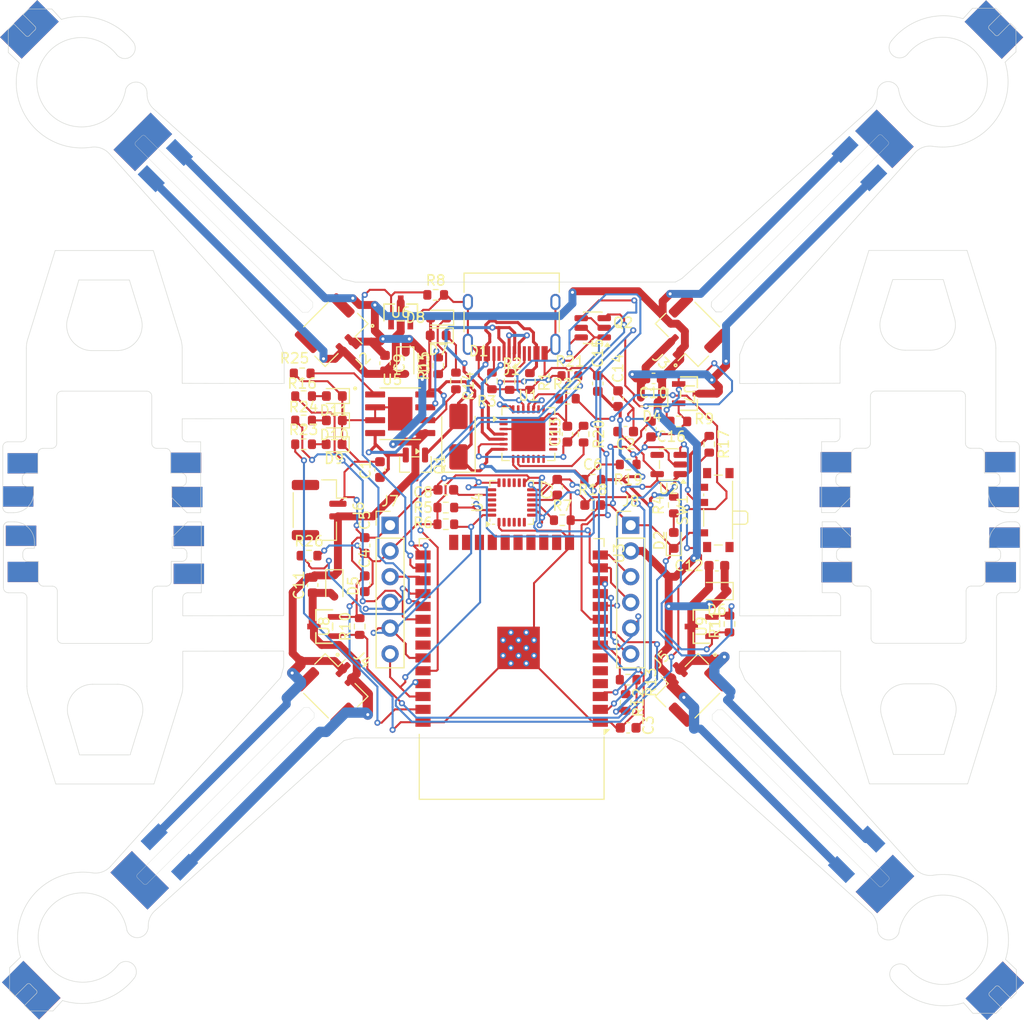
<source format=kicad_pcb>
(kicad_pcb (version 20241229) (generator "pcbnew") (generator_version "9.0")
  (layers (0 "F.Cu" signal) (2 "B.Cu" signal) (13 "F.Paste" user) (15 "B.Paste" user) (5 "F.SilkS" user "F.Silkscreen") (7 "B.SilkS" user "B.Silkscreen") (1 "F.Mask" user) (3 "B.Mask" user) (25 "Edge.Cuts" user))
  (net 0 "")
  (net 1 "+5V")
  (net 2 "GND")
  (net 3 "/Power/CC1")
  (net 4 "/Power/CC2")
  (net 24 "/ESP32/USB_DN")
  (net 25 "/ESP32/USB_DP")
  (net 26 "+3V3")
  (net 31 "/ESP32/SRV1")
  (net 33 "/ESP32/Motor2")
  (net 34 "/ESP32/BATTERY_VDC")
  (net 35 "/ESP32/TX")
  (net 36 "/ESP32/LED3")
  (net 37 "/ESP32/Motor4")
  (net 38 "/ESP32/Motor1")
  (net 39 "/ESP32/SRV2")
  (net 40 "/ESP32/Motor3")
  (net 41 "/ESP32/LED2")
  (net 43 "/ESP32/TXD2")
  (net 44 "/ESP32/LED1")
  (net 45 "/ESP32/SRV3")
  (net 46 "/ESP32/SCL")
  (net 47 "/ESP32/EN")
  (net 48 "/ESP32/RX")
  (net 49 "/ESP32/SDA")
  (net 51 "/ESP32/Boot")
  (net 55 "/ESP32/SRV4")
  (net 56 "/ESP32/RXD2")
  (net 63 "Net-(U4-AD0)")
  (net 75 "Net-(D2-A)")
  (net 76 "Net-(U4-REGOUT)")
  (net 77 "Net-(U4-CPOUT)")
  (net 78 "Net-(D3-A)")
  (net 79 "Net-(D4-A)")
  (net 80 "Net-(D5-A)")
  (net 81 "Net-(D6-A)")
  (net 82 "+VBatt")
  (net 83 "Net-(D7-K)")
  (net 84 "Net-(U5-~{STDBY})")
  (net 85 "Net-(U5-~{CHRG})")
  (net 86 "Net-(D8-K)")
  (net 87 "Net-(U5-TEMP)")
  (net 88 "Net-(SW1-C)")
  (net 89 "+VBus")
  (net 90 "/ESP32/RTS")
  (net 91 "/ESP32/DTR")
  (net 92 "/ESP32/RXD")
  (net 93 "Net-(U1-VBUS)")
  (net 94 "/ESP32/TXD")
  (net 95 "Net-(U1-~{RST})")
  (net 96 "Net-(U1-VDD)")
  (net 97 "LDO_EN")
  (net 98 "Net-(D9-A)")
  (net 99 "Net-(D10-A)")
  (net 100 "Net-(D11-A)")
  (footprint "ESP32_TouchDown_lib:1mm hole" (layer "F.Cu") (at 145.22 111.03596)
    (property "Reference" "REF**" (hide yes))
    (property "Value" "1mm hole" (hide yes))
  )
  (footprint "ESP32_TouchDown_lib:1mm hole" (layer "F.Cu") (at 145.22 110.34)
    (property "Reference" "REF**" (hide yes))
    (property "Value" "1mm hole" (hide yes))
  )
  (footprint "Capacitor_SMD:C_0603_1608Metric" (layer "F.Cu") (at 127 120.25 90)
    (property "Reference" "C7")
    (property "Value" "100nf")
  )
  (footprint "ESP32_TouchDown_lib:1mm hole" (layer "F.Cu") (at 90.31061 111.729134 180)
    (property "Reference" "REF**" (hide yes))
    (property "Value" "1mm hole" (hide yes))
  )
  (footprint "Connector_PinHeader_2.54mm:PinHeader_1x01_P2.54mm_Vertical" (layer "F.Cu") (at 87.217482 154.764924 -45)
    (property "Reference" "REF**" (hide yes))
    (property "Value" "PinHeader_1x01_P2.54mm_Vertical" (hide yes))
  )
  (footprint "ESP32_TouchDown_lib:1mm hole" (layer "F.Cu") (at 99.86 135.43947 180)
    (property "Reference" "REF**" (hide yes))
    (property "Value" "1mm hole" (hide yes))
  )
  (footprint "Resistor_SMD:R_0603_1608Metric" (layer "F.Cu") (at 101.9625 113.65)
    (property "Reference" "R24")
    (property "Value" "1K")
  )
  (footprint "ESP32_TouchDown_lib:1mm hole" (layer "F.Cu") (at 154.389581 113.089445)
    (property "Reference" "REF**" (hide yes))
    (property "Value" "1mm hole" (hide yes))
  )
  (footprint "Capacitor_SMD:C_0603_1608Metric" (layer "F.Cu") (at 133.75 114.75)
    (property "Reference" "C2")
    (property "Value" "2.2uF")
  )
  (footprint "Button_Switch_SMD:SW_SPDT_PCM12" (layer "F.Cu") (at 142.57 122.5 90)
    (property "Reference" "SW1")
    (property "Value" "SW_SPDT")
  )
  (footprint "Connector_PinHeader_2.54mm:PinHeader_1x01_P2.54mm_Vertical" (layer "F.Cu") (at 158.051372 154.992011 -135)
    (property "Reference" "REF**" (hide yes))
    (property "Value" "PinHeader_1x01_P2.54mm_Vertical" (hide yes))
  )
  (footprint "Resistor_SMD:R_0603_1608Metric" (layer "F.Cu") (at 127.5 123.5)
    (property "Reference" "R7")
    (property "Value" "5K")
  )
  (footprint "Resistor_SMD:R_0603_1608Metric" (layer "F.Cu") (at 117 109.75 -90)
    (property "Reference" "R14")
    (property "Value" "1K")
  )
  (footprint "ESP32_TouchDown_lib:1mm hole" (layer "F.Cu") (at 90.560509 134.026638 180)
    (property "Reference" "REF**" (hide yes))
    (property "Value" "1mm hole" (hide yes))
  )
  (footprint "Resistor_SMD:R_0603_1608Metric" (layer "F.Cu") (at 139 113.75)
    (property "Reference" "R9")
    (property "Value" "10K")
  )
  (footprint "Diode_SMD:D_SMA" (layer "F.Cu") (at 117.25 115.25 90)
    (property "Reference" "D1")
    (property "Value" "SS34")
  )
  (footprint "ESP32_TouchDown_lib:1mm hole" (layer "F.Cu") (at 154.63948 133.980635)
    (property "Reference" "REF**" (hide yes))
    (property "Value" "1mm hole" (hide yes))
  )
  (footprint "Resistor_SMD:R_0603_1608Metric" (layer "F.Cu") (at 101.9625 111.25)
    (property "Reference" "R25")
    (property "Value" "1K")
  )
  (footprint "LED_SMD:LED_0603_1608Metric" (layer "F.Cu") (at 115.25 105.25 180)
    (property "Reference" "D7")
    (property "Value" "LED")
  )
  (footprint "ESP32_TouchDown_lib:1mm hole" (layer "F.Cu") (at 145.22 133.26457)
    (property "Reference" "REF**" (hide yes))
    (property "Value" "1mm hole" (hide yes))
  )
  (footprint "ESP32_TouchDown_lib:1mm hole" (layer "F.Cu") (at 99.93 113.13543 180)
    (property "Reference" "REF**" (hide yes))
    (property "Value" "1mm hole" (hide yes))
  )
  (footprint "Resistor_SMD:R_0603_1608Metric" (layer "F.Cu") (at 128 111.5)
    (property "Reference" "R22")
    (property "Value" "1K")
  )
  (footprint "Capacitor_SMD:C_0603_1608Metric" (layer "F.Cu") (at 136.25 114.5 -90)
    (property "Reference" "C16")
    (property "Value" "2.2uF")
  )
  (footprint "Resistor_SMD:R_0603_1608Metric" (layer "F.Cu") (at 122.3 109.8 -90)
    (property "Reference" "R2")
    (property "Value" "5K")
  )
  (footprint "DroneProject:SOP127P600X175-9N" (layer "F.Cu") (at 111.5 112.99)
    (property "Reference" "U5")
    (property "Value" "TP4056")
  )
  (footprint "Capacitor_SMD:C_0603_1608Metric" (layer "F.Cu") (at 108 129.775 90)
    (property "Reference" "C4")
    (property "Value" "100nF")
  )
  (footprint "Capacitor_SMD:C_0603_1608Metric" (layer "F.Cu") (at 116 120.5 180)
    (property "Reference" "C8")
    (property "Value" "100nf")
  )
  (footprint "Capacitor_SMD:C_0603_1608Metric" (layer "F.Cu") (at 108 126 90)
    (property "Reference" "C5")
    (property "Value" "10uF")
  )
  (footprint "ESP32_TouchDown_lib:1mm hole" (layer "F.Cu") (at 99.93 112.43947 180)
    (property "Reference" "REF**" (hide yes))
    (property "Value" "1mm hole" (hide yes))
  )
  (footprint "ESP32_TouchDown_lib:1mm hole" (layer "F.Cu") (at 154.63948 135.386947)
    (property "Reference" "REF**" (hide yes))
    (property "Value" "1mm hole" (hide yes))
  )
  (footprint "Resistor_SMD:R_0603_1608Metric" (layer "F.Cu") (at 107.5 134 90)
    (property "Reference" "R10")
    (property "Value" "10K")
  )
  (footprint "DroneProject:TO-236_VIS" (layer "F.Cu") (at 140 111 -90)
    (property "Reference" "U7")
    (property "Value" "SI2302CDS-T1-GE3" (hide yes))
  )
  (footprint "ESP32_TouchDown_lib:1mm hole" (layer "F.Cu") (at 99.93 111.736314 180)
    (property "Reference" "REF**" (hide yes))
    (property "Value" "1mm hole" (hide yes))
  )
  (footprint "Capacitor_SMD:C_0603_1608Metric" (layer "F.Cu") (at 136.5 109.5 180)
    (property "Reference" "C10")
    (property "Value" "2.2uF")
  )
  (footprint "Capacitor_SMD:C_0603_1608Metric" (layer "F.Cu") (at 142.75 128 180)
    (property "Reference" "C12")
    (property "Value" "2.2uF")
  )
  (footprint "Package_DFN_QFN:QFN-28-1EP_5x5mm_P0.5mm_EP3.35x3.35mm" (layer "F.Cu") (at 124.15 115)
    (property "Reference" "U1")
    (property "Value" "CP2102N-Axx-xQFN28")
  )
  (footprint "Connector_JST:JST_GH_SM02B-GHS-TB_1x02-1MP_P1.25mm_Horizontal" (layer "F.Cu") (at 105 140 -45)
    (property "Reference" "J4")
    (property "Value" "Conn_01x02")
  )
  (footprint "Package_TO_SOT_SMD:SOT-23" (layer "F.Cu") (at 113 118 -90)
    (property "Reference" "Q1")
    (property "Value" "AO3401A")
  )
  (footprint "Resistor_SMD:R_0603_1608Metric" (layer "F.Cu") (at 116 122.25)
    (property "Reference" "R5")
    (property "Value" "10K")
  )
  (footprint "Resistor_SMD:R_0603_1608Metric" (layer "F.Cu") (at 138.5 122 -90)
    (property "Reference" "R4")
    (property "Value" "470")
  )
  (footprint "ESP32_TouchDown_lib:1mm hole" (layer "F.Cu") (at 145.22 111.739116)
    (property "Reference" "REF**" (hide yes))
    (property "Value" "1mm hole" (hide yes))
  )
  (footprint "ESP32_TouchDown_lib:1mm hole" (layer "F.Cu") (at 90.560509 134.729794 180)
    (property "Reference" "REF**" (hide yes))
    (property "Value" "1mm hole" (hide yes))
  )
  (footprint "Diode_SMD:D_SOD-323" (layer "F.Cu") (at 142.75 130.5 180)
    (property "Reference" "D6")
    (property "Value" "1N4148WS")
  )
  (footprint "Resistor_SMD:R_0603_1608Metric" (layer "F.Cu") (at 115.25 108.25 90)
    (property "Reference" "R15")
    (property "Value" "1K")
  )
  (footprint "ESP32_TouchDown_lib:1mm hole" (layer "F.Cu") (at 90.560509 136.12891 180)
    (property "Reference" "REF**" (hide yes))
    (property "Value" "1mm hole" (hide yes))
  )
  (footprint "LED_SMD:LED_0603_1608Metric" (layer "F.Cu") (at 105 111.24 180)
    (property "Reference" "D11")
    (property "Value" "LED")
  )
  (footprint "Diode_SMD:D_SOD-323" (layer "F.Cu") (at 105 130 -90)
    (property "Reference" "D5")
    (property "Value" "1N4148WS")
  )
  (footprint "Resistor_SMD:R_0603_1608Metric" (layer "F.Cu") (at 142 116 -90)
    (property "Reference" "R17")
    (property "Value" "100K")
  )
  (footprint "Sensor_Motion:InvenSense_QFN-24_4x4mm_P0.5mm" (layer "F.Cu") (at 122.5 121.75 90)
    (property "Reference" "U4")
    (property "Value" "MPU-6050")
  )
  (footprint "DroneProject:USB_C_Receptacle_HRO_TYPE-C-31-M-12" (layer "F.Cu") (at 122.5 103 180)
    (property "Reference" "J1")
    (property "Value" "USB_C_Receptacle_USB2.0_16P")
  )
  (footprint "ESP32_TouchDown_lib:1mm hole" (layer "F.Cu") (at 99.93 111.033158 180)
    (property "Reference" "REF**" (hide yes))
    (property "Value" "1mm hole" (hide yes))
  )
  (footprint "Package_TO_SOT_SMD:SOT-23-5" (layer "F.Cu") (at 138 118 180)
    (property "Reference" "U2")
    (property "Value" "MIC5219-3.3YM5")
  )
  (footprint "Resistor_SMD:R_0603_1608Metric" (layer "F.Cu") (at 101.825 109 180)
    (property "Reference" "R16")
    (property "Value" "3K")
  )
  (footprint "Resistor_SMD:R_0603_1608Metric" (layer "F.Cu") (at 102.5 127)
    (property "Reference" "R26")
    (property "Value" "10K")
  )
  (footprint "ESP32_TouchDown_lib:1mm hole" (layer "F.Cu") (at 90.31061 112.43229 180)
    (property "Reference" "REF**" (hide yes))
    (property "Value" "1mm hole" (hide yes))
  )
  (footprint "ESP32_TouchDown_lib:1mm hole" (layer "F.Cu") (at 90.31061 113.12825 180)
    (property "Reference" "REF**" (hide yes))
    (property "Value" "1mm hole" (hide yes))
  )
  (footprint "Connector_JST:JST_GH_SM02B-GHS-TB_1x02-1MP_P1.25mm_Horizontal" (layer "F.Cu") (at 140 140 45)
    (property "Reference" "J5")
    (property "Value" "Conn_01x02")
  )
  (footprint "Connector_JST:JST_GH_SM02B-GHS-TB_1x02-1MP_P1.25mm_Horizontal" (layer "F.Cu") (at 103.5 122.5 -90)
    (property "Reference" "J6")
    (property "Value" "Conn_01x02")
  )
  (footprint "ESP32_TouchDown_lib:1mm hole" (layer "F.Cu") (at 90.560509 135.43295 180)
    (property "Reference" "REF**" (hide yes))
    (property "Value" "1mm hole" (hide yes))
  )
  (footprint "Capacitor_SMD:C_0603_1608Metric" (layer "F.Cu") (at 128 115 90)
    (property "Reference" "C13")
    (property "Value" "10uF")
  )
  (footprint "Connector_PinHeader_2.54mm:PinHeader_1x06_P2.54mm_Vertical" (layer "F.Cu") (at 110.5 124)
    (property "Reference" "J7")
    (property "Value" "Conn_01x06")
  )
  (footprint "Diode_SMD:D_SOD-323" (layer "F.Cu") (at 112 108 -90)
    (property "Reference" "D3")
    (property "Value" "1N4148WS")
  )
  (footprint "Resistor_SMD:R_0603_1608Metric" (layer "F.Cu") (at 128.25 109.25)
    (property "Reference" "R21")
    (property "Value" "1K")
  )
  (footprint "ESP32_TouchDown_lib:1mm hole" (layer "F.Cu") (at 90.560509 133.32348 180)
    (property "Reference" "REF**" (hide yes))
    (property "Value" "1mm hole" (hide yes))
  )
  (footprint "Connector_PinHeader_2.54mm:PinHeader_1x01_P2.54mm_Vertical" (layer "F.Cu") (at 86.93 89.78 45)
    (property "Reference" "REF**" (hide yes))
    (property "Value" "PinHeader_1x01_P2.54mm_Vertical" (hide yes))
  )
  (footprint "Capacitor_SMD:C_0603_1608Metric" (layer "F.Cu") (at 134 144 180)
    (property "Reference" "C3")
    (property "Value" "100nF")
  )
  (footprint "ESP32_TouchDown_lib:1mm hole" (layer "F.Cu") (at 99.86 134.736314 180)
    (property "Reference" "REF**" (hide yes))
    (property "Value" "1mm hole" (hide yes))
  )
  (footprint "Resistor_SMD:R_0603_1608Metric" (layer "F.Cu") (at 134 118)
    (property "Reference" "R19")
    (property "Value" "47K")
  )
  (footprint "Resistor_SMD:R_0603_1608Metric" (layer "F.Cu") (at 129.6 115 90)
    (property "Reference" "R20")
    (property "Value" "10K")
  )
  (footprint "Capacitor_SMD:C_0603_1608Metric" (layer "F.Cu") (at 102.86 129.9075 -90)
    (property "Reference" "C11")
    (property "Value" "2.2uF")
  )
  (footprint "ESP32_TouchDown_lib:1mm hole" (layer "F.Cu") (at 90.31061 110.32282 180)
    (property "Reference" "REF**" (hide yes))
    (property "Value" "1mm hole" (hide yes))
  )
  (footprint "ESP32_TouchDown_lib:1mm hole" (layer "F.Cu") (at 154.389581 110.979975)
    (property "Reference" "REF**" (hide yes))
    (property "Value" "1mm hole" (hide yes))
  )
  (footprint "ESP32_TouchDown_lib:1mm hole" (layer "F.Cu") (at 154.63948 134.683791)
    (property "Reference" "REF**" (hide yes))
    (property "Value" "1mm hole" (hide yes))
  )
  (footprint "Resistor_SMD:R_0603_1608Metric" (layer "F.Cu") (at 133.75 141.5 90)
    (property "Reference" "R12")
    (property "Value" "100K")
  )
  (footprint "ESP32_TouchDown_lib:1mm hole" (layer "F.Cu") (at 154.63948 136.090105)
    (property "Reference" "REF**" (hide yes))
    (property "Value" "1mm hole" (hide yes))
  )
  (footprint "Connector_PinHeader_2.54mm:PinHeader_1x01_P2.54mm_Vertical" (layer "F.Cu") (at 90.218492 157.767204 135)
    (property "Reference" "REF**" (hide yes))
    (property "Value" "PinHeader_1x01_P2.54mm_Vertical" (hide yes))
  )
  (footprint "Connector_PinHeader_2.54mm:PinHeader_1x06_P2.54mm_Vertical" (layer "F.Cu") (at 134.25 124)
    (property "Reference" "J8")
    (property "Value" "Conn_01x06")
  )
  (footprint "Capacitor_SMD:C_0603_1608Metric" (layer "F.Cu") (at 130.5 122)
    (property "Reference" "C6")
    (property "Value" "10uf")
  )
  (footprint "Resistor_SMD:R_0603_1608Metric" (layer "F.Cu") (at 120.55 109.75 -90)
    (property "Reference" "R3")
    (property "Value" "5K")
  )
  (footprint "ESP32_TouchDown_lib:1mm hole" (layer "F.Cu") (at 99.93 110.33 180)
    (property "Reference" "REF**" (hide yes))
    (property "Value" "1mm hole" (hide yes))
  )
  (footprint "Connector_JST:JST_GH_SM02B-GHS-TB_1x02-1MP_P1.25mm_Horizontal" (layer "F.Cu") (at 105 105 -135)
    (property "Reference" "J2")
    (property "Value" "Conn_01x02")
  )
  (footprint "Connector_PinHeader_2.54mm:PinHeader_1x01_P2.54mm_Vertical" (layer "F.Cu") (at 155.4 86.895 135)
    (property "Reference" "REF**" (hide yes))
    (property "Value" "PinHeader_1x01_P2.54mm_Vertical" (hide yes))
  )
  (footprint "Diode_SMD:D_SOD-323" (layer "F.Cu") (at 136.3 111.4 180)
    (property "Reference" "D4")
    (property "Value" "1N4148WS")
  )
  (footprint "ESP32_TouchDown_lib:1mm hole" (layer "F.Cu") (at 99.86 133.33 180)
    (property "Reference" "REF**" (hide yes))
    (property "Value" "1mm hole" (hide yes))
  )
  (footprint "Connector_PinHeader_2.54mm:PinHeader_1x01_P2.54mm_Vertical" (layer "F.Cu") (at 158.230093 89.687127 -45)
    (property "Reference" "REF**" (hide yes))
    (property "Value" "PinHeader_1x01_P2.54mm_Vertical" (hide yes))
  )
  (footprint "ESP32_TouchDown_lib:1mm hole" (layer "F.Cu") (at 154.389581 112.386287)
    (property "Reference" "REF**" (hide yes))
    (property "Value" "1mm hole" (hide yes))
  )
  (footprint "Capacitor_SMD:C_0603_1608Metric" (layer "F.Cu") (at 131 110 90)
    (property "Reference" "C15")
    (property "Value" "10uF")
  )
  (footprint "Resistor_SMD:R_0603_1608Metric" (layer "F.Cu") (at 101.9625 116)
    (property "Reference" "R23")
    (property "Value" "1K")
  )
  (footprint "Resistor_SMD:R_0603_1608Metric" (layer "F.Cu") (at 124.3 109.8 -90)
    (property "Reference" "R1")
    (property "Value" "100K")
  )
  (footprint "Resistor_SMD:R_0603_1608Metric" (layer "F.Cu") (at 134 139.25)
    (property "Reference" "R13")
    (property "Value" "100K")
  )
  (footprint "LED_SMD:LED_0603_1608Metric" (layer "F.Cu") (at 105 113.65 180)
    (property "Reference" "D10")
    (property "Value" "LED")
  )
  (footprint "Connector_PinHeader_2.54mm:PinHeader_1x01_P2.54mm_Vertical" (layer "F.Cu") (at 155.049092 157.993021 45)
    (property "Reference" "REF**" (hide yes))
    (property "Value" "PinHeader_1x01_P2.54mm_Vertical" (hide yes))
  )
  (footprint "ESP32_TouchDown_lib:1mm hole" (layer "F.Cu") (at 154.63948 133.284675)
    (property "Reference" "REF**" (hide yes))
    (property "Value" "1mm hole" (hide yes))
  )
  (footprint "Package_TO_SOT_SMD:SOT-23-6" (layer "F.Cu") (at 130.5 104.5 180)
    (property "Reference" "Q2")
    (property "Value" "2N7002DW")
  )
  (footprint "ESP32_TouchDown_lib:1mm hole" (layer "F.Cu") (at 145.22 113.14543)
    (property "Reference" "REF**" (hide yes))
    (property "Value" "1mm hole" (hide yes))
  )
  (footprint "DroneProject:TO-236_VIS" (layer "F.Cu") (at 104 134 90)
    (property "Reference" "U8")
    (property "Value" "SI2302CDS-T1-GE3" (hide yes))
  )
  (footprint "Resistor_SMD:R_0603_1608Metric" (layer "F.Cu") (at 130.5 119.5 180)
    (property "Reference" "R18")
    (property "Value" "22K")
  )
  (footprint "DroneProject:TO-236_VIS" (layer "F.Cu") (at 141.25 134 90)
    (property "Reference" "U9")
    (property "Value" "SI2302CDS-T1-GE3" (hide yes))
  )
  (footprint "Capacitor_SMD:C_0603_1608Metric" (layer "F.Cu") (at 110 108 -90)
    (property "Reference" "C9")
    (property "Value" "2.2uF")
  )
  (footprint "Resistor_SMD:R_0603_1608Metric" (layer "F.Cu") (at 115 101.25)
    (property "Reference" "R8")
    (property "Value" "10K")
  )
  (footprint "LED_SMD:LED_0603_1608Metric" (layer "F.Cu") (at 104.975 116 180)
    (property "Reference" "D9")
    (property "Value" "LED")
  )
  (footprint "LED_SMD:LED_0603_1608Metric" (layer "F.Cu") (at 115.2875 103.5 180)
    (property "Reference" "D8")
    (property "Value" "LED")
  )
  (footprint "RF_Module:ESP32-WROOM-32" (layer "F.Cu") (at 122.5 135.2 180)
    (property "Reference" "U3")
    (property "Value" "ESP32-WROOM-32")
  )
  (footprint "Resistor_SMD:R_0603_1608Metric" (layer "F.Cu") (at 116 123.9)
    (property "Reference" "R6")
    (property "Value" "10K")
  )
  (footprint "ESP32_TouchDown_lib:1mm hole" (layer "F.Cu") (at 145.22 135.366842)
    (property "Reference" "REF**" (hide yes))
    (property "Value" "1mm hole" (hide yes))
  )
  (footprint "Capacitor_SMD:C_0603_1608Metric" (layer "F.Cu") (at 133 111.5 90)
    (property "Reference" "C14")
    (property "Value" "0.1uF")
  )
  (footprint "ESP32_TouchDown_lib:1mm hole" (layer "F.Cu") (at 154.389581 110.284015)
    (property "Reference" "REF**" (hide yes))
    (property "Value" "1mm hole" (hide yes))
  )
  (footprint "Capacitor_SMD:C_0603_1608Metric" (layer "F.Cu") (at 109.5 118.5 90)
    (property "Reference" "C1")
    (property "Value" "2.2uF")
  )
  (footprint "ESP32_TouchDown_lib:1mm hole" (layer "F.Cu") (at 145.22 136.07)
    (property "Reference" "REF**" (hide yes))
    (property "Value" "1mm hole" (hide yes))
  )
  (footprint "LED_SMD:LED_0603_1608Metric" (layer "F.Cu") (at 138.5 125.5 90)
    (property "Reference" "D2")
    (property "Value" "LED")
  )
  (footprint "Connector_PinHeader_2.54mm:PinHeader_1x01_P2.54mm_Vertical" (layer "F.Cu") (at 89.71 87.19 -135)
    (property "Reference" "REF**" (hide yes))
    (property "Value" "PinHeader_1x01_P2.54mm_Vertical" (hide yes))
  )
  (footprint "ESP32_TouchDown_lib:1mm hole" (layer "F.Cu") (at 145.22 133.96053)
    (property "Reference" "REF**" (hide yes))
    (property "Value" "1mm hole" (hide yes))
  )
  (footprint "ESP32_TouchDown_lib:1mm hole" (layer "F.Cu") (at 90.31061 111.025978 180)
    (property "Reference" "REF**" (hide yes))
    (property "Value" "1mm hole" (hide yes))
  )
  (footprint "ESP32_TouchDown_lib:1mm hole" (layer "F.Cu") (at 99.86 136.052274 180)
    (property "Reference" "REF**" (hide yes))
    (property "Value" "1mm hole" (hide yes))
  )
  (footprint "Resistor_SMD:R_0603_1608Metric" (layer "F.Cu") (at 144 133.75 90)
    (property "Reference" "R11")
    (property "Value" "10K")
  )
  (footprint "ESP32_TouchDown_lib:1mm hole" (layer "F.Cu") (at 145.22 134.663686)
    (property "Reference" "REF**" (hide yes))
    (property "Value" "1mm hole" (hide yes))
  )
  (footprint "Connector_JST:JST_GH_SM02B-GHS-TB_1x02-1MP_P1.25mm_Horizontal" (layer "F.Cu") (at 140 105 135)
    (property "Reference" "J3")
    (property "Value" "Conn_01x02")
  )
  (footprint "DroneProject:TO-236_VIS" (layer "F.Cu") (at 111.549999 102.984)
    (property "Reference" "U6")
    (property "Value" "SI2302CDS-T1-GE3" (hide yes))
  )
  (footprint "ESP32_TouchDown_lib:1mm hole" (layer "F.Cu") (at 99.86 134.033158 180)
    (property "Reference" "REF**" (hide yes))
    (property "Value" "1mm hole" (hide yes))
  )
  (footprint "ESP32_TouchDown_lib:1mm hole" (layer "F.Cu") (at 154.389581 111.683131)
    (property "Reference" "REF**" (hide yes))
    (property "Value" "1mm hole" (hide yes))
  )
  (footprint "ESP32_TouchDown_lib:1mm hole" (layer "F.Cu") (at 145.22 112.442272)
    (property "Reference" "REF**" (hide yes))
    (property "Value" "1mm hole" (hide yes))
  )
  (gr_rect (start 153.005657 116.775492) (end 156.005647 118.775492) (fill yes) (layer "F.Cu"))
  (gr_poly (pts (xy 86.865147 83.256279) (xy 83.199927 86.920229) (xy 85.325907 89.037319) (xy 88.987317 85.378449)) (fill yes) (layer "F.Cu"))
  (gr_poly (pts (xy 156.406415 85.074885) (xy 160.070365 88.740105) (xy 162.187455 86.614125) (xy 158.528585 82.952715)) (fill yes) (layer "F.Cu"))
  (gr_rect (start 88.987845 120.21076) (end 91.987835 122.21076) (fill yes) (layer "F.Cu"))
  (gr_rect (start 152.898197 120.207082) (end 155.898187 122.207082) (fill yes) (layer "F.Cu"))
  (gr_rect (start 89.136969 127.78958) (end 92.136959 129.78958) (fill yes) (layer "F.Cu"))
  (gr_poly (pts (xy 75.673343 72.149539) (xy 72.008123 75.813489) (xy 74.134103 77.930579) (xy 77.795513 74.271709)) (fill yes) (layer "F.Cu"))
  (gr_rect (start 169.230005 116.77) (end 172.229995 118.77) (fill yes) (layer "F.Cu"))
  (gr_rect (start 153.068202 127.637082) (end 156.068192 129.637082) (fill yes) (layer "F.Cu"))
  (gr_poly (pts (xy 167.207826 74.284478) (xy 170.871776 77.949698) (xy 172.988866 75.823718) (xy 169.329996 72.162308)) (fill yes) (layer "F.Cu"))
  (gr_poly (pts (xy 170.968407 167.059009) (xy 167.303187 170.722959) (xy 169.429167 172.840049) (xy 173.090577 169.181179)) (fill yes) (layer "F.Cu"))
  (gr_rect (start 72.29001 120.16) (end 75.29 122.16) (fill yes) (layer "F.Cu"))
  (gr_rect (start 169.650005 124.22) (end 172.649995 126.22) (fill yes) (layer "F.Cu"))
  (gr_rect (start 72.576169 124.03673) (end 75.576159 126.03673) (fill yes) (layer "F.Cu"))
  (gr_rect (start 169.560005 120.2) (end 172.559995 122.2) (fill yes) (layer "F.Cu"))
  (gr_rect (start 72.754963 127.607328) (end 75.754953 129.607328) (fill yes) (layer "F.Cu"))
  (gr_rect (start 152.975657 124.225492) (end 155.975647 126.225492) (fill yes) (layer "F.Cu"))
  (gr_poly (pts (xy 160.112405 156.535007) (xy 156.447185 160.198957) (xy 158.573165 162.316047) (xy 162.234575 158.657177)) (fill yes) (layer "F.Cu"))
  (gr_poly (pts (xy 77.981902 170.679364) (xy 74.317952 167.014144) (xy 72.200862 169.140124) (xy 75.859732 172.801534)) (fill yes) (layer "F.Cu"))
  (gr_rect (start 89.136969 124.05578) (end 92.136959 126.05578) (fill yes) (layer "F.Cu"))
  (gr_rect (start 88.857845 116.83076) (end 91.857835 118.83076) (fill yes) (layer "F.Cu"))
  (gr_rect (start 72.74072 116.88256) (end 75.74071 118.88256) (fill yes) (layer "F.Cu"))
  (gr_rect (start 169.278202 127.637082) (end 172.278192 129.637082) (fill yes) (layer "F.Cu"))
  (gr_poly (pts (xy 88.675496 159.828237) (xy 85.011546 156.163017) (xy 82.894456 158.288997) (xy 86.553326 161.950407)) (fill yes) (layer "F.Cu"))
  (gr_rect (start 88.860005 116.83) (end 91.859995 118.83) (fill yes) (layer "B.Cu"))
  (gr_rect (start 169.647845 124.22076) (end 172.647835 126.22076) (fill yes) (layer "B.Cu"))
  (gr_rect (start 89.139129 124.05502) (end 92.139119 126.05502) (fill yes) (layer "B.Cu"))
  (gr_rect (start 152.973497 124.226252) (end 155.973487 126.226252) (fill yes) (layer "B.Cu"))
  (gr_rect (start 153.066042 127.637842) (end 156.066032 129.637842) (fill yes) (layer "B.Cu"))
  (gr_rect (start 169.276042 127.637842) (end 172.276032 129.637842) (fill yes) (layer "B.Cu"))
  (gr_rect (start 153.003497 116.776252) (end 156.003487 118.776252) (fill yes) (layer "B.Cu"))
  (gr_poly (pts (xy 86.869737 83.250305) (xy 83.204517 86.914255) (xy 85.330497 89.031345) (xy 88.991907 85.372475)) (fill yes) (layer "B.Cu"))
  (gr_poly (pts (xy 170.963082 167.070436) (xy 167.297862 170.734386) (xy 169.423842 172.851476) (xy 173.085252 169.192606)) (fill yes) (layer "B.Cu"))
  (gr_poly (pts (xy 167.201852 74.279888) (xy 170.865802 77.945108) (xy 172.982892 75.819128) (xy 169.324022 72.157718)) (fill yes) (layer "B.Cu"))
  (gr_poly (pts (xy 160.116995 156.529033) (xy 156.451775 160.192983) (xy 158.577755 162.310073) (xy 162.239165 158.651203)) (fill yes) (layer "B.Cu"))
  (gr_rect (start 169.227845 116.77076) (end 172.227835 118.77076) (fill yes) (layer "B.Cu"))
  (gr_poly (pts (xy 77.970475 170.674039) (xy 74.306525 167.008819) (xy 72.189435 169.134799) (xy 75.848305 172.796209)) (fill yes) (layer "B.Cu"))
  (gr_rect (start 72.29217 120.15924) (end 75.29216 122.15924) (fill yes) (layer "B.Cu"))
  (gr_rect (start 152.896037 120.207842) (end 155.896027 122.207842) (fill yes) (layer "B.Cu"))
  (gr_rect (start 169.557845 120.20076) (end 172.557835 122.20076) (fill yes) (layer "B.Cu"))
  (gr_rect (start 72.757123 127.606568) (end 75.757113 129.606568) (fill yes) (layer "B.Cu"))
  (gr_poly (pts (xy 156.400441 85.070295) (xy 160.064391 88.735515) (xy 162.181481 86.609535) (xy 158.522611 82.948125)) (fill yes) (layer "B.Cu"))
  (gr_rect (start 72.74288 116.8818) (end 75.74287 118.8818) (fill yes) (layer "B.Cu"))
  (gr_rect (start 88.990005 120.21) (end 91.989995 122.21) (fill yes) (layer "B.Cu"))
  (gr_poly (pts (xy 88.68147 159.832827) (xy 85.01752 156.167607) (xy 82.90043 158.293587) (xy 86.5593 161.954997)) (fill yes) (layer "B.Cu"))
  (gr_poly (pts (xy 75.677933 72.143565) (xy 72.012713 75.807515) (xy 74.138693 77.924605) (xy 77.800103 74.265735)) (fill yes) (layer "B.Cu"))
  (gr_rect (start 89.139129 127.78882) (end 92.139119 129.78882) (fill yes) (layer "B.Cu"))
  (gr_rect (start 72.578329 124.03597) (end 75.578319 126.03597) (fill yes) (layer "B.Cu"))
  (gr_arc (start 81.081011 106.75519) (mid 79.068846 105.738763) (end 78.692959 103.516025) (stroke (width 0.05)) (layer "Edge.Cuts"))
  (gr_line (start 77.659589 135.16498) (end 77.659589 130.515) (stroke (width 0.05)) (layer "Edge.Cuts"))
  (gr_line (start 169.643059 74.66372) (end 170.816279 73.4905) (stroke (width 0.05)) (layer "Edge.Cuts"))
  (gr_line (start 163.869079 139.657735) (end 161.419079 139.657735) (stroke (width 0.05)) (layer "Edge.Cuts"))
  (gr_arc (start 72.336009 124.165) (mid 72.482499 123.811381) (end 72.836129 123.66489) (stroke (width 0.06)) (layer "Edge.Cuts"))
  (gr_arc (start 169.20938 129.505345) (mid 169.06297 129.858811) (end 168.70951 130.005215) (stroke (width 0.05)) (layer "Edge.Cuts"))
  (gr_arc (start 84.409188 80.934435) (mid 85.634664 80.257892) (end 86.514315 81.346798) (stroke (width 0.05)) (layer "Edge.Cuts"))
  (gr_arc (start 85.216683 168.75931) (mid 82.025761 170.932437) (end 78.165131 170.92988) (stroke (width 0.05)) (layer "Edge.Cuts"))
  (gr_line (start 170.156381 105.623365) (end 167.444421 96.863415) (stroke (width 0.05)) (layer "Edge.Cuts"))
  (gr_arc (start 77.159719 130.01488) (mid 77.513358 130.161364) (end 77.659839 130.515) (stroke (width 0.05)) (layer "Edge.Cuts"))
  (gr_line (start 88.84051 118.85754) (end 89.89054 118.85754) (stroke (width 0.05)) (layer "Edge.Cuts"))
  (gr_arc (start 167.790371 116.398045) (mid 167.436732 116.251561) (end 167.290251 115.897925) (stroke (width 0.05)) (layer "Edge.Cuts"))
  (gr_line (start 162.299408 87.219847) (end 145.494008 105.884017) (stroke (width 0.05)) (layer "Edge.Cuts"))
  (gr_line (start 169.149781 116.897925) (end 169.149781 118.848135) (stroke (width 0.05)) (layer "Edge.Cuts"))
  (gr_line (start 75.400259 126.26482) (end 75.400259 125.66487) (stroke (width 0.05)) (layer "Edge.Cuts"))
  (gr_arc (start 171.198705 78.268483) (mid 169.939669 84.401717) (end 164.070258 86.581567) (stroke (width 0.05)) (layer "Edge.Cuts"))
  (gr_line (start 155.949911 121.247925) (end 155.949911 120.148105) (stroke (width 0.05)) (layer "Edge.Cuts"))
  (gr_line (start 75.45309 74.73335) (end 74.27987 73.56013) (stroke (width 0.05)) (layer "Edge.Cuts"))
  (gr_line (start 90.500309 123.66488) (end 89.000179 125.165) (stroke (width 0.05)) (layer "Edge.Cuts"))
  (gr_line (start 72.836129 130.66486) (end 74.159729 130.66486) (stroke (width 0.05)) (layer "Edge.Cuts"))
  (gr_line (start 169.549831 120.148105) (end 169.549831 120.748055) (stroke (width 0.05)) (layer "Edge.Cuts"))
  (gr_line (start 107 145) (end 138.18 145) (stroke (width 0.05)) (layer "Edge.Cuts"))
  (gr_line (start 91.864289 123.66488) (end 90.500309 123.66488) (stroke (width 0.05)) (layer "Edge.Cuts"))
  (gr_line (start 170.816279 73.4905) (end 170.276019 72.95024) (stroke (width 0.05)) (layer "Edge.Cuts"))
  (gr_line (start 154.909271 106.510335) (end 154.909271 109.974895) (stroke (width 0.05)) (layer "Edge.Cuts"))
  (gr_line (start 172.17356 123.655215) (end 171.60942 123.655215) (stroke (width 0.05)) (layer "Edge.Cuts"))
  (gr_arc (start 156.049981 116.897925) (mid 156.196381 116.54444) (end 156.549851 116.398045) (stroke (width 0.05)) (layer "Edge.Cuts"))
  (gr_line (start 170.290491 115.247935) (end 170.290491 106.510335) (stroke (width 0.05)) (layer "Edge.Cuts"))
  (gr_arc (start 75.567834 169.890868) (mid 75.65 170.07) (end 75.576941 170.253035) (stroke (width 0.05)) (layer "Edge.Cuts"))
  (gr_arc (start 168.649911 116.398045) (mid 169.003352 116.544469) (end 169.149791 116.897925) (stroke (width 0.05)) (layer "Edge.Cuts"))
  (gr_line (start 139.339311 145.503158) (end 158.003491 162.308558) (stroke (width 0.05)) (layer "Edge.Cuts"))
  (gr_line (start 100 132.921325) (end 90.040819 132.93816) (stroke (width 0.05)) (layer "Edge.Cuts"))
  (gr_arc (start 170.699941 119.647975) (mid 170.553469 120.001651) (end 170.199811 120.148105) (stroke (width 0.05)) (layer "Edge.Cuts"))
  (gr_arc (start 78.052931 74.051543) (mid 81.913561 74.048985) (end 85.104483 76.222113) (stroke (width 0.05)) (layer "Edge.Cuts"))
  (gr_line (start 157.46899 130.005215) (end 156.60945 130.005215) (stroke (width 0.05)) (layer "Edge.Cuts"))
  (gr_line (start 72.27641 116.25759) (end 72.27641 122.25758) (stroke (width 0.05)) (layer "Edge.Cuts"))
  (gr_line (start 159.031027 142.8969) (end 160.17908 146.633802) (stroke (width 0.05)) (layer "Edge.Cuts"))
  (gr_line (start 99.5854 105.96418) (end 82.789911 87.31) (stroke (width 0.05)) (layer "Edge.Cuts"))
  (gr_line (start 167.50402 149.540105) (end 170.21598 140.779895) (stroke (width 0.05)) (layer "Edge.Cuts"))
  (gr_line (start 100.04376 110.006504) (end 100.04376 107.154764) (stroke (width 0.05)) (layer "Edge.Cuts"))
  (gr_arc (start 164.1 158.56) (mid 169.97629 160.734346) (end 171.238705 166.871517) (stroke (width 0.05)) (layer "Edge.Cuts"))
  (gr_line (start 154.96887 131.155325) (end 154.96887 132.928505) (stroke (width 0.05)) (layer "Edge.Cuts"))
  (gr_curve (pts (xy 158.577777 81.289639) (xy 158.571783 82.283226) (xy 157.970105 82.822365) (xy 157.970105 82.822365)) (stroke (width 0.05)) (layer "Edge.Cuts"))
  (gr_line (start 138.671427 99.983258) (end 139.305925 99.627765) (stroke (width 0.05)) (layer "Edge.Cuts"))
  (gr_arc (start 90.450269 127.06492) (mid 90.303786 127.418576) (end 89.950139 127.56505) (stroke (width 0.05)) (layer "Edge.Cuts"))
  (gr_line (start 170.25941 127.555385) (end 169.20938 127.555385) (stroke (width 0.05)) (layer "Edge.Cuts"))
  (gr_arc (start 157.46899 130.005215) (mid 157.822625 130.151704) (end 157.96912 130.505345) (stroke (width 0.05)) (layer "Edge.Cuts"))
  (gr_line (start 75.800309 127.56479) (end 74.750279 127.56479) (stroke (width 0.05)) (layer "Edge.Cuts"))
  (gr_line (start 100 113.48) (end 100 132.921325) (stroke (width 0.05)) (layer "Edge.Cuts"))
  (gr_line (start 171.729384 74.422457) (end 170.556164 75.595677) (stroke (width 0.05)) (layer "Edge.Cuts"))
  (gr_line (start 87.168407 82.887764) (end 105.832577 99.693164) (stroke (width 0.05)) (layer "Edge.Cuts"))
  (gr_line (start 145.022273 113.4916) (end 145 132.94534) (stroke (width 0.05)) (layer "Edge.Cuts"))
  (gr_line (start 87.4811 116.40771) (end 88.34064 116.40771) (stroke (width 0.05)) (layer "Edge.Cuts"))
  (gr_line (start 77.44607 96.87282) (end 74.73411 105.63303) (stroke (width 0.05)) (layer "Edge.Cuts"))
  (gr_arc (start 74.19055 119.35766) (mid 74.337043 119.004023) (end 74.69068 118.85754) (stroke (width 0.05)) (layer "Edge.Cuts"))
  (gr_arc (start 160.71629 164.253647) (mid 169.335964 163.78071) (end 161.654568 167.720076) (stroke (width 0.05)) (layer "Edge.Cuts"))
  (gr_arc (start 75.456941 74.736965) (mid 75.53 74.92) (end 75.447834 75.099132) (stroke (width 0.05)) (layer "Edge.Cuts"))
  (gr_line (start 72.336009 124.165) (end 72.336009 130.16499) (stroke (width 0.06)) (layer "Edge.Cuts"))
  (gr_arc (start 156.60945 130.005215) (mid 156.256004 129.858797) (end 156.10958 129.505345) (stroke (width 0.05)) (layer "Edge.Cuts"))
  (gr_arc (start 170.25941 126.255415) (mid 170.612869 126.401831) (end 170.75928 126.755285) (stroke (width 0.05)) (layer "Edge.Cuts"))
  (gr_line (start 165.169079 146.633802) (end 160.17908 146.633802) (stroke (width 0.05)) (layer "Edge.Cuts"))
  (gr_line (start 171.238705 166.871517) (end 172.315297 167.885141) (stroke (width 0.05)) (layer "Edge.Cuts"))
  (gr_line (start 105.954552 145.259484) (end 107 145) (stroke (width 0.05)) (layer "Edge.Cuts"))
  (gr_line (start 170.84996 130.655205) (end 172.17356 130.655205) (stroke (width 0.05)) (layer "Edge.Cuts"))
  (gr_arc (start 85.389575 86.495756) (mid 85.326004 86.315749) (end 85.40781 86.143256) (stroke (width 0.0254)) (layer "Edge.Cuts"))
  (gr_line (start 89.98122 109.98456) (end 89.98122 106.52) (stroke (width 0.05)) (layer "Edge.Cuts"))
  (gr_line (start 142.284168 143.210503) (end 158.757802 159.647526) (stroke (width 0.0254)) (layer "Edge.Cuts"))
  (gr_line (start 100 136.421185) (end 100 137.975975) (stroke (width 0.05)) (layer "Edge.Cuts"))
  (gr_line (start 171.549821 122.748045) (end 172.113961 122.748045) (stroke (width 0.05)) (layer "Edge.Cuts"))
  (gr_arc (start 90.39067 119.65764) (mid 90.244169 120.011263) (end 89.89054 120.15777) (stroke (width 0.05)) (layer "Edge.Cuts"))
  (gr_line (start 72.94973 167.68155) (end 72.93987 169.95987) (stroke (width 0.05)) (layer "Edge.Cuts"))
  (gr_line (start 73.901127 78.354793) (end 72.81987 77.31476) (stroke (width 0.05)) (layer "Edge.Cuts"))
  (gr_line (start 89.98122 109.98456) (end 100.04376 110.006504) (stroke (width 0.05)) (layer "Edge.Cuts"))
  (gr_line (start 88.94058 121.25758) (end 90.44071 122.75771) (stroke (width 0.05)) (layer "Edge.Cuts"))
  (gr_line (start 169.677731 170.478485) (end 170.850951 171.651705) (stroke (width 0.05)) (layer "Edge.Cuts"))
  (gr_line (start 159.695832 158.709496) (end 143.284168 142.210503) (stroke (width 0.0254)) (layer "Edge.Cuts"))
  (gr_line (start 89.000179 125.165) (end 89.000179 126.26482) (stroke (width 0.05)) (layer "Edge.Cuts"))
  (gr_line (start 72.93987 169.95987) (end 73.48013 170.50013) (stroke (width 0.05)) (layer "Edge.Cuts"))
  (gr_line (start 169.149781 118.848135) (end 170.199811 118.848135) (stroke (width 0.05)) (layer "Edge.Cuts"))
  (gr_arc (start 86.500952 159.411354) (mid 86.320886 159.475053) (end 86.148357 159.393119) (stroke (width 0.0254)) (layer "Edge.Cuts"))
  (gr_line (start 102 142) (end 85.562977 158.473634) (stroke (width 0.0254)) (layer "Edge.Cuts"))
  (gr_line (start 142.284168 143.210503) (end 142.284168 142.71) (stroke (width 0.0254)) (layer "Edge.Cuts"))
  (gr_line (start 156.10958 127.555385) (end 155.05955 127.555385) (stroke (width 0.05)) (layer "Edge.Cuts"))
  (gr_line (start 154.96887 132.928505) (end 145 132.94534) (stroke (width 0.05)) (layer "Edge.Cuts"))
  (gr_line (start 103 143) (end 103 142.54) (stroke (width 0.0254)) (layer "Edge.Cuts"))
  (gr_line (start 87.194749 149.54951) (end 89.906709 140.78956) (stroke (width 0.05)) (layer "Edge.Cuts"))
  (gr_line (start 102.854418 101.971) (end 102.854418 102.48) (stroke (width 0.0254)) (layer "Edge.Cuts"))
  (gr_line (start 154.909271 113.474765) (end 154.909271 115.247935) (stroke (width 0.05)) (layer "Edge.Cuts"))
  (gr_curve (pts (xy 158.611163 163.841284) (xy 158.605169 162.847697) (xy 158.003491 162.308558) (xy 158.003491 162.308558)) (stroke (width 0.05)) (layer "Edge.Cuts"))
  (gr_arc (start 163.869079 139.657735) (mid 165.881244 140.674162) (end 166.257131 142.8969) (stroke (width 0.05)) (layer "Edge.Cuts"))
  (gr_line (start 81.081011 106.75519) (end 83.531011 106.75519) (stroke (width 0.05)) (layer "Edge.Cuts"))
  (gr_line (start 154.96887 136.428365) (end 154.96887 139.892925) (stroke (width 0.05)) (layer "Edge.Cuts"))
  (gr_line (start 89.98122 113.48442) (end 100 113.48) (stroke (width 0.05)) (layer "Edge.Cuts"))
  (gr_line (start 81.151591 139.699405) (end 83.601591 139.699405) (stroke (width 0.05)) (layer "Edge.Cuts"))
  (gr_line (start 73.36397 74.483811) (end 74.53719 75.657031) (stroke (width 0.05)) (layer "Edge.Cuts"))
  (gr_line (start 87.040829 130.515) (end 87.040829 135.16498) (stroke (width 0.05)) (layer "Edge.Cuts"))
  (gr_line (start 75.800309 129.515) (end 75.800309 127.56479) (stroke (width 0.05)) (layer "Edge.Cuts"))
  (gr_line (start 107.061427 99.993258) (end 138.671427 99.983258) (stroke (width 0.05)) (layer "Edge.Cuts"))
  (gr_line (start 74.40987 171.41987) (end 74.95013 171.96013) (stroke (width 0.05)) (layer "Edge.Cuts"))
  (gr_line (start 145.494008 105.884017) (end 144.997856 107.152381) (stroke (width 0.05)) (layer "Edge.Cuts"))
  (gr_arc (start 155.10298 140.779895) (mid 155.00258 140.341451) (end 154.968863 139.892925) (stroke (width 0.05)) (layer "Edge.Cuts"))
  (gr_line (start 78.692959 103.516025) (end 79.781011 99.779123) (stroke (width 0.05)) (layer "Edge.Cuts"))
  (gr_arc (start 161.585554 77.468219) (mid 160.12594 77.612913) (end 159.994937 76.152006) (stroke (width 0.05)) (layer "Edge.Cuts"))
  (gr_line (start 75.74071 118.85754) (end 75.74071 116.90758) (stroke (width 0.05)) (layer "Edge.Cuts"))
  (gr_arc (start 83.61 167.48) (mid 85.0713 167.293327) (end 85.216683 168.75931) (stroke (width 0.05)) (layer "Edge.Cuts"))
  (gr_line (start 171.198705 78.268483) (end 172.275297 77.254859) (stroke (width 0.05)) (layer "Edge.Cuts"))
  (gr_line (start 142.81 142.210503) (end 142.284168 142.71) (stroke (width 0.0254)) (layer "Edge.Cuts"))
  (gr_line (start 167.3501 130.505345) (end 167.3501 135.155325) (stroke (width 0.05)) (layer "Edge.Cuts"))
  (gr_line (start 78.10012 110.75773) (end 86.4811 110.75773) (stroke (width 0.05)) (layer "Edge.Cuts"))
  (gr_arc (start 160.053017 168.985531) (mid 160.205393 167.532194) (end 161.654568 167.720076) (stroke (width 0.05)) (layer "Edge.Cuts"))
  (gr_line (start 85.989643 142.93857) (end 84.84159 146.675472) (stroke (width 0.05)) (layer "Edge.Cuts"))
  (gr_line (start 145.022273 113.4916) (end 154.909271 113.474765) (stroke (width 0.05)) (layer "Edge.Cuts"))
  (gr_line (start 74.6 106.52) (end 74.6 115.2576) (stroke (width 0.05)) (layer "Edge.Cuts"))
  (gr_arc (start 154.909271 115.247935) (mid 154.762853 115.601384) (end 154.409401 115.747805) (stroke (width 0.05)) (layer "Edge.Cuts"))
  (gr_line (start 79.851591 146.675472) (end 84.84159 146.675472) (stroke (width 0.05)) (layer "Edge.Cuts"))
  (gr_line (start 74.793709 140.78956) (end 77.505669 149.54951) (stroke (width 0.05)) (layer "Edge.Cuts"))
  (gr_arc (start 72.77653 122.75771) (mid 72.422876 122.611231) (end 72.27641 122.25758) (stroke (width 0.05)) (layer "Edge.Cuts"))
  (gr_line (start 159.677287 159.062146) (end 159.110302 159.629291) (stroke (width 0.0254)) (layer "Edge.Cuts"))
  (gr_line (start 172.275297 77.254859) (end 172.269644 74.962717) (stroke (width 0.05)) (layer "Edge.Cuts"))
  (gr_line (start 105.832577 99.693164) (end 107.061427 99.993258) (stroke (width 0.05)) (layer "Edge.Cuts"))
  (gr_arc (start 171.549821 122.748045) (mid 170.13567 122.162238) (end 169.549841 120.748055) (stroke (width 0.05)) (layer "Edge.Cuts"))
  (gr_line (start 74.828745 73.021916) (end 77.123375 73.021916) (stroke (width 0.05)) (layer "Edge.Cuts"))
  (gr_arc (start 162.299408 87.219847) (mid 163.104876 86.677645) (end 164.070783 86.578669) (stroke (width 0.05)) (layer "Edge.Cuts"))
  (gr_arc (start 164.1 158.56) (mid 163.134085 158.461047) (end 162.328625 157.918822) (stroke (width 0.05)) (layer "Edge.Cuts"))
  (gr_arc (start 86.630005 163.620659) (mid 86.78777 162.769583) (end 87.290382 162.064884) (stroke (width 0.05)) (layer "Edge.Cuts"))
  (gr_arc (start 74.6 106.52) (mid 74.633717 106.071474) (end 74.734117 105.633032) (stroke (width 0.05)) (layer "Edge.Cuts"))
  (gr_line (start 154.449781 122.748045) (end 155.949911 121.247925) (stroke (width 0.05)) (layer "Edge.Cuts"))
  (gr_line (start 167.50402 149.540105) (end 157.81494 149.540105) (stroke (width 0.05)) (layer "Edge.Cuts"))
  (gr_line (start 170.850951 171.651705) (end 170.310691 172.191965) (stroke (width 0.05)) (layer "Edge.Cuts"))
  (gr_arc (start 170.75954 127.055265) (mid 170.613047 127.408902) (end 170.25941 127.555385) (stroke (width 0.05)) (layer "Edge.Cuts"))
  (gr_arc (start 154.909271 106.510335) (mid 154.942985 106.061809) (end 155.043388 105.623367) (stroke (width 0.05)) (layer "Edge.Cuts"))
  (gr_arc (start 75.567834 169.890868) (mid 75.284731 169.621272) (end 75.015135 169.338168) (stroke (width 0.05)) (layer "Edge.Cuts"))
  (gr_arc (start 167.3501 135.155325) (mid 167.203618 135.508974) (end 166.84997 135.655455) (stroke (width 0.05)) (layer "Edge.Cuts"))
  (gr_line (start 169.60943 126.255415) (end 170.25941 126.255415) (stroke (width 0.05)) (layer "Edge.Cuts"))
  (gr_arc (start 155.05955 127.555385) (mid 154.70592 127.408895) (end 154.55943 127.055265) (stroke (width 0.05)) (layer "Edge.Cuts"))
  (gr_arc (start 86.630005 163.620659) (mid 85.755467 164.702747) (end 84.537498 164.030226) (stroke (width 0.05)) (layer "Edge.Cuts"))
  (gr_arc (start 87.040829 135.16498) (mid 86.894358 135.518647) (end 86.540699 135.66511) (stroke (width 0.05)) (layer "Edge.Cuts"))
  (gr_line (start 168.016061 172.191965) (end 167.104569 171.156101) (stroke (width 0.05)) (layer "Edge.Cuts"))
  (gr_line (start 88.94058 120.15751) (end 88.94058 121.25758) (stroke (width 0.05)) (layer "Edge.Cuts"))
  (gr_arc (start 169.648389 75.025235) (mid 169.931492 75.294831) (end 170.201088 75.577935) (stroke (width 0.05)) (layer "Edge.Cuts"))
  (gr_arc (start 83.601591 139.699405) (mid 85.613779 140.715827) (end 85.989643 142.93857) (stroke (width 0.05)) (layer "Edge.Cuts"))
  (gr_line (start 77.59999 115.90758) (end 77.59999 111.2576) (stroke (width 0.05)) (layer "Edge.Cuts"))
  (gr_arc (start 169.677731 170.478485) (mid 169.604672 170.29545) (end 169.686838 170.116318) (stroke (width 0.05)) (layer "Edge.Cuts"))
  (gr_line (start 156.00951 126.255415) (end 156.00951 125.155345) (stroke (width 0.05)) (layer "Edge.Cuts"))
  (gr_arc (start 85.581212 158.826134) (mid 85.499389 158.653642) (end 85.562977 158.473634) (stroke (width 0.0254)) (layer "Edge.Cuts"))
  (gr_arc (start 74.030987 166.641517) (mid 75.293402 160.504346) (end 81.169692 158.33) (stroke (width 0.05)) (layer "Edge.Cuts"))
  (gr_arc (start 158.46899 135.655195) (mid 158.115525 135.50879) (end 157.96912 135.155325) (stroke (width 0.05)) (layer "Edge.Cuts"))
  (gr_line (start 72.81987 77.31476) (end 72.81987 75.02013) (stroke (width 0.05)) (layer "Edge.Cuts"))
  (gr_line (start 156.10958 129.505345) (end 156.10958 127.555385) (stroke (width 0.05)) (layer "Edge.Cuts"))
  (gr_line (start 88.400239 130.01488) (end 87.540699 130.01488) (stroke (width 0.05)) (layer "Edge.Cuts"))
  (gr_line (start 74.250149 127.06492) (end 74.250149 126.76495) (stroke (width 0.05)) (layer "Edge.Cuts"))
  (gr_line (start 171.775037 170.720031) (end 170.601817 169.546811) (stroke (width 0.05)) (layer "Edge.Cuts"))
  (gr_arc (start 89.950139 126.26482) (mid 90.303755 126.411317) (end 90.450269 126.76495) (stroke (width 0.05)) (layer "Edge.Cuts"))
  (gr_line (start 88.84051 116.90758) (end 88.84051 118.85754) (stroke (width 0.05)) (layer "Edge.Cuts"))
  (gr_line (start 74.19055 119.65764) (end 74.19055 119.35766) (stroke (width 0.05)) (layer "Edge.Cuts"))
  (gr_line (start 162.328625 157.918822) (end 145.523225 139.254652) (stroke (width 0.05)) (layer "Edge.Cuts"))
  (gr_arc (start 88.900109 129.515) (mid 88.753709 129.868485) (end 88.400239 130.01488) (stroke (width 0.05)) (layer "Edge.Cuts"))
  (gr_line (start 86.148357 159.393119) (end 85.581212 158.826134) (stroke (width 0.0254)) (layer "Edge.Cuts"))
  (gr_line (start 99.701352 139.035178) (end 82.909642 157.684154) (stroke (width 0.05)) (layer "Edge.Cuts"))
  (gr_line (start 75.34066 120.15751) (end 74.69068 120.15751) (stroke (width 0.05)) (layer "Edge.Cuts"))
  (gr_arc (start 167.104569 171.156101) (mid 163.243939 171.158659) (end 160.053017 168.985531) (stroke (width 0.05)) (layer "Edge.Cuts"))
  (gr_arc (start 172.67368 130.155335) (mid 172.527197 130.508967) (end 172.17356 130.655455) (stroke (width 0.05)) (layer "Edge.Cuts"))
  (gr_line (start 87.194749 149.54951) (end 77.505669 149.54951) (stroke (width 0.05)) (layer "Edge.Cuts"))
  (gr_line (start 77.235575 171.959507) (end 78.165131 170.92988) (stroke (width 0.05)) (layer "Edge.Cuts"))
  (gr_line (start 90.040819 139.90259) (end 90.040819 136.43803) (stroke (width 0.05)) (layer "Edge.Cuts"))
  (gr_line (start 139.305925 99.627765) (end 157.970105 82.822365) (stroke (width 0.05)) (layer "Edge.Cuts"))
  (gr_arc (start 75.34066 120.75771) (mid 74.754867 122.171889) (end 73.34067 122.7577) (stroke (width 0.05)) (layer "Edge.Cuts"))
  (gr_line (start 163.798499 106.71352) (end 161.348499 106.71352) (stroke (width 0.05)) (layer "Edge.Cuts"))
  (gr_arc (start 74.793709 140.78956) (mid 74.693312 140.351116) (end 74.659592 139.90259) (stroke (width 0.05)) (layer "Edge.Cuts"))
  (gr_line (start 75.34066 120.75771) (end 75.34066 120.15751) (stroke (width 0.05)) (layer "Edge.Cuts"))
  (gr_line (start 154.55942 127.055265) (end 154.55942 126.755285) (stroke (width 0.05)) (layer "Edge.Cuts"))
  (gr_arc (start 87.168407 82.887764) (mid 86.670578 82.189773) (end 86.514315 81.346798) (stroke (width 0.05)) (layer "Edge.Cuts"))
  (gr_arc (start 87.040829 130.515) (mid 87.187244 130.161548) (end 87.540699 130.01514) (stroke (width 0.05)) (layer "Edge.Cuts"))
  (gr_arc (start 170.199811 118.848135) (mid 170.553252 118.994554) (end 170.699681 119.348005) (stroke (width 0.05)) (layer "Edge.Cuts"))
  (gr_line (start 76.24058 116.40771) (end 77.10012 116.40771) (stroke (width 0.05)) (layer "Edge.Cuts"))
  (gr_line (start 172.113961 115.748065) (end 170.790361 115.748065) (stroke (width 0.05)) (layer "Edge.Cuts"))
  (gr_line (start 169.60943 125.655215) (end 169.60943 126.255415) (stroke (width 0.05)) (layer "Edge.Cuts"))
  (gr_line (start 142.234524 101.929465) (end 142.2 102.41) (stroke (width 0.05)) (layer "Edge.Cuts"))
  (gr_line (start 166.84997 135.655195) (end 158.46899 135.655195) (stroke (width 0.05)) (layer "Edge.Cuts"))
  (gr_arc (start 166.790371 110.748075) (mid 167.143824 110.894483) (end 167.290241 111.247945) (stroke (width 0.05)) (layer "Edge.Cuts"))
  (gr_arc (start 170.35009 139.892925) (mid 170.316373 140.341451) (end 170.215973 140.779893) (stroke (width 0.05)) (layer "Edge.Cuts"))
  (gr_line (start 89.000179 126.26482) (end 89.950139 126.26482) (stroke (width 0.05)) (layer "Edge.Cuts"))
  (gr_arc (start 172.614081 122.247925) (mid 172.467591 122.601544) (end 172.113961 122.748035) (stroke (width 0.06)) (layer "Edge.Cuts"))
  (gr_line (start 142.234524 101.929465) (end 158.708158 85.492442) (stroke (width 0.0254)) (layer "Edge.Cuts"))
  (gr_arc (start 89.84711 105.63303) (mid 89.94751 106.071474) (end 89.981227 106.52) (stroke (width 0.05)) (layer "Edge.Cuts"))
  (gr_arc (start 158.708158 85.492442) (mid 158.888175 85.428849) (end 159.060658 85.510677) (stroke (width 0.0254)) (layer "Edge.Cuts"))
  (gr_line (start 89.98122 115.2576) (end 89.98122 113.48442) (stroke (width 0.05)) (layer "Edge.Cuts"))
  (gr_line (start 143.234524 102.93) (end 142.65 102.93) (stroke (width 0.05)) (layer "Edge.Cuts"))
  (gr_line (start 74.940945 171.959507) (end 77.235575 171.959507) (stroke (width 0.05)) (layer "Edge.Cuts"))
  (gr_arc (start 81.018536 86.669542) (mid 81.984451 86.768495) (end 82.789911 87.31072) (stroke (width 0.05)) (layer "Edge.Cuts"))
  (gr_arc (start 170.790361 115.748065) (mid 170.436717 115.601575) (end 170.290231 115.247935) (stroke (width 0.05)) (layer "Edge.Cuts"))
  (gr_line (start 172.269644 74.962717) (end 171.729384 74.422457) (stroke (width 0.05)) (layer "Edge.Cuts"))
  (gr_line (start 153.1454 130.655205) (end 154.469 130.655205) (stroke (width 0.05)) (layer "Edge.Cuts"))
  (gr_arc (start 154.469 130.655205) (mid 154.822628 130.801694) (end 154.96912 131.155325) (stroke (width 0.05)) (layer "Edge.Cuts"))
  (gr_line (start 160.1085 99.737453) (end 165.098499 99.737453) (stroke (width 0.05)) (layer "Edge.Cuts"))
  (gr_arc (start 170.35009 131.155325) (mid 170.496501 130.801863) (end 170.84996 130.655465) (stroke (width 0.05)) (layer "Edge.Cuts"))
  (gr_arc (start 72.27641 116.25759) (mid 72.422893 115.903958) (end 72.77653 115.75747) (stroke (width 0.05)) (layer "Edge.Cuts"))
  (gr_line (start 157.909261 115.897925) (end 157.909261 111.247945) (stroke (width 0.05)) (layer "Edge.Cuts"))
  (gr_arc (start 166.186551 103.474355) (mid 165.810651 105.697097) (end 163.798499 106.71352) (stroke (width 0.05)) (layer "Edge.Cuts"))
  (gr_arc (start 170.156381 105.623365) (mid 170.256778 106.061809) (end 170.290498 106.510335) (stroke (width 0.05)) (layer "Edge.Cuts"))
  (gr_line (start 138.18 145) (end 139.339311 145.503158) (stroke (width 0.05)) (layer "Edge.Cuts"))
  (gr_arc (start 159.695522 158.709551) (mid 159.759201 158.889616) (end 159.677287 159.062146) (stroke (width 0.0254)) (layer "Edge.Cuts"))
  (gr_line (start 89.950139 127.56479) (end 88.900109 127.56479) (stroke (width 0.05)) (layer "Edge.Cuts"))
  (gr_line (start 159.646188 86.430472) (end 143.234524 102.929465) (stroke (width 0.0254)) (layer "Edge.Cuts"))
  (gr_line (start 90.040819 136.43803) (end 100 136.421185) (stroke (width 0.05)) (layer "Edge.Cuts"))
  (gr_arc (start 74.653413 169.329072) (mid 74.836223 169.256103) (end 75.015135 169.338168) (stroke (width 0.05)) (layer "Edge.Cuts"))
  (gr_line (start 156.549851 116.398045) (end 157.409391 116.398045) (stroke (width 0.05)) (layer "Edge.Cuts"))
  (gr_arc (start 88.34064 116.40771) (mid 88.694086 116.554128) (end 88.84051 116.90758) (stroke (width 0.05)) (layer "Edge.Cuts"))
  (gr_line (start 154.50938 123.655215) (end 153.1454 123.655215) (stroke (width 0.05)) (layer "Edge.Cuts"))
  (gr_line (start 100 137.97) (end 99.7 139.04) (stroke (width 0.05)) (layer "Edge.Cuts"))
  (gr_line (start 168.70951 130.005215) (end 167.84997 130.005215) (stroke (width 0.05)) (layer "Edge.Cuts"))
  (gr_line (start 144.979573 136.443911) (end 144.979573 137.998701) (stroke (width 0.05)) (layer "Edge.Cuts"))
  (gr_line (start 72.77653 122.75771) (end 73.34067 122.75771) (stroke (width 0.05)) (layer "Edge.Cuts"))
  (gr_line (start 157.755341 96.863415) (end 167.444421 96.863415) (stroke (width 0.05)) (layer "Edge.Cuts"))
  (gr_line (start 142.65 102.93) (end 142.2 102.41) (stroke (width 0.05)) (layer "Edge.Cuts"))
  (gr_arc (start 74.159729 130.66486) (mid 74.513373 130.81135) (end 74.659859 131.16499) (stroke (width 0.05)) (layer "Edge.Cuts"))
  (gr_line (start 90.39067 119.35766) (end 90.39067 119.65764) (stroke (width 0.05)) (layer "Edge.Cuts"))
  (gr_line (start 91.864289 123.66488) (end 91.864289 130.66486) (stroke (width 0.05)) (layer "Edge.Cuts"))
  (gr_line (start 73.480193 170.502292) (end 74.653413 169.329072) (stroke (width 0.05)) (layer "Edge.Cuts"))
  (gr_arc (start 74.898912 75.647935) (mid 74.72 75.73) (end 74.53719 75.657031) (stroke (width 0.05)) (layer "Edge.Cuts"))
  (gr_line (start 166.186551 103.474355) (end 165.098499 99.737453) (stroke (width 0.05)) (layer "Edge.Cuts"))
  (gr_arc (start 75.74071 116.90758) (mid 75.88712 116.554114) (end 76.24058 116.40771) (stroke (width 0.05)) (layer "Edge.Cuts"))
  (gr_line (start 154.499821 119.647975) (end 154.499821 119.348005) (stroke (width 0.05)) (layer "Edge.Cuts"))
  (gr_arc (start 77.59999 115.90758) (mid 77.453586 116.261051) (end 77.10012 116.40745) (stroke (width 0.05)) (layer "Edge.Cuts"))
  (gr_line (start 91.80469 115.75772) (end 90.48109 115.75772) (stroke (width 0.05)) (layer "Edge.Cuts"))
  (gr_line (start 157.755341 96.863415) (end 155.043381 105.623365) (stroke (width 0.05)) (layer "Edge.Cuts"))
  (gr_arc (start 82.90995 157.684431) (mid 82.119231 158.22128) (end 81.169692 158.33) (stroke (width 0.05)) (layer "Edge.Cuts"))
  (gr_line (start 101.85 102.98) (end 85.389575 86.495756) (stroke (width 0.0254)) (layer "Edge.Cuts"))
  (gr_line (start 74.69068 118.85754) (end 75.74071 118.85754) (stroke (width 0.05)) (layer "Edge.Cuts"))
  (gr_line (start 158.409391 110.748075) (end 166.790371 110.748075) (stroke (width 0.05)) (layer "Edge.Cuts"))
  (gr_arc (start 78.763539 142.93857) (mid 79.139439 140.715828) (end 81.151591 139.699405) (stroke (width 0.05)) (layer "Edge.Cuts"))
  (gr_line (start 87.13515 96.87282) (end 77.44607 96.87282) (stroke (width 0.05)) (layer "Edge.Cuts"))
  (gr_line (start 89.84711 105.63303) (end 87.13515 96.87282) (stroke (width 0.05)) (layer "Edge.Cuts"))
  (gr_arc (start 159.627643 86.077822) (mid 159.709542 86.250352) (end 159.645878 86.430417) (stroke (width 0.0254)) (layer "Edge.Cuts"))
  (gr_line (start 74.659599 131.16499) (end 74.659599 139.90259) (stroke (width 0.05)) (layer "Edge.Cuts"))
  (gr_arc (start 87.4811 116.40771) (mid 87.127465 116.261221) (end 86.98097 115.90758) (stroke (width 0.05)) (layer "Edge.Cuts"))
  (gr_line (start 156.049981 118.848135) (end 156.049981 116.897925) (stroke (width 0.05)) (layer "Edge.Cuts"))
  (gr_line (start 75.58309 170.24665) (end 74.40987 171.41987) (stroke (width 0.05)) (layer "Edge.Cuts"))
  (gr_line (start 172.315297 167.885141) (end 172.315297 170.179771) (stroke (width 0.05)) (layer "Edge.Cuts"))
  (gr_arc (start 89.89054 118.85754) (mid 90.24417 119.00403) (end 90.39066 119.35766) (stroke (width 0.05)) (layer "Edge.Cuts"))
  (gr_line (start 167.290501 111.247945) (end 167.290501 115.897925) (stroke (width 0.05)) (layer "Edge.Cuts"))
  (gr_line (start 86.98123 111.2576) (end 86.98123 115.90758) (stroke (width 0.05)) (layer "Edge.Cuts"))
  (gr_arc (start 73.400269 123.66488) (mid 74.81442 124.250687) (end 75.400249 125.66487) (stroke (width 0.05)) (layer "Edge.Cuts"))
  (gr_line (start 172.67368 130.155335) (end 172.67368 124.155345) (stroke (width 0.05)) (layer "Edge.Cuts"))
  (gr_line (start 74.030987 166.641517) (end 72.94973 167.68155) (stroke (width 0.05)) (layer "Edge.Cuts"))
  (gr_arc (start 157.909261 115.897925) (mid 157.762846 116.251377) (end 157.409391 116.397785) (stroke (width 0.05)) (layer "Edge.Cuts"))
  (gr_line (start 85.974955 85.576271) (end 85.40781 86.143256) (stroke (width 0.0254)) (layer "Edge.Cuts"))
  (gr_line (start 153.1454 130.655205) (end 153.1454 123.655215) (stroke (width 0.05)) (layer "Edge.Cuts"))
  (gr_arc (start 85.919063 103.516025) (mid 85.54316 105.738763) (end 83.531011 106.75519) (stroke (width 0.05)) (layer "Edge.Cuts"))
  (gr_line (start 88.900109 127.56479) (end 88.900109 129.515) (stroke (width 0.05)) (layer "Edge.Cuts"))
  (gr_arc (start 172.113961 115.748065) (mid 172.467424 115.894469) (end 172.613821 116.247935) (stroke (width 0.05)) (layer "Edge.Cuts"))
  (gr_arc (start 169.60943 125.655215) (mid 170.195223 124.241036) (end 171.60942 123.655225) (stroke (width 0.05)) (layer "Edge.Cuts"))
  (gr_line (start 74.750279 126.26482) (end 75.400259 126.26482) (stroke (width 0.05)) (layer "Edge.Cuts"))
  (gr_arc (start 84.409188 80.934435) (mid 75.784215 81.38669) (end 83.4978 77.501423) (stroke (width 0.05)) (layer "Edge.Cuts"))
  (gr_line (start 153.085801 122.748045) (end 153.085801 115.748065) (stroke (width 0.05)) (layer "Edge.Cuts"))
  (gr_line (start 72.81987 75.02013) (end 73.36013 74.47987) (stroke (width 0.05)) (layer "Edge.Cuts"))
  (gr_arc (start 85.974955 85.576271) (mid 86.147484 85.494352) (end 86.32755 85.558036) (stroke (width 0.0254)) (layer "Edge.Cuts"))
  (gr_arc (start 159.110302 159.629291) (mid 158.937818 159.71109) (end 158.757802 159.647526) (stroke (width 0.0254)) (layer "Edge.Cuts"))
  (gr_arc (start 161.585554 77.468219) (mid 169.299139 81.353486) (end 160.674166 80.901231) (stroke (width 0.05)) (layer "Edge.Cuts"))
  (gr_line (start 74.10013 115.75772) (end 72.77653 115.75772) (stroke (width 0.05)) (layer "Edge.Cuts"))
  (gr_arc (start 154.999951 120.148105) (mid 154.646335 120.001608) (end 154.499821 119.647975) (stroke (width 0.05)) (layer "Edge.Cuts"))
  (gr_line (start 74.27987 73.56013) (end 74.82013 73.01987) (stroke (width 0.05)) (layer "Edge.Cuts"))
  (gr_arc (start 158.577777 81.289639) (mid 159.461403 80.207196) (end 160.674166 80.901231) (stroke (width 0.05)) (layer "Edge.Cuts"))
  (gr_line (start 101.85 102.98) (end 102.404418 102.971) (stroke (width 0.0254)) (layer "Edge.Cuts"))
  (gr_line (start 77.159719 130.01488) (end 76.300179 130.01488) (stroke (width 0.05)) (layer "Edge.Cuts"))
  (gr_line (start 90.44071 122.75771) (end 91.80469 122.75771) (stroke (width 0.05)) (layer "Edge.Cuts"))
  (gr_arc (start 74.895135 75.651832) (mid 75.16473 75.368727) (end 75.447834 75.099132) (stroke (width 0.05)) (layer "Edge.Cuts"))
  (gr_arc (start 74.750279 127.56479) (mid 74.396838 127.418371) (end 74.250409 127.06492) (stroke (width 0.05)) (layer "Edge.Cuts"))
  (gr_line (start 167.790371 116.398045) (end 168.649911 116.398045) (stroke (width 0.05)) (layer "Edge.Cuts"))
  (gr_line (start 170.199811 120.148105) (end 169.549831 120.148105) (stroke (width 0.05)) (layer "Edge.Cuts"))
  (gr_arc (start 74.69068 120.15751) (mid 74.337221 120.011094) (end 74.19081 119.65764) (stroke (width 0.05)) (layer "Edge.Cuts"))
  (gr_arc (start 170.241088 169.562065) (mid 170.42 169.48) (end 170.60281 169.552969) (stroke (width 0.05)) (layer "Edge.Cuts"))
  (gr_arc (start 159.994937 76.152006) (mid 163.188295 73.977288) (end 167.051833 73.979867) (stroke (width 0.05)) (layer "Edge.Cuts"))
  (gr_line (start 77.123375 73.021916) (end 78.052931 74.051543) (stroke (width 0.05)) (layer "Edge.Cuts"))
  (gr_arc (start 170.556164 75.595677) (mid 170.374554 75.66146) (end 170.199862 75.579045) (stroke (width 0.05)) (layer "Edge.Cuts"))
  (gr_arc (start 157.909261 111.247945) (mid 158.055732 110.894278) (end 158.409391 110.747815) (stroke (width 0.05)) (layer "Edge.Cuts"))
  (gr_line (start 172.315297 170.179771) (end 171.775037 170.720031) (stroke (width 0.05)) (layer "Edge.Cuts"))
  (gr_arc (start 90.040819 131.16499) (mid 90.187237 130.811541) (end 90.540689 130.66512) (stroke (width 0.05)) (layer "Edge.Cuts"))
  (gr_arc (start 77.59999 111.2576) (mid 77.746472 110.903951) (end 78.10012 110.75747) (stroke (width 0.05)) (layer "Edge.Cuts"))
  (gr_line (start 102.854418 102.48) (end 102.404418 102.971) (stroke (width 0.0254)) (layer "Edge.Cuts"))
  (gr_line (start 154.96887 136.428365) (end 144.979573 136.443911) (stroke (width 0.05)) (layer "Edge.Cuts"))
  (gr_line (start 86.327605 85.557726) (end 102.854418 101.971) (stroke (width 0.0254)) (layer "Edge.Cuts"))
  (gr_line (start 172.614081 122.247925) (end 172.614081 116.247935) (stroke (width 0.06)) (layer "Edge.Cuts"))
  (gr_line (start 167.981389 72.95024) (end 167.051833 73.979867) (stroke (width 0.05)) (layer "Edge.Cuts"))
  (gr_line (start 144.979573 137.998701) (end 145.523225 139.254652) (stroke (width 0.05)) (layer "Edge.Cuts"))
  (gr_arc (start 74.6 115.2576) (mid 74.453589 115.611062) (end 74.10013 115.75746) (stroke (width 0.05)) (layer "Edge.Cuts"))
  (gr_arc (start 154.499821 119.348005) (mid 154.646304 118.994349) (end 154.999951 118.847875) (stroke (width 0.05)) (layer "Edge.Cuts"))
  (gr_arc (start 154.55942 126.755285) (mid 154.705921 126.401662) (end 155.05955 126.255155) (stroke (width 0.05)) (layer "Edge.Cuts"))
  (gr_line (start 166.257131 142.8969) (end 165.169079 146.633802) (stroke (width 0.05)) (layer "Edge.Cuts"))
  (gr_arc (start 172.17356 123.655215) (mid 172.527214 123.801694) (end 172.67368 124.155345) (stroke (width 0.05)) (layer "Edge.Cuts"))
  (gr_arc (start 160.71629 164.253647) (mid 159.490814 164.93019) (end 158.611163 163.841284) (stroke (width 0.05)) (layer "Edge.Cuts"))
  (gr_arc (start 90.040819 139.90259) (mid 90.007105 140.351116) (end 89.906702 140.789558) (stroke (width 0.05)) (layer "Edge.Cuts"))
  (gr_line (start 170.75954 126.755285) (end 170.75954 127.055265) (stroke (width 0.05)) (layer "Edge.Cuts"))
  (gr_line (start 91.80469 122.75771) (end 91.80469 115.75772) (stroke (width 0.05)) (layer "Edge.Cuts"))
  (gr_line (start 73.400269 123.66488) (end 72.836129 123.66488) (stroke (width 0.05)) (layer "Edge.Cuts"))
  (gr_line (start 89.89054 120.15751) (end 88.94058 120.15751) (stroke (width 0.05)) (layer "Edge.Cuts"))
  (gr_line (start 170.310691 172.191965) (end 168.016061 172.191965) (stroke (width 0.05)) (layer "Edge.Cuts"))
  (gr_arc (start 86.4811 110.75773) (mid 86.834565 110.904135) (end 86.98097 111.2576) (stroke (width 0.05)) (layer "Edge.Cuts"))
  (gr_line (start 79.781011 99.779123) (end 84.77101 99.779123) (stroke (width 0.05)) (layer "Edge.Cuts"))
  (gr_line (start 78.763539 142.93857) (end 79.851591 146.675472) (stroke (width 0.05)) (layer "Edge.Cuts"))
  (gr_line (start 155.10298 140.779895) (end 157.81494 149.540105) (stroke (width 0.05)) (layer "Edge.Cuts"))
  (gr_line (start 99.5854 105.96418) (end 100.04376 107.154764) (stroke (width 0.05)) (layer "Edge.Cuts"))
  (gr_line (start 144.997856 107.152381) (end 145.007856 110.004121) (stroke (width 0.05)) (layer "Edge.Cuts"))
  (gr_line (start 102 142) (end 102.51 142) (stroke (width 0.0254)) (layer "Edge.Cuts"))
  (gr_line (start 90.540689 130.66486) (end 91.864289 130.66486) (stroke (width 0.05)) (layer "Edge.Cuts"))
  (gr_arc (start 81.018536 86.669542) (mid 75.156533 84.483787) (end 73.901127 78.354793) (stroke (width 0.05)) (layer "Edge.Cuts"))
  (gr_arc (start 74.250149 126.76495) (mid 74.396621 126.411274) (end 74.750279 126.26482) (stroke (width 0.05)) (layer "Edge.Cuts"))
  (gr_arc (start 167.3501 130.505345) (mid 167.496504 130.151874) (end 167.84997 130.005475) (stroke (width 0.05)) (layer "Edge.Cuts"))
  (gr_line (start 154.909271 109.974895) (end 145.007856 110.004121) (stroke (width 0.05)) (layer "Edge.Cuts"))
  (gr_line (start 155.05955 126.255415) (end 156.00951 126.255415) (stroke (width 0.05)) (layer "Edge.Cuts"))
  (gr_line (start 86.540699 135.66485) (end 78.159719 135.66485) (stroke (width 0.05)) (layer "Edge.Cuts"))
  (gr_line (start 155.949911 120.148105) (end 154.999951 120.148105) (stroke (width 0.05)) (layer "Edge.Cuts"))
  (gr_arc (start 83.61 167.480001) (mid 75.917512 163.567317) (end 84.535452 164.030547) (stroke (width 0.05)) (layer "Edge.Cuts"))
  (gr_line (start 87.290382 162.064884) (end 105.954552 145.259484) (stroke (width 0.05)) (layer "Edge.Cuts"))
  (gr_arc (start 169.652166 75.025887) (mid 169.57 74.846755) (end 169.643059 74.66372) (stroke (width 0.05)) (layer "Edge.Cuts"))
  (gr_line (start 157.96886 135.155325) (end 157.96886 130.505345) (stroke (width 0.05)) (layer "Edge.Cuts"))
  (gr_line (start 169.20938 127.555385) (end 169.20938 129.505345) (stroke (width 0.05)) (layer "Edge.Cuts"))
  (gr_line (start 86.501007 159.411664) (end 103 143) (stroke (width 0.0254)) (layer "Edge.Cuts"))
  (gr_arc (start 161.348499 106.71352) (mid 159.336311 105.697098) (end 158.960447 103.474355) (stroke (width 0.05)) (layer "Edge.Cuts"))
  (gr_arc (start 78.159719 135.66485) (mid 77.806266 135.518442) (end 77.659849 135.16498) (stroke (width 0.05)) (layer "Edge.Cuts"))
  (gr_line (start 90.040819 132.93816) (end 90.040819 131.16499) (stroke (width 0.05)) (layer "Edge.Cuts"))
  (gr_line (start 170.276019 72.95024) (end 167.981389 72.95024) (stroke (width 0.05)) (layer "Edge.Cuts"))
  (gr_arc (start 76.300179 130.01488) (mid 75.946738 129.868456) (end 75.800299 129.515) (stroke (width 0.05)) (layer "Edge.Cuts"))
  (gr_line (start 159.627643 86.077822) (end 159.060658 85.510677) (stroke (width 0.0254)) (layer "Edge.Cuts"))
  (gr_line (start 103 142.54) (end 102.51 142) (stroke (width 0.0254)) (layer "Edge.Cuts"))
  (gr_line (start 85.919063 103.516025) (end 84.77101 99.779123) (stroke (width 0.05)) (layer "Edge.Cuts"))
  (gr_arc (start 170.241088 169.562065) (mid 169.970736 169.845965) (end 169.686838 170.116318) (stroke (width 0.05)) (layer "Edge.Cuts"))
  (gr_arc (start 85.104483 76.222113) (mid 84.9591 77.688096) (end 83.4978 77.501423) (stroke (width 0.05)) (layer "Edge.Cuts"))
  (gr_line (start 154.999951 118.848135) (end 156.049981 118.848135) (stroke (width 0.05)) (layer "Edge.Cuts"))
  (gr_line (start 156.00951 125.155345) (end 154.50938 123.655215) (stroke (width 0.05)) (layer "Edge.Cuts"))
  (gr_line (start 153.085801 122.748045) (end 154.449781 122.748045) (stroke (width 0.05)) (layer "Edge.Cuts"))
  (gr_line (start 158.960447 103.474355) (end 160.1085 99.737453) (stroke (width 0.05)) (layer "Edge.Cuts"))
  (gr_arc (start 90.48109 115.75772) (mid 90.127462 115.611231) (end 89.98097 115.2576) (stroke (width 0.05)) (layer "Edge.Cuts"))
  (gr_arc (start 72.836129 130.66486) (mid 72.482666 130.518456) (end 72.336269 130.16499) (stroke (width 0.05)) (layer "Edge.Cuts"))
  (gr_line (start 154.409401 115.74777) (end 153.085801 115.748065) (stroke (width 0.05)) (layer "Edge.Cuts"))
  (gr_line (start 143.284168 142.210503) (end 142.81 142.210503) (stroke (width 0.0254)) (layer "Edge.Cuts"))
  (gr_line (start 170.699941 119.348005) (end 170.699941 119.647975) (stroke (width 0.05)) (layer "Edge.Cuts"))
  (gr_arc (start 159.031027 142.8969) (mid 159.40693 140.674162) (end 161.419079 139.657735) (stroke (width 0.05)) (layer "Edge.Cuts"))
  (gr_line (start 170.35009 139.892925) (end 170.35009 131.155325) (stroke (width 0.05)) (layer "Edge.Cuts"))
  (gr_line (start 90.450269 126.76495) (end 90.450269 127.06492) (stroke (width 0.05)) (layer "Edge.Cuts"))
  (segment (start 120.05 107.989465) (end 119.917423 108.122042) (width 0.3) (layer "F.Cu") (net 1))
  (segment (start 117.25 113.7625) (end 117.25 113.25) (width 0.3) (layer "F.Cu") (net 1))
  (segment (start 124.651 105.887719) (end 124.651 104.980346) (width 0.3) (layer "F.Cu") (net 1))
  (segment (start 120.05 107.045) (end 120.05 107.989465) (width 0.3) (layer "F.Cu") (net 1))
  (segment (start 120.05 106.186719) (end 120.05 107.045) (width 0.3) (layer "F.Cu") (net 1))
  (segment (start 124.651 104.980346) (end 124.269654 104.599) (width 0.3) (layer "F.Cu") (net 1))
  (segment (start 123.111346 103.98) (end 121.019654 103.98) (width 0.3) (layer "F.Cu") (net 1))
  (segment (start 118.2 111) (end 117.25 111.95) (width 0.3) (layer "F.Cu") (net 1))
  (segment (start 121.019654 103.98) (end 120.869654 103.83) (width 0.3) (layer "F.Cu") (net 1))
  (segment (start 124.269654 104.599) (end 123.730346 104.599) (width 0.3) (layer "F.Cu") (net 1))
  (segment (start 124.95 107.045) (end 124.95 106.186719) (width 0.3) (layer "F.Cu") (net 1))
  (segment (start 120.869654 103.83) (end 120.330346 103.83) (width 0.3) (layer "F.Cu") (net 1))
  (segment (start 124.95 108.325) (end 124.95 107.045) (width 0.3) (layer "F.Cu") (net 1))
  (segment (start 123.730346 104.599) (end 123.111346 103.98) (width 0.3) (layer "F.Cu") (net 1))
  (segment (start 120.336 105.299281) (end 120.336 105.900719) (width 0.3) (layer "F.Cu") (net 1))
  (segment (start 119.949 104.211346) (end 119.949 104.750654) (width 0.3) (layer "F.Cu") (net 1))
  (segment (start 120.330346 103.83) (end 119.949 104.211346) (width 0.3) (layer "F.Cu") (net 1))
  (segment (start 117.25 111.95) (end 117.25 113.25) (width 0.3) (layer "F.Cu") (net 1))
  (segment (start 124.3 108.975) (end 124.95 108.325) (width 0.3) (layer "F.Cu") (net 1))
  (segment (start 120.330346 105.132) (end 120.330346 105.293627) (width 0.3) (layer "F.Cu") (net 1))
  (segment (start 120.330346 105.293627) (end 120.336 105.299281) (width 0.3) (layer "F.Cu") (net 1))
  (segment (start 120.336 105.900719) (end 120.05 106.186719) (width 0.3) (layer "F.Cu") (net 1))
  (segment (start 113.95 117.0625) (end 117.25 113.7625) (width 0.3) (layer "F.Cu") (net 1))
  (segment (start 124.95 106.186719) (end 124.651 105.887719) (width 0.3) (layer "F.Cu") (net 1))
  (segment (start 119.949 104.750654) (end 120.330346 105.132) (width 0.3) (layer "F.Cu") (net 1))
  (via (at 118.2 111) (size 0.6) (drill 0.3) (layers "F.Cu" "B.Cu") (net 1))
  (via (at 119.917423 108.122042) (size 0.6) (drill 0.3) (layers "F.Cu" "B.Cu") (net 1))
  (segment (start 119.917423 108.122042) (end 118.2 109.839465) (width 0.3) (layer "B.Cu") (net 1))
  (segment (start 118.2 109.839465) (end 118.2 111) (width 0.3) (layer "B.Cu") (net 1))
  (segment (start 133.225 144) (end 132.8 144) (width 0.2) (layer "F.Cu") (net 2))
  (segment (start 107.2 131.3) (end 106.5 132) (width 0.2) (layer "F.Cu") (net 2))
  (segment (start 128.413936 108.474) (end 128.126 108.761936) (width 0.2) (layer "F.Cu") (net 2))
  (segment (start 107.275 125.225) (end 106.75 125.75) (width 0.2) (layer "F.Cu") (net 2))
  (segment (start 134.525 114.75) (end 134.525 114.22489) (width 0.2) (layer "F.Cu") (net 2))
  (segment (start 134.825 118) (end 134.825 117.325) (width 0.2) (layer "F.Cu") (net 2))
  (segment (start 134.825 139.25) (end 134.825 142.439064) (width 0.2) (layer "F.Cu") (net 2))
  (segment (start 115.225 120.5) (end 114 120.5) (width 0.2) (layer "F.Cu") (net 2))
  (segment (start 119.25 119.75) (end 118.75 120.25) (width 0.2) (layer "F.Cu") (net 2))
  (segment (start 128.126 108.761936) (end 128.126 109.738064) (width 0.2) (layer "F.Cu") (net 2))
  (segment (start 138 116.883032) (end 137.404144 116.287176) (width 0.2) (layer "F.Cu") (net 2))
  (segment (start 107.5 117.725) (end 107.4875 117.725) (width 0.2) (layer "F.Cu") (net 2))
  (segment (start 111.55 143.45) (end 113.75 143.45) (width 0.2) (layer "F.Cu") (net 2))
  (segment (start 107.2 132.875) (end 107.2 131.25) (width 0.2) (layer "F.Cu") (net 2))
  (segment (start 127.876 109.988064) (end 127.876 113.8) (width 0.2) (layer "F.Cu") (net 2))
  (segment (start 126.15 113) (end 127.076 113) (width 0.2) (layer "F.Cu") (net 2))
  (segment (start 107.4875 117.725) (end 105.7625 116) (width 0.2) (layer "F.Cu") (net 2))
  (segment (start 115.225 120.5) (end 115.225 119.97636) (width 0.2) (layer "F.Cu") (net 2))
  (segment (start 124.705 137.635) (end 130.52 143.45) (width 0.2) (layer "F.Cu") (net 2))
  (segment (start 123.65 114.5) (end 124.15 115) (width 0.2) (layer "F.Cu") (net 2))
  (segment (start 134.25 124) (end 136.2125 124) (width 0.2) (layer "F.Cu") (net 2))
  (segment (start 128.21 125.69) (end 128.21 123.615) (width 0.2) (layer "F.Cu") (net 2))
  (segment (start 106 121.225) (end 105.35 121.875) (width 0.2) (layer "F.Cu") (net 2))
  (segment (start 105.7875 111.24) (end 105.7875 113.65) (width 0.2) (layer "F.Cu") (net 2))
  (segment (start 133 110.937894) (end 134.525 112.462894) (width 0.2) (layer "F.Cu") (net 2))
  (segment (start 107.5 133.175) (end 107.2 132.875) (width 0.2) (layer "F.Cu") (net 2))
  (segment (start 105.7875 113.9875) (end 105.7625 114.0125) (width 0.2) (layer "F.Cu") (net 2))
  (segment (start 109.275 125.225) (end 110.5 124) (width 0.2) (layer "F.Cu") (net 2))
  (segment (start 105.7625 114.0125) (end 105.7625 116) (width 0.2) (layer "F.Cu") (net 2))
  (segment (start 107.2 131.25) (end 107.2 129.8) (width 0.2) (layer "F.Cu") (net 2))
  (segment (start 121.655 137.635) (end 115.84 143.45) (width 0.2) (layer "F.Cu") (net 2))
  (segment (start 128.5 120) (end 128.5 119.75) (width 0.2) (layer "F.Cu") (net 2))
  (segment (start 136.25 115.275) (end 136.725 115.275) (width 0.2) (layer "F.Cu") (net 2))
  (segment (start 116.05 101.25) (end 116.75 101.95) (width 0.2) (layer "F.Cu") (net 2))
  (segment (start 128.21 125.39) (end 128.21 125.69) (width 0.2) (layer "F.Cu") (net 2))
  (segment (start 112.5 104) (end 113.776 102.724) (width 0.2) (layer "F.Cu") (net 2))
  (segment (start 110.75 144.2) (end 110.8 144.2) (width 0.2) (layer "F.Cu") (net 2))
  (segment (start 132.8 144) (end 132.25 143.45) (width 0.2) (layer "F.Cu") (net 2))
  (segment (start 118.18 101.95) (end 118.18 106.13) (width 0.2) (layer "F.Cu") (net 2))
  (segment (start 129.775 123.5) (end 128.325 123.5) (width 0.2) (layer "F.Cu") (net 2))
  (segment (start 133.264064 144) (end 133.225 144) (width 0.2) (layer "F.Cu") (net 2))
  (segment (start 105.8125 113.625) (end 105.7875 113.65) (width 0.2) (layer "F.Cu") (net 2))
  (segment (start 133.75 116.25) (end 134.5 117) (width 0.2) (layer "F.Cu") (net 2))
  (segment (start 132.25 116.25) (end 133.75 116.25) (width 0.2) (layer "F.Cu") (net 2))
  (segment (start 131.5 109.225) (end 133 110.725) (width 0.2) (layer "F.Cu") (net 2))
  (segment (start 114 120.5) (end 110.5 124) (width 0.2) (layer "F.Cu") (net 2))
  (segment (start 141.14 124.75) (end 140.0375 124.75) (width 0.2) (layer "F.Cu") (net 2))
  (segment (start 127.838064 108.474) (end 126.451 108.474) (width 0.2) (layer "F.Cu") (net 2))
  (segment (start 126.82 106.13) (end 126.82 101.95) (width 0.2) (layer "F.Cu") (net 2))
  (segment (start 136.725 115.275) (end 137 115) (width 0.2) (layer "F.Cu") (net 2))
  (segment (start 132.5 121.75) (end 132.5 121.824) (width 0.2) (layer "F.Cu") (net 2))
  (segment (start 109.025 112.355) (end 109.025 113.625) (width 0.2) (layer "F.Cu") (net 2))
  (segment (start 108 125.225) (end 107.275 125.225) (width 0.2) (layer "F.Cu") (net 2))
  (segment (start 139.825 113.75) (end 138.575 115) (width 0.2) (layer "F.Cu") (net 2))
  (segment (start 137.710366 127.539633) (end 138.122867 127.127132) (width 0.2) (layer "F.Cu") (net 2))
  (segment (start 137.404144 116.287176) (end 135.635816 116.287176) (width 0.2) (layer "F.Cu") (net 2))
  (segment (start 118.18 106.13) (end 118.335 106.13) (width 0.2) (layer "F.Cu") (net 2))
  (segment (start 128.126 109.738064) (end 127.876 109.988064) (width 0.2) (layer "F.Cu") (net 2))
  (segment (start 127.351 124.531) (end 128.21 125.39) (width 0.2) (layer "F.Cu") (net 2))
  (segment (start 140.0375 124.75) (end 138.5 126.2875) (width 0.2) (layer "F.Cu") (net 2))
  (segment (start 106 118.75) (end 106 121.225) (width 0.2) (layer "F.Cu") (net 2))
  (segment (start 107.025 117.725) (end 106 118.75) (width 0.2) (layer "F.Cu") (net 2))
  (segment (start 106.75 125.75) (end 106.75 127.5) (width 0.2) (layer "F.Cu") (net 2))
  (segment (start 119.25 119.75) (end 119.3 119.8) (width 0.2) (layer "F.Cu") (net 2))
  (segment (start 113.776 102.724) (end 114.351 102.724) (width 0.2) (layer "F.Cu") (net 2))
  (segment (start 130.52 143.45) (end 131.25 143.45) (width 0.2) (layer "F.Cu") (net 2))
  (segment (start 131 109.225) (end 130.249 108.474) (width 0.2) (layer "F.Cu") (net 2))
  (segment (start 110.865 112.355) (end 111.5 112.99) (width 0.2) (layer "F.Cu") (net 2))
  (segment (start 128.225 119.475) (end 127 119.475) (width 0.2) (layer "F.Cu") (net 2))
  (segment (start 121.25 123.7) (end 121.25 124.25) (width 0.2) (layer "F.Cu") (net 2))
  (segment (start 133 110.725) (end 133 110.937894) (width 0.2) (layer "F.Cu") (net 2))
  (segment (start 118.335 106.13) (end 119.25 107.045) (width 0.2) (layer "F.Cu") (net 2))
  (segment (start 134.825 142.439064) (end 133.264064 144) (width 0.2) (layer "F.Cu") (net 2))
  (segment (start 138.122867 126.664633) (end 138.5 126.2875) (width 0.2) (layer "F.Cu") (net 2))
  (segment (start 136.2125 124) (end 138.5 126.2875) (width 0.2) (layer "F.Cu") (net 2))
  (segment (start 121.25 124.25) (end 121.531 124.531) (width 0.2) (layer "F.Cu") (net 2))
  (segment (start 125.75 109.175) (end 125.75 107.045) (width 0.2) (layer "F.Cu") (net 2))
  (segment (start 128.21 126.21) (end 124.705 129.715) (width 0.2) (layer "F.Cu") (net 2))
  (segment (start 130.249 108.474) (end 128.413936 108.474) (width 0.2) (layer "F.Cu") (net 2))
  (segment (start 118.75 120.25) (end 118.25 120.25) (width 0.2) (layer "F.Cu") (net 2))
  (segment (start 144 132.2) (end 144.2 132) (width 0.2) (layer "F.Cu") (net 2))
  (segment (start 115.825 101.25) (end 116.05 101.25) (width 0.2) (layer "F.Cu") (net 2))
  (segment (start 125.905 107.045) (end 126.82 106.13) (width 0.2) (layer "F.Cu") (net 2))
  (segment (start 101.776 109.776) (end 101 109) (width 0.2) (layer "F.Cu") (net 2))
  (segment (start 107.374999 133.049999) (end 107.5 133.175) (width 0.2) (layer "F.Cu") (net 2))
  (segment (start 128.5 119.75) (end 128.225 119.475) (width 0.2) (layer "F.Cu") (net 2))
  (segment (start 121.531 124.531) (end 127.351 124.531) (width 0.2) (layer "F.Cu") (net 2))
  (segment (start 106.925 121.225) (end 107.2 121.5) (width 0.2) (layer "F.Cu") (net 2))
  (segment (start 124.15 115) (end 126.15 113) (width 0.2) (layer "F.Cu") (net 2))
  (segment (start 138.984 111.950001) (end 138.984 112.909) (width 0.2) (layer "F.Cu") (net 2))
  (segment (start 138.475001 118) (end 138 117.524999) (width 0.2) (layer "F.Cu") (net 2))
  (segment (start 124.3 110.625) (end 122.3 110.625) (width 0.2) (layer "F.Cu") (net 2))
  (segment (start 132.25 122) (end 132.5 121.75) (width 0.2) (layer "F.Cu") (net 2))
  (segment (start 116.75 101.95) (end 118.18 101.95) (width 0.2) (layer "F.Cu") (net 2))
  (segment (start 138 117.524999) (end 138 116.883032) (width 0.2) (layer "F.Cu") (net 2))
  (segment (start 135.635816 115.889184) (end 136.25 115.275) (width 0.2) (layer "F.Cu") (net 2))
  (segment (start 127.876 113.8) (end 127.876 114.101) (width 0.2) (layer "F.Cu") (net 2))
  (segment (start 106 121.225) (end 106.925 121.225) (width 0.2) (layer "F.Cu") (net 2))
  (segment (start 134.825 117.325) (end 134.5 117) (width 0.2) (layer "F.Cu") (net 2))
  (segment (start 126.451 108.474) (end 125.75 109.175) (width 0.2) (layer "F.Cu") (net 2))
  (segment (start 128.21 125.69) (end 128.21 126.21) (width 0.2) (layer "F.Cu") (net 2))
  (segment (start 138.984 112.909) (end 139.825 113.75) (width 0.2) (layer "F.Cu") (net 2))
  (segment (start 128.21 123.615) (end 128.325 123.5) (width 0.2) (layer "F.Cu") (net 2))
  (segment (start 107.2 124.015) (end 107.2 124.425) (width 0.2) (layer "F.Cu") (net 2))
  (segment (start 134.525 112.462894) (end 134.525 114.75) (width 0.2) (layer "F.Cu") (net 2))
  (segment (start 121.174 119.724) (end 121.25 119.8) (width 0.2) (layer "F.Cu") (net 2))
  (segment (start 108 128.75) (end 108 129) (width 0.2) (layer "F.Cu") (net 2))
  (segment (start 125.475 121) (end 124.45 121) (width 0.2) (layer "F.Cu") (net 2))
  (segment (start 107.5 117.725) (end 107.025 117.725) (width 0.2) (layer "F.Cu") (net 2))
  (segment (start 105.7875 111.24) (end 104.3235 109.776) (width 0.2) (layer "F.Cu") (net 2))
  (segment (start 107.2 131.25) (end 107.2 131.3) (width 0.2) (layer "F.Cu") (net 2))
  (segment (start 107.2 124.425) (end 108 125.225) (width 0.2) (layer "F.Cu") (net 2))
  (segment (start 120.55 110.575) (end 122.25 110.575) (width 0.2) (layer "F.Cu") (net 2))
  (segment (start 115.84 143.45) (end 113.75 143.45) (width 0.2) (layer "F.Cu") (net 2))
  (segment (start 127.076 113) (end 127.876 113.8) (width 0.2) (layer "F.Cu") (net 2))
  (segment (start 138.122867 127.127132) (end 138.122867 126.664633) (width 0.2) (layer "F.Cu") (net 2))
  (segment (start 121.7 114.5) (end 123.65 114.5) (width 0.2) (layer "F.Cu") (net 2))
  (segment (start 119.25 109.275) (end 120.55 110.575) (width 0.2) (layer "F.Cu") (net 2))
  (segment (start 127.876 114.101) (end 128 114.225) (width 0.2) (layer "F.Cu") (net 2))
  (segment (start 114.351 102.724) (end 115.825 101.25) (width 0.2) (layer "F.Cu") (net 2))
  (segment (start 142.390999 132.925) (end 142.266 133.049999) (width 0.2) (layer "F.Cu") (net 2))
  (segment (start 131 109.225) (end 131.5 109.225) (width 0.2) (layer "F.Cu") (net 2))
  (segment (start 138.575 115) (end 137 115) (width 0.2) (layer "F.Cu") (net 2))
  (segment (start 124.3 110.625) (end 125.75 109.175) (width 0.2) (layer "F.Cu") (net 2))
  (segment (start 124.705 129.715) (end 124.705 134.585) (width 0.2) (layer "F.Cu") (net 2))
  (segment (start 135.635816 116.287176) (end 135.635816 115.889184) (width 0.2) (layer "F.Cu") (net 2))
  (segment (start 128.325 120.8) (end 127 119.475) (width 0.2) (layer "F.Cu") (net 2))
  (segment (start 128.325 123.5) (end 128.325 120.8) (width 0.2) (layer "F.Cu") (net 2))
  (segment (start 132.25 122) (end 134.25 124) (width 0.2) (layer "F.Cu") (net 2))
  (segment (start 128 114) (end 128 114.225) (width 0.2) (layer "F.Cu") (net 2))
  (segment (start 127 119.475) (end 125.475 121) (width 0.2) (layer "F.Cu") (net 2))
  (segment (start 144 132.925) (end 144 132.2) (width 0.2) (layer "F.Cu") (net 2))
  (segment (start 131.275 122) (end 129.775 123.5) (width 0.2) (layer "F.Cu") (net 2))
  (segment (start 131.275 122) (end 132.25 122) (width 0.2) (layer "F.Cu") (net 2))
  (segment (start 108 125.225) (end 109.275 125.225) (width 0.2) (layer "F.Cu") (net 2))
  (segment (start 125.75 107.045) (end 125.905 107.045) (width 0.2) (layer "F.Cu") (net 2))
  (segment (start 139.1375 118) (end 138.475001 118) (width 0.2) (layer "F.Cu") (net 2))
  (segment (start 109.025 113.625) (end 105.8125 113.625) (width 0.2) (layer "F.Cu") (net 2))
  (segment (start 110.8 144.2) (end 111.55 143.45) (width 0.2) (layer "F.Cu") (net 2))
  (segment (start 105.016 133.049999) (end 107.374999 133.049999) (width 0.2) (layer "F.Cu") (net 2))
  (segment (start 119.3 119.8) (end 121.25 119.8) (width 0.2) (layer "F.Cu") (net 2))
  (segment (start 119.25 107.045) (end 119.25 109.275) (width 0.2) (layer "F.Cu") (net 2))
  (segment (start 132.25 143.45) (end 131.25 143.45) (width 0.2) (layer "F.Cu") (net 2))
  (segment (start 109.5 117.725) (end 107.5 117.725) (width 0.2) (layer "F.Cu") (net 2))
  (segment (start 109.025 112.355) (end 110.865 112.355) (width 0.2) (layer "F.Cu") (net 2))
  (segment (start 122.25 110.575) (end 122.3 110.625) (width 0.2) (layer "F.Cu") (net 2))
  (segment (start 105.7875 113.65) (end 105.7875 113.9875) (width 0.2) (layer "F.Cu") (net 2))
  (segment (start 115.225 119.97636) (end 115.85068 119.35068) (width 0.2) (layer "F.Cu") (net 2))
  (segment (start 128.126 108.761936) (end 127.838064 108.474) (width 0.2) (layer "F.Cu") (net 2))
  (segment (start 107.2 129.8) (end 108 129) (width 0.2) (layer "F.Cu") (net 2))
  (segment (start 134 113.5) (end 134 112.987894) (width 0.2) (layer "F.Cu") (net 2))
  (segment (start 104.3235 109.776) (end 101.776 109.776) (width 0.2) (layer "F.Cu") (net 2))
  (segment (start 134 112.987894) (end 134.525 112.462894) (width 0.2) (layer "F.Cu") (net 2))
  (segment (start 106.75 127.5) (end 108 128.75) (width 0.2) (layer "F.Cu") (net 2))
  (segment (start 144 132.925) (end 142.390999 132.925) (width 0.2) (layer "F.Cu") (net 2))
  (via (at 107.2 124.015) (size 0.6) (drill 0.3) (layers "F.Cu" "B.Cu") (net 2))
  (via (at 119.25 119.75) (size 0.6) (drill 0.3) (layers "F.Cu" "B.Cu") (net 2))
  (via (at 115.85068 119.35068) (size 0.6) (drill 0.3) (layers "F.Cu" "B.Cu") (net 2))
  (via (at 110.75 144.2) (size 0.6) (drill 0.3) (layers "F.Cu" "B.Cu") (net 2))
  (via (at 107.2 121.5) (size 0.6) (drill 0.3) (layers "F.Cu" "B.Cu") (net 2))
  (via (at 128.5 120) (size 0.6) (drill 0.3) (layers "F.Cu" "B.Cu") (net 2))
  (via (at 132.25 116.25) (size 0.6) (drill 0.3) (layers "F.Cu" "B.Cu") (net 2))
  (via (at 134.5 117) (size 0.6) (drill 0.3) (layers "F.Cu" "B.Cu") (net 2))
  (via (at 134 113.5) (size 0.6) (drill 0.3) (layers "F.Cu" "B.Cu") (net 2))
  (via (at 135.635816 116.287176) (size 0.6) (drill 0.3) (layers "F.Cu" "B.Cu") (net 2))
  (via (at 118.25 120.25) (size 0.6) (drill 0.3) (layers "F.Cu" "B.Cu") (net 2))
  (via (at 144.2 132) (size 0.6) (drill 0.3) (layers "F.Cu" "B.Cu") (net 2))
  (via (at 106.5 132) (size 0.6) (drill 0.3) (layers "F.Cu" "B.Cu") (net 2))
  (via (at 132.5 121.824) (size 0.6) (drill 0.3) (layers "F.Cu" "B.Cu") (net 2))
  (via (at 137 115) (size 0.6) (drill 0.3) (layers "F.Cu" "B.Cu") (net 2))
  (via (at 137.710366 127.539633) (size 0.6) (drill 0.3) (layers "F.Cu" "B.Cu") (net 2))
  (segment (start 110.748434 141.192809) (end 110.748434 141.953887) (width 0.2) (layer "B.Cu") (net 2))
  (segment (start 137 115) (end 135.5 113.5) (width 0.2) (layer "B.Cu") (net 2))
  (segment (start 110.748434 141.953887) (end 110.75 141.955453) (width 0.2) (layer "B.Cu") (net 2))
  (segment (start 107.2 121.5) (end 107.25 121.55) (width 0.2) (layer "B.Cu") (net 2))
  (segment (start 129.099943 120) (end 128.5 120) (width 0.2) (layer "B.Cu") (net 2))
  (segment (start 137.710366 127.539633) (end 137.710366 128.539632) (width 0.2) (layer "B.Cu") (net 2))
  (segment (start 135.5 113.5) (end 134 113.5) (width 0.2) (layer "B.Cu") (net 2))
  (segment (start 115.85068 119.35068) (end 118.85068 119.35068) (width 0.2) (layer "B.Cu") (net 2))
  (segment (start 110.75 141.191243) (end 110.748434 141.192809) (width 0.2) (layer "B.Cu") (net 2))
  (segment (start 130.601 124.748943) (end 130.601 121.501057) (width 0.2) (layer "B.Cu") (net 2))
  (segment (start 130.601 121.501057) (end 129.099943 120) (width 0.2) (layer "B.Cu") (net 2))
  (segment (start 118.85068 119.35068) (end 119.25 119.75) (width 0.2) (layer "B.Cu") (net 2))
  (segment (start 136.85 134.4171) (end 139.2839 136.851) (width 0.2) (layer "B.Cu") (net 2))
  (segment (start 132.5 116.5) (end 132.25 116.25) (width 0.2) (layer "B.Cu") (net 2))
  (segment (start 134.922992 117) (end 135.635816 116.287176) (width 0.2) (layer "B.Cu") (net 2))
  (segment (start 118.25 120.25) (end 120.082957 120.25) (width 0.2) (layer "B.Cu") (net 2))
  (segment (start 107.25 121.55) (end 107.25 123.965) (width 0.2) (layer "B.Cu") (net 2))
  (segment (start 106.5 132) (end 106.5 136.71) (width 0.2) (layer "B.Cu") (net 2))
  (segment (start 132.5 121.824) (end 132.5 116.5) (width 0.2) (layer "B.Cu") (net 2))
  (segment (start 134.5 117) (end 134.922992 117) (width 0.2) (layer "B.Cu") (net 2))
  (segment (start 130.248943 125.101) (end 130.601 124.748943) (width 0.2) (layer "B.Cu") (net 2))
  (segment (start 137.710366 128.539632) (end 136.85 129.399998) (width 0.2) (layer "B.Cu") (net 2))
  (segment (start 110.75 141.955453) (end 110.75 144.2) (width 0.2) (layer "B.Cu") (net 2))
  (segment (start 136.85 129.399998) (end 136.85 134.4171) (width 0.2) (layer "B.Cu") (net 2))
  (segment (start 141.998943 136.851) (end 144.2 134.649943) (width 0.2) (layer "B.Cu") (net 2))
  (segment (start 130.248943 125.101) (end 120.871 125.101) (width 0.2) (layer "B.Cu") (net 2))
  (segment (start 107.25 123.965) (end 107.2 124.015) (width 0.2) (layer "B.Cu") (net 2))
  (segment (start 106.5 136.71) (end 110.75 140.96) (width 0.2) (layer "B.Cu") (net 2))
  (segment (start 139.2839 136.851) (end 141.998943 136.851) (width 0.2) (layer "B.Cu") (net 2))
  (segment (start 120.05 124.28) (end 120.05 120.282957) (width 0.2) (layer "B.Cu") (net 2))
  (segment (start 120.05 120.282957) (end 120.082957 120.25) (width 0.2) (layer "B.Cu") (net 2))
  (segment (start 120.871 125.101) (end 120.05 124.28) (width 0.2) (layer "B.Cu") (net 2))
  (segment (start 144.2 134.649943) (end 144.2 132) (width 0.2) (layer "B.Cu") (net 2))
  (segment (start 110.75 140.96) (end 110.75 141.191243) (width 0.2) (layer "B.Cu") (net 2))
  (segment (start 123.75 107.045) (end 123.75 107.925) (width 0.2) (layer "F.Cu") (net 3))
  (segment (start 122.7 108.975) (end 123.75 107.925) (width 0.2) (layer "F.Cu") (net 3))
  (segment (start 122.3 108.975) (end 122.7 108.975) (width 0.2) (layer "F.Cu") (net 3))
  (segment (start 120.55 108.925) (end 120.75 108.725) (width 0.2) (layer "F.Cu") (net 4))
  (segment (start 120.75 108.725) (end 120.75 107.045) (width 0.2) (layer "F.Cu") (net 4))
  (segment (start 119.6 112.2) (end 119.6 114.8) (width 0.3) (layer "F.Cu") (net 24))
  (segment (start 123.25 106) (end 123.25 107.045) (width 0.3) (layer "F.Cu") (net 24))
  (segment (start 122.25 107.045) (end 122.25 105.25) (width 0.3) (layer "F.Cu") (net 24))
  (segment (start 119.6 114.8) (end 120.3 115.5) (width 0.3) (layer "F.Cu") (net 24))
  (segment (start 122 108.2) (end 122.25 107.95) (width 0.3) (layer "F.Cu") (net 24))
  (segment (start 122.25 107.95) (end 122.25 107.045) (width 0.3) (layer "F.Cu") (net 24))
  (segment (start 121.4 108.2) (end 122 108.2) (width 0.3) (layer "F.Cu") (net 24))
  (segment (start 121.4 108.2) (end 121.413541 108.186459) (width 0.3) (layer "F.Cu") (net 24))
  (segment (start 120.3 115.5) (end 121.7 115.5) (width 0.3) (layer "F.Cu") (net 24))
  (segment (start 124 105.25) (end 123.25 106) (width 0.3) (layer "F.Cu") (net 24))
  (via (at 119.6 112.2) (size 0.6) (drill 0.3) (layers "F.Cu" "B.Cu") (net 24))
  (via (at 121.4 108.2) (size 0.6) (drill 0.3) (layers "F.Cu" "B.Cu") (net 24))
  (via (at 124 105.25) (size 0.6) (drill 0.3) (layers "F.Cu" "B.Cu") (net 24))
  (via (at 121.413541 108.186459) (size 0.6) (drill 0.3) (layers "F.Cu" "B.Cu") (net 24))
  (via (at 122.25 105.25) (size 0.6) (drill 0.3) (layers "F.Cu" "B.Cu") (net 24))
  (segment (start 124 105.25) (end 122.25 105.25) (width 0.3) (layer "B.Cu") (net 24))
  (segment (start 119.6 112.2) (end 119.6 110) (width 0.3) (layer "B.Cu") (net 24))
  (segment (start 119.6 110) (end 121.4 108.2) (width 0.3) (layer "B.Cu") (net 24))
  (segment (start 121.231 104.481) (end 121.231 105.501) (width 0.3) (layer "F.Cu") (net 25))
  (segment (start 119.6 110.6) (end 117.8 108.8) (width 0.3) (layer "F.Cu") (net 25))
  (segment (start 122.281 104.481) (end 121.231 104.481) (width 0.3) (layer "F.Cu") (net 25))
  (segment (start 121.75 106.02) (end 121.75 107.045) (width 0.3) (layer "F.Cu") (net 25))
  (segment (start 122.801 106.994) (end 122.75 107.045) (width 0.3) (layer "F.Cu") (net 25))
  (segment (start 120.6 104.481) (end 121.231 104.481) (width 0.3) (layer "F.Cu") (net 25))
  (segment (start 122.801 105.001) (end 122.281 104.481) (width 0.3) (layer "F.Cu") (net 25))
  (segment (start 117.8 108) (end 117.85 108) (width 0.3) (layer "F.Cu") (net 25))
  (segment (start 119.6 111.4) (end 120.2 112) (width 0.3) (layer "F.Cu") (net 25))
  (segment (start 120.8 115) (end 120.2 114.4) (width 0.3) (layer "F.Cu") (net 25))
  (segment (start 121.7 115) (end 120.8 115) (width 0.3) (layer "F.Cu") (net 25))
  (segment (start 122.801 105.001) (end 122.801 106.994) (width 0.3) (layer "F.Cu") (net 25))
  (segment (start 119.6 110.6) (end 119.6 111.4) (width 0.3) (layer "F.Cu") (net 25))
  (segment (start 120.2 114.4) (end 120.2 112) (width 0.3) (layer "F.Cu") (net 25))
  (segment (start 117.8 108.8) (end 117.8 108) (width 0.3) (layer "F.Cu") (net 25))
  (segment (start 121.231 105.501) (end 121.75 106.02) (width 0.3) (layer "F.Cu") (net 25))
  (via (at 120.6 104.481) (size 0.6) (drill 0.3) (layers "F.Cu" "B.Cu") (net 25))
  (via (at 117.85 108) (size 0.6) (drill 0.3) (layers "F.Cu" "B.Cu") (net 25))
  (segment (start 116.02523 104.82523) (end 116 104.8) (width 0.3) (layer "B.Cu") (net 25))
  (segment (start 116.02523 106.37477) (end 116 106.34954) (width 0.3) (layer "B.Cu") (net 25))
  (segment (start 117.85 108) (end 117.65046 108) (width 0.3) (layer "B.Cu") (net 25))
  (segment (start 116.02523 106.37477) (end 116.02523 104.82523) (width 0.3) (layer "B.Cu") (net 25))
  (segment (start 117.65046 108) (end 116.02523 106.37477) (width 0.3) (layer "B.Cu") (net 25))
  (segment (start 116.319 104.481) (end 120.6 104.481) (width 0.3) (layer "B.Cu") (net 25))
  (segment (start 116 104.8) (end 116.319 104.481) (width 0.3) (layer "B.Cu") (net 25))
  (segment (start 136.25 113.725) (end 135.276 114.699) (width 0.2) (layer "F.Cu") (net 26))
  (segment (start 131.25 142.18) (end 132.02 142.18) (width 0.2) (layer "F.Cu") (net 26))
  (segment (start 136.8625 119.5375) (end 138.5 121.175) (width 0.2) (layer "F.Cu") (net 26))
  (segment (start 125.5 123.75) (end 125.25 124) (width 0.2) (layer "F.Cu") (net 26))
  (segment (start 125.5 123.25) (end 125.5 123.75) (width 0.2) (layer "F.Cu") (net 26))
  (segment (start 115.175 123.9) (end 113.14 123.9) (width 0.2) (layer "F.Cu") (net 26))
  (segment (start 129.725 121.475) (end 129 120.75) (width 0.2) (layer "F.Cu") (net 26))
  (segment (start 129.725 122) (end 129.725 121.475) (width 0.2) (layer "F.Cu") (net 26))
  (segment (start 135.276 114.699) (end 135.276 115.22411) (width 0.2) (layer "F.Cu") (net 26))
  (segment (start 107.2667 126.0417) (end 108 126.775) (width 0.2) (layer "F.Cu") (net 26))
  (segment (start 109.489 127.551) (end 110.5 126.54) (width 0.2) (layer "F.Cu") (net 26))
  (segment (start 115.976 120.974) (end 115.175 121.775) (width 0.2) (layer "F.Cu") (net 26))
  (segment (start 115.976 120.07389) (end 115.976 120.974) (width 0.2) (layer "F.Cu") (net 26))
  (segment (start 115.175 122.25) (end 115.175 123.9) (width 0.2) (layer "F.Cu") (net 26))
  (segment (start 103.325 127) (end 103.5 127) (width 0.2) (layer "F.Cu") (net 26))
  (segment (start 134.50011 116) (end 135.526 117.02589) (width 0.2) (layer "F.Cu") (net 26))
  (segment (start 125.5 119.307164) (end 124.242836 119.307164) (width 0.2) (layer "F.Cu") (net 26))
  (segment (start 135.276 115.22411) (end 134.50011 116) (width 0.2) (layer "F.Cu") (net 26))
  (segment (start 124.242836 119.307164) (end 124.009672 119.074) (width 0.2) (layer "F.Cu") (net 26))
  (segment (start 125.5 123.091176) (end 124.908824 122.5) (width 0.2) (layer "F.Cu") (net 26))
  (segment (start 116.97589 119.074) (end 115.976 120.07389) (width 0.2) (layer "F.Cu") (net 26))
  (segment (start 134.50011 116) (end 134.225 116) (width 0.2) (layer "F.Cu") (net 26))
  (segment (start 132.02 142.18) (end 132.6 141.6) (width 0.2) (layer "F.Cu") (net 26))
  (segment (start 124.908824 122.5) (end 124.45 122.5) (width 0.2) (layer "F.Cu") (net 26))
  (segment (start 113.14 123.9) (end 110.5 126.54) (width 0.2) (layer "F.Cu") (net 26))
  (segment (start 133.54038 120.45962) (end 134.2 121.11924) (width 0.2) (layer "F.Cu") (net 26))
  (segment (start 135.526 117.6135) (end 136.8625 118.95) (width 0.2) (layer "F.Cu") (net 26))
  (segment (start 136.8625 119.5375) (end 136.2 120.2) (width 0.2) (layer "F.Cu") (net 26))
  (segment (start 108.776 129.774) (end 108.776 127.551) (width 0.2) (layer "F.Cu") (net 26))
  (segment (start 130.501 121.224) (end 129.725 122) (width 0.2) (layer "F.Cu") (net 26))
  (segment (start 124.242836 119.307164) (end 123.75 119.8) (width 0.2) (layer "F.Cu") (net 26))
  (segment (start 134.2 121.11924) (end 134.2 121.224) (width 0.2) (layer "F.Cu") (net 26))
  (segment (start 108.776 127.551) (end 109.489 127.551) (width 0.2) (layer "F.Cu") (net 26))
  (segment (start 103.5 127) (end 104 126.5) (width 0.2) (layer "F.Cu") (net 26))
  (segment (start 134.225 116) (end 132.975 114.75) (width 0.2) (layer "F.Cu") (net 26))
  (segment (start 115.175 121.775) (end 115.175 122.25) (width 0.2) (layer "F.Cu") (net 26))
  (segment (start 135.526 117.02589) (end 135.526 117.6135) (width 0.2) (layer "F.Cu") (net 26))
  (segment (start 136.2 120.2) (end 135.4 120.2) (width 0.2) (layer "F.Cu") (net 26))
  (segment (start 124.009672 119.074) (end 116.97589 119.074) (width 0.2) (layer "F.Cu") (net 26))
  (segment (start 107.2667 126) (end 107.2667 126.0417) (width 0.2) (layer "F.Cu") (net 26))
  (segment (start 134.2 121.224) (end 130.501 121.224) (width 0.2) (layer "F.Cu") (net 26))
  (segment (start 125.5 123.25) (end 125.5 123.091176) (width 0.2) (layer "F.Cu") (net 26))
  (segment (start 134.94038 121.85962) (end 134.30476 121.224) (width 0.2) (layer "F.Cu") (net 26))
  (segment (start 108.776 127.551) (end 108 126.775) (width 0.2) (layer "F.Cu") (net 26))
  (segment (start 136.8625 118.95) (end 136.8625 119.5375) (width 0.2) (layer "F.Cu") (net 26))
  (segment (start 108 130.55) (end 108.776 129.774) (width 0.2) (layer "F.Cu") (net 26))
  (segment (start 134.30476 121.224) (end 134.2 121.224) (width 0.2) (layer "F.Cu") (net 26))
  (via (at 125.5 123.25) (size 0.6) (drill 0.3) (layers "F.Cu" "B.Cu") (net 26))
  (via (at 107.2667 126) (size 0.6) (drill 0.3) (layers "F.Cu" "B.Cu") (net 26))
  (via (at 125.5 119.307164) (size 0.6) (drill 0.3) (layers "F.Cu" "B.Cu") (net 26))
  (via (at 134.94038 121.85962) (size 0.6) (drill 0.3) (layers "F.Cu" "B.Cu") (net 26))
  (via (at 133.54038 120.45962) (size 0.6) (drill 0.3) (layers "F.Cu" "B.Cu") (net 26))
  (via (at 104 126.5) (size 0.6) (drill 0.3) (layers "F.Cu" "B.Cu") (net 26))
  (via (at 125.25 124) (size 0.6) (drill 0.3) (layers "F.Cu" "B.Cu") (net 26))
  (via (at 129 120.75) (size 0.6) (drill 0.3) (layers "F.Cu" "B.Cu") (net 26))
  (via (at 132.6 141.6) (size 0.6) (drill 0.3) (layers "F.Cu" "B.Cu") (net 26))
  (via (at 135.4 120.2) (size 0.6) (drill 0.3) (layers "F.Cu" "B.Cu") (net 26))
  (segment (start 132.6 141.6) (end 135.599 138.601) (width 0.2) (layer "B.Cu") (net 26))
  (segment (start 133.8 120.2) (end 133.54038 120.45962) (width 0.2) (layer "B.Cu") (net 26))
  (segment (start 125.27 119.537164) (end 125.5 119.307164) (width 0.2) (layer "B.Cu") (net 26))
  (segment (start 125.25 124) (end 125.27 123.98) (width 0.2) (layer "B.Cu") (net 26))
  (segment (start 135.4 120.2) (end 133.8 120.2) (width 0.2) (layer "B.Cu") (net 26))
  (segment (start 135.599 138.601) (end 135.599 122.51824) (width 0.2) (layer "B.Cu") (net 26))
  (segment (start 135.599 122.51824) (end 134.94038 121.85962) (width 0.2) (layer "B.Cu") (net 26))
  (segment (start 104.5 126) (end 107.2667 126) (width 0.2) (layer "B.Cu") (net 26))
  (segment (start 104 126.5) (end 104.5 126) (width 0.2) (layer "B.Cu") (net 26))
  (segment (start 128 120.75) (end 125.5 123.25) (width 0.2) (layer "B.Cu") (net 26))
  (segment (start 125.27 123.98) (end 125.27 119.537164) (width 0.2) (layer "B.Cu") (net 26))
  (segment (start 129 120.75) (end 128 120.75) (width 0.2) (layer "B.Cu") (net 26))
  (segment (start 132.11 126.94) (end 131.25 126.94) (width 0.2) (layer "F.Cu") (net 31))
  (segment (start 134.25 129.08) (end 132.11 126.94) (width 0.2) (layer "F.Cu") (net 31))
  (segment (start 129.5 123.901) (end 129.9411 123.901) (width 0.2) (layer "F.Cu") (net 33))
  (segment (start 131.25 133.29) (end 130.3 133.29) (width 0.2) (layer "F.Cu") (net 33))
  (segment (start 129.399 124.002) (end 129.5 123.901) (width 0.2) (layer "F.Cu") (net 33))
  (segment (start 133.708999 105.541001) (end 133.708999 110.208889) (width 0.2) (layer "F.Cu") (net 33))
  (segment (start 141.5 109) (end 142.5 108) (width 0.2) (layer "F.Cu") (net 33))
  (segment (start 131 116.092821) (end 131.85 116.942821) (width 0.2) (layer "F.Cu") (net 33))
  (segment (start 130.537263 114.019909) (end 130.59301 114.019909) (width 0.2) (layer "F.Cu") (net 33))
  (segment (start 138.984 110.049999) (end 138.984 110.584) (width 0.2) (layer "F.Cu") (net 33))
  (segment (start 138.984 110.049999) (end 138.984 109.516) (width 0.2) (layer "F.Cu") (net 33))
  (segment (start 137.8 112.6) (end 137.8 113.375) (width 0.2) (layer "F.Cu") (net 33))
  (segment (start 134.5 104.75) (end 133.708999 105.541001) (width 0.2) (layer "F.Cu") (net 33))
  (segment (start 138.984 109.516) (end 139.5 109) (width 0.2) (layer "F.Cu") (net 33))
  (segment (start 134.559 111.686222) (end 135.122778 112.25) (width 0.2) (layer "F.Cu") (net 33))
  (segment (start 137.8 113.375) (end 138.175 113.75) (width 0.2) (layer "F.Cu") (net 33))
  (segment (start 129.399 132.389) (end 129.399 124.002) (width 0.2) (layer "F.Cu") (net 33))
  (segment (start 129.9411 123.901) (end 130.8421 123) (width 0.2) (layer "F.Cu") (net 33))
  (segment (start 139.5 109) (end 141.5 109) (width 0.2) (layer "F.Cu") (net 33))
  (segment (start 130.59301 114.019909) (end 131 114.426899) (width 0.2) (layer "F.Cu") (net 33))
  (segment (start 133.708999 110.208889) (end 134.559 111.05889) (width 0.2) (layer "F.Cu") (net 33))
  (segment (start 138.984 110.584) (end 139 110.6) (width 0.2) (layer "F.Cu") (net 33))
  (segment (start 130.3 133.29) (end 129.399 132.389) (width 0.2) (layer "F.Cu") (net 33))
  (segment (start 134.559 111.05889) (end 134.559 111.686222) (width 0.2) (layer "F.Cu") (net 33))
  (segment (start 131 114.426899) (end 131 116.092821) (width 0.2) (layer "F.Cu") (net 33))
  (segment (start 135.122778 112.25) (end 135.75 112.25) (width 0.2) (layer "F.Cu") (net 33))
  (segment (start 130.8421 123) (end 132 123) (width 0.2) (layer "F.Cu") (net 33))
  (via (at 134.5 104.75) (size 0.6) (drill 0.3) (layers "F.Cu" "B.Cu") (net 33))
  (via (at 142.5 108) (size 0.6) (drill 0.3) (layers "F.Cu" "B.Cu") (net 33))
  (via (at 130.537263 114.019909) (size 0.6) (drill 0.3) (layers "F.Cu" "B.Cu") (net 33))
  (via (at 139 110.6) (size 0.6) (drill 0.3) (layers "F.Cu" "B.Cu") (net 33))
  (via (at 131.85 116.942821) (size 0.6) (drill 0.3) (layers "F.Cu" "B.Cu") (net 33))
  (via (at 137.8 112.6) (size 0.6) (drill 0.3) (layers "F.Cu" "B.Cu") (net 33))
  (via (at 135.75 112.25) (size 0.6) (drill 0.3) (layers "F.Cu" "B.Cu") (net 33))
  (via (at 132 123) (size 0.6) (drill 0.3) (layers "F.Cu" "B.Cu") (net 33))
  (segment (start 130.849 108.8339) (end 131.2 108.4829) (width 0.2) (layer "B.Cu") (net 33))
  (segment (start 139 110.6) (end 139 111.4) (width 0.2) (layer "B.Cu") (net 33))
  (segment (start 139 111.4) (end 137.8 112.6) (width 0.2) (layer "B.Cu") (net 33))
  (segment (start 132 123) (end 131.85 122.85) (width 0.2) (layer "B.Cu") (net 33))
  (segment (start 130.537263 113.964162) (end 130.849 113.652425) (width 0.2) (layer "B.Cu") (net 33))
  (segment (start 131.85 122.85) (end 131.85 116.942821) (width 0.2) (layer "B.Cu") (net 33))
  (segment (start 135.941 112.059) (end 135.75 112.25) (width 0.2) (layer "B.Cu") (net 33))
  (segment (start 130.849 113.652425) (end 130.849 108.8339) (width 0.2) (layer "B.Cu") (net 33))
  (segment (start 142.5 108) (end 144.25 109.75) (width 0.2) (layer "B.Cu") (net 33))
  (segment (start 130.537263 114.019909) (end 130.537263 113.964162) (width 0.2) (layer "B.Cu") (net 33))
  (segment (start 131.2 108.4829) (end 131.2 108.05) (width 0.2) (layer "B.Cu") (net 33))
  (segment (start 142.941 112.059) (end 135.941 112.059) (width 0.2) (layer "B.Cu") (net 33))
  (segment (start 144.25 110.75) (end 142.941 112.059) (width 0.2) (layer "B.Cu") (net 33))
  (segment (start 131.2 108.05) (end 134.5 104.75) (width 0.2) (layer "B.Cu") (net 33))
  (segment (start 144.25 109.75) (end 144.25 110.75) (width 0.2) (layer "B.Cu") (net 33))
  (segment (start 133.175 139.25) (end 133.175 137.175) (width 0.2) (layer "F.Cu") (net 34))
  (segment (start 133.175 137.175) (end 131.83 135.83) (width 0.2) (layer "F.Cu") (net 34))
  (segment (start 133.75 140.675) (end 133.75 139.825) (width 0.2) (layer "F.Cu") (net 34))
  (segment (start 133.75 139.825) (end 133.175 139.25) (width 0.2) (layer "F.Cu") (net 34))
  (segment (start 131.83 135.83) (end 131.25 135.83) (width 0.2) (layer "F.Cu") (net 34))
  (segment (start 138.254326 137.004326) (end 138.948303 136.310349) (width 0.2) (layer "F.Cu") (net 35))
  (segment (start 140.477222 126.25) (end 139.801 126.25) (width 0.2) (layer "F.Cu") (net 35))
  (segment (start 130.810982 113.485982) (end 128.825 111.5) (width 0.2) (layer "F.Cu") (net 35))
  (segment (start 142.776 119.743215) (end 142.776 114.200201) (width 0.2) (layer "F.Cu") (net 35))
  (segment (start 138.948303 130.036222) (end 141.191001 127.793524) (width 0.2) (layer "F.Cu") (net 35))
  (segment (start 139.801 122.25) (end 139.952 122.401) (width 0.2) (layer "F.Cu") (net 35))
  (segment (start 142.776 114.200201) (end 139.776799 111.201) (width 0.2) (layer "F.Cu") (net 35))
  (segment (start 143.701 120.668215) (end 142.776 119.743215) (width 0.2) (layer "F.Cu") (net 35))
  (segment (start 142.631785 122.401) (end 143.701 121.331785) (width 0.2) (layer "F.Cu") (net 35))
  (segment (start 141.191001 127.793524) (end 141.191001 126.963779) (width 0.2) (layer "F.Cu") (net 35))
  (segment (start 113.14 139.64) (end 113 139.5) (width 0.2) (layer "F.Cu") (net 35))
  (segment (start 138.948303 136.310349) (end 138.948303 130.036222) (width 0.2) (layer "F.Cu") (net 35))
  (segment (start 138.450265 111.201) (end 138.4 111.150735) (width 0.2) (layer "F.Cu") (net 35))
  (segment (start 139.776799 111.201) (end 138.450265 111.201) (width 0.2) (layer "F.Cu") (net 35))
  (segment (start 132.42423 113.485982) (end 130.810982 113.485982) (width 0.2) (layer "F.Cu") (net 35))
  (segment (start 143.701 121.331785) (end 143.701 120.668215) (width 0.2) (layer "F.Cu") (net 35))
  (segment (start 113.75 139.64) (end 113.14 139.64) (width 0.2) (layer "F.Cu") (net 35))
  (segment (start 139.952 122.401) (end 142.631785 122.401) (width 0.2) (layer "F.Cu") (net 35))
  (segment (start 141.191001 126.963779) (end 140.477222 126.25) (width 0.2) (layer "F.Cu") (net 35))
  (via (at 138.4 111.150735) (size 0.6) (drill 0.3) (layers "F.Cu" "B.Cu") (net 35))
  (via (at 139.801 122.25) (size 0.6) (drill 0.3) (layers "F.Cu" "B.Cu") (net 35))
  (via (at 138.254326 137.004326) (size 0.6) (drill 0.3) (layers "F.Cu" "B.Cu") (net 35))
  (via (at 113 139.5) (size 0.6) (drill 0.3) (layers "F.Cu" "B.Cu") (net 35))
  (via (at 139.801 126.25) (size 0.6) (drill 0.3) (layers "F.Cu" "B.Cu") (net 35))
  (via (at 132.42423 113.485982) (size 0.6) (drill 0.3) (layers "F.Cu" "B.Cu") (net 35))
  (segment (start 111.066134 141.324405) (end 111.066134 141.822291) (width 0.2) (layer "B.Cu") (net 35))
  (segment (start 138.4 111.150735) (end 134.759477 111.150735) (width 0.2) (layer "B.Cu") (net 35))
  (segment (start 113 139.5) (end 112.890539 139.5) (width 0.2) (layer "B.Cu") (net 35))
  (segment (start 139.801 126.25) (end 139.801 122.25) (width 0.2) (layer "B.Cu") (net 35))
  (segment (start 133.215043 143.402) (end 138.254326 138.362717) (width 0.2) (layer "B.Cu") (net 35))
  (segment (start 138.254326 138.362717) (end 138.254326 137.004326) (width 0.2) (layer "B.Cu") (net 35))
  (segment (start 111.066134 141.822291) (end 112.645843 143.402) (width 0.2) (layer "B.Cu") (net 35))
  (segment (start 112.890539 139.5) (end 111.066134 141.324405) (width 0.2) (layer "B.Cu") (net 35))
  (segment (start 112.645843 143.402) (end 133.215043 143.402) (width 0.2) (layer "B.Cu") (net 35))
  (segment (start 134.759477 111.150735) (end 132.42423 113.485982) (width 0.2) (layer "B.Cu") (net 35))
  (segment (start 110.02324 130.469) (end 110.97676 130.469) (width 0.2) (layer "F.Cu") (net 36))
  (segment (start 111.75 131.24224) (end 111.75 133) (width 0.2) (layer "F.Cu") (net 36))
  (segment (start 101.1375 111.25) (end 102.7615 112.874) (width 0.2) (layer "F.Cu") (net 36))
  (segment (start 102.7615 112.874) (end 104.6526 112.874) (width 0.2) (layer "F.Cu") (net 36))
  (segment (start 107.8 131.5) (end 108.99224 131.5) (width 0.2) (layer "F.Cu") (net 36))
  (segment (start 108.99224 131.5) (end 110.02324 130.469) (width 0.2) (layer "F.Cu") (net 36))
  (segment (start 105.024 113.2454) (end 105.024 116.824) (width 0.2) (layer "F.Cu") (net 36))
  (segment (start 110.97676 130.469) (end 111.75 131.24224) (width 0.2) (layer "F.Cu") (net 36))
  (segment (start 104.6526 112.874) (end 105.024 113.2454) (width 0.2) (layer "F.Cu") (net 36))
  (segment (start 112.04 133.29) (end 113.75 133.29) (width 0.2) (layer "F.Cu") (net 36))
  (segment (start 111.75 133) (end 112.04 133.29) (width 0.2) (layer "F.Cu") (net 36))
  (segment (start 105.024 116.824) (end 105.8 117.6) (width 0.2) (layer "F.Cu") (net 36))
  (via (at 105.8 117.6) (size 0.6) (drill 0.3) (layers "F.Cu" "B.Cu") (net 36))
  (via (at 107.8 131.5) (size 0.6) (drill 0.3) (layers "F.Cu" "B.Cu") (net 36))
  (segment (start 105.8 117.6) (end 107.8 119.6) (width 0.2) (layer "B.Cu") (net 36))
  (segment (start 107.8 119.6) (end 107.8 131.5) (width 0.2) (layer "B.Cu") (net 36))
  (segment (start 132.907823 131.934602) (end 131.335398 131.934602) (width 0.2) (layer "F.Cu") (net 37))
  (segment (start 142.641001 134.575) (end 142.266 134.950001) (width 0.2) (layer "F.Cu") (net 37))
  (segment (start 131.335398 131.934602) (end 131.25 132.02) (width 0.2) (layer "F.Cu") (net 37))
  (segment (start 142.266 134.950001) (end 142.266 135.734) (width 0.2) (layer "F.Cu") (net 37))
  (segment (start 142.266 135.734) (end 141.75 136.25) (width 0.2) (layer "F.Cu") (net 37))
  (segment (start 144 134.575) (end 142.641001 134.575) (width 0.2) (layer "F.Cu") (net 37))
  (via (at 132.907823 131.934602) (size 0.6) (drill 0.3) (layers "F.Cu" "B.Cu") (net 37))
  (via (at 141.75 136.25) (size 0.6) (drill 0.3) (layers "F.Cu" "B.Cu") (net 37))
  (segment (start 139.201 129.821778) (end 137.309 131.713778) (width 0.2) (layer "B.Cu") (net 37))
  (segment (start 134.68938 121.25862) (end 135.49138 121.25862) (width 0.2) (layer "B.Cu") (net 37))
  (segment (start 137.309 131.713778) (end 137.309 134.309) (width 0.2) (layer "B.Cu") (net 37))
  (segment (start 139.25 136.25) (end 141.75 136.25) (width 0.2) (layer "B.Cu") (net 37))
  (segment (start 135.49138 121.25862) (end 137.151 119.599) (width 0.2) (layer "B.Cu") (net 37))
  (segment (start 137.309 134.309) (end 139.25 136.25) (width 0.2) (layer "B.Cu") (net 37))
  (segment (start 138.848943 119.599) (end 139.201 119.951057) (width 0.2) (layer "B.Cu") (net 37))
  (segment (start 139.201 119.951057) (end 139.201 129.821778) (width 0.2) (layer "B.Cu") (net 37))
  (segment (start 137.151 119.599) (end 138.848943 119.599) (width 0.2) (layer "B.Cu") (net 37))
  (segment (start 132.907823 123.040177) (end 134.68938 121.25862) (width 0.2) (layer "B.Cu") (net 37))
  (segment (start 132.907823 131.934602) (end 132.907823 123.040177) (width 0.2) (layer "B.Cu") (net 37))
  (segment (start 108.5 100.75) (end 109.973797 100.75) (width 0.2) (layer "F.Cu") (net 38))
  (segment (start 113.9316 101.0066) (end 114.175 101.25) (width 0.2) (layer "F.Cu") (net 38))
  (segment (start 109.973797 100.75) (end 110.599998 101.376201) (width 0.2) (layer "F.Cu") (net 38))
  (segment (start 110.599998 104) (end 110.599998 101.376201) (width 0.2) (layer "F.Cu") (net 38))
  (segment (start 110.969599 101.0066) (end 113.9316 101.0066) (width 0.2) (layer "F.Cu") (net 38))
  (segment (start 113.75 128.21) (end 112.8 128.21) (width 0.2) (layer "F.Cu") (net 38))
  (segment (start 110.599998 101.376201) (end 110.969599 101.0066) (width 0.2) (layer "F.Cu") (net 38))
  (segment (start 108 101.25) (end 108.5 100.75) (width 0.2) (layer "F.Cu") (net 38))
  (segment (start 112.8 128.21) (end 112.5 127.91) (width 0.2) (layer "F.Cu") (net 38))
  (segment (start 112.5 127.91) (end 112.5 127) (width 0.2) (layer "F.Cu") (net 38))
  (via (at 108 101.25) (size 0.6) (drill 0.3) (layers "F.Cu" "B.Cu") (net 38))
  (via (at 112.5 127) (size 0.6) (drill 0.3) (layers "F.Cu" "B.Cu") (net 38))
  (segment (start 112 121.249943) (end 107.799 117.048943) (width 0.2) (layer "B.Cu") (net 38))
  (segment (start 107.799 101.451) (end 108 101.25) (width 0.2) (layer "B.Cu") (net 38))
  (segment (start 112.5 127) (end 112 126.5) (width 0.2) (layer "B.Cu") (net 38))
  (segment (start 107.799 117.048943) (end 107.799 101.451) (width 0.2) (layer "B.Cu") (net 38))
  (segment (start 112 126.5) (end 112 121.249943) (width 0.2) (layer "B.Cu") (net 38))
  (segment (start 124.573663 119.824864) (end 125.834864 119.824864) (width 0.2) (layer "F.Cu") (net 39))
  (segment (start 125.343404 120.6823) (end 125.161104 120.5) (width 0.2) (layer "F.Cu") (net 39))
  (segment (start 134.25 131.62) (end 132.301 129.671) (width 0.2) (layer "F.Cu") (net 39))
  (segment (start 124.4 119.998527) (end 124.573663 119.824864) (width 0.2) (layer "F.Cu") (net 39))
  (segment (start 130.199 124.699) (end 130 124.5) (width 0.2) (layer "F.Cu") (net 39))
  (segment (start 131.25 128.21) (end 130.718 128.21) (width 0.2) (layer "F.Cu") (net 39))
  (segment (start 132.301 129.671) (end 132.301 128.311) (width 0.2) (layer "F.Cu") (net 39))
  (segment (start 130.718 128.21) (end 130.199 127.691) (width 0.2) (layer "F.Cu") (net 39))
  (segment (start 125.834864 119.824864) (end 126.017852 120.007852) (width 0.2) (layer "F.Cu") (net 39))
  (segment (start 126.017852 120.007852) (end 125.343404 120.6823) (width 0.2) (layer "F.Cu") (net 39))
  (segment (start 132.301 128.311) (end 132.2 128.21) (width 0.2) (layer "F.Cu") (net 39))
  (segment (start 130.199 127.691) (end 130.199 124.699) (width 0.2) (layer "F.Cu") (net 39))
  (segment (start 132.2 128.21) (end 131.25 128.21) (width 0.2) (layer "F.Cu") (net 39))
  (segment (start 125.161104 120.5) (end 124.45 120.5) (width 0.2) (layer "F.Cu") (net 39))
  (segment (start 124.675736 120.274263) (end 124.4 119.998527) (width 0.2) (layer "F.Cu") (net 39))
  (via (at 130 124.5) (size 0.6) (drill 0.3) (layers "F.Cu" "B.Cu") (net 39))
  (via (at 124.4 119.998527) (size 0.6) (drill 0.3) (layers "F.Cu" "B.Cu") (net 39))
  (segment (start 125.03 124.512139) (end 125.03 124.572057) (width 0.2) (layer "B.Cu") (net 39))
  (segment (start 124.9523 120.550827) (end 124.9523 123.565561) (width 0.2) (layer "B.Cu") (net 39))
  (segment (start 124.7323 124.214439) (end 125.03 124.512139) (width 0.2) (layer "B.Cu") (net 39))
  (segment (start 124.9523 123.565561) (end 124.7323 123.785561) (width 0.2) (layer "B.Cu") (net 39))
  (segment (start 125.001057 124.601) (end 129.899 124.601) (width 0.2) (layer "B.Cu") (net 39))
  (segment (start 125.03 124.572057) (end 125.001057 124.601) (width 0.2) (layer "B.Cu") (net 39))
  (segment (start 124.4 119.998527) (end 124.9523 120.550827) (width 0.2) (layer "B.Cu") (net 39))
  (segment (start 124.7323 123.785561) (end 124.7323 124.214439) (width 0.2) (layer "B.Cu") (net 39))
  (segment (start 129.899 124.601) (end 130 124.5) (width 0.2) (layer "B.Cu") (net 39))
  (segment (start 136.85 135.75) (end 136.649 135.549) (width 0.2) (layer "F.Cu") (net 40))
  (segment (start 132.6771 134.56) (end 131.25 134.56) (width 0.2) (layer "F.Cu") (net 40))
  (segment (start 108.25 138.156214) (end 111.667134 141.573348) (width 0.2) (layer "F.Cu") (net 40))
  (segment (start 136.649 135.549) (end 133.6661 135.549) (width 0.2) (layer "F.Cu") (net 40))
  (segment (start 107.5 134.825) (end 107.825 134.825) (width 0.2) (layer "F.Cu") (net 40))
  (segment (start 133.6661 135.549) (end 132.6771 134.56) (width 0.2) (layer "F.Cu") (net 40))
  (segment (start 107.5 134.825) (end 105.141001 134.825) (width 0.2) (layer "F.Cu") (net 40))
  (segment (start 107.825 134.825) (end 108.25 135.25) (width 0.2) (layer "F.Cu") (net 40))
  (segment (start 108.25 135.25) (end 108.25 138.156214) (width 0.2) (layer "F.Cu") (net 40))
  (segment (start 105.141001 134.825) (end 105.016 134.950001) (width 0.2) (layer "F.Cu") (net 40))
  (via (at 136.85 135.75) (size 0.6) (drill 0.3) (layers "F.Cu" "B.Cu") (net 40))
  (via (at 111.667134 141.573348) (size 0.6) (drill 0.3) (layers "F.Cu" "B.Cu") (net 40))
  (segment (start 133.048943 143.001) (end 136.85 139.199943) (width 0.2) (layer "B.Cu") (net 40))
  (segment (start 113.094786 143.001) (end 133.048943 143.001) (width 0.2) (layer "B.Cu") (net 40))
  (segment (start 111.667134 141.573348) (end 113.094786 143.001) (width 0.2) (layer "B.Cu") (net 40))
  (segment (start 136.85 139.199943) (end 136.85 135.75) (width 0.2) (layer "B.Cu") (net 40))
  (segment (start 101.1375 113.65) (end 101.8385 114.351) (width 0.2) (layer "F.Cu") (net 41))
  (segment (start 101.8385 114.351) (end 101.8385 116.588557) (width 0.2) (layer "F.Cu") (net 41))
  (segment (start 101.8385 116.588557) (end 102.8 117.550057) (width 0.2) (layer "F.Cu") (net 41))
  (segment (start 102.8 117.550057) (end 102.8 117.6) (width 0.2) (layer "F.Cu") (net 41))
  (segment (start 113.23 131.5) (end 113.75 132.02) (width 0.2) (layer "F.Cu") (net 41))
  (segment (start 112.35 131.5) (end 113.23 131.5) (width 0.2) (layer "F.Cu") (net 41))
  (via (at 102.8 117.550057) (size 0.6) (drill 0.3) (layers "F.Cu" "B.Cu") (net 41))
  (via (at 112.35 131.5) (size 0.6) (drill 0.3) (layers "F.Cu" "B.Cu") (net 41))
  (segment (start 109.349 120.299057) (end 109.349 127.01676) (width 0.2) (layer "B.Cu") (net 41))
  (segment (start 112.35 129.30224) (end 112.35 131.5) (width 0.2) (layer "B.Cu") (net 41))
  (segment (start 102.8 117.550057) (end 103.351057 116.999) (width 0.2) (layer "B.Cu") (net 41))
  (segment (start 110.79776 127.75) (end 112.35 129.30224) (width 0.2) (layer "B.Cu") (net 41))
  (segment (start 106.048943 116.999) (end 109.349 120.299057) (width 0.2) (layer "B.Cu") (net 41))
  (segment (start 103.351057 116.999) (end 106.048943 116.999) (width 0.2) (layer "B.Cu") (net 41))
  (segment (start 110.08224 127.75) (end 110.79776 127.75) (width 0.2) (layer "B.Cu") (net 41))
  (segment (start 109.349 127.01676) (end 110.08224 127.75) (width 0.2) (layer "B.Cu") (net 41))
  (segment (start 110.5 131.62) (end 109.877216 132.242784) (width 0.2) (layer "F.Cu") (net 43))
  (segment (start 109.877216 132.242784) (end 108.097113 132.242784) (width 0.2) (layer "F.Cu") (net 43))
  (segment (start 112 130.25) (end 112.5 130.75) (width 0.2) (layer "F.Cu") (net 43))
  (segment (start 111.75 130.25) (end 112 130.25) (width 0.2) (layer "F.Cu") (net 43))
  (segment (start 112.5 130.75) (end 113.75 130.75) (width 0.2) (layer "F.Cu") (net 43))
  (via (at 111.75 130.25) (size 0.6) (drill 0.3) (layers "F.Cu" "B.Cu") (net 43))
  (via (at 108.097113 132.242784) (size 0.6) (drill 0.3) (layers "F.Cu" "B.Cu") (net 43))
  (segment (start 110.757273 132.242784) (end 108.097113 132.242784) (width 0.2) (layer "B.Cu") (net 43))
  (segment (start 111.75 131.250057) (end 110.757273 132.242784) (width 0.2) (layer "B.Cu") (net 43))
  (segment (start 111.75 130.25) (end 111.75 131.250057) (width 0.2) (layer "B.Cu") (net 43))
  (segment (start 109.25 143.5) (end 109.66 143.5) (width 0.2) (layer "F.Cu") (net 44))
  (segment (start 110.98 142.18) (end 113.75 142.18) (width 0.2) (layer "F.Cu") (net 44))
  (segment (start 101.1375 116.7375) (end 102 117.6) (width 0.2) (layer "F.Cu") (net 44))
  (segment (start 101.1375 116) (end 101.1375 116.7375) (width 0.2) (layer "F.Cu") (net 44))
  (segment (start 109.66 143.5) (end 110.98 142.18) (width 0.2) (layer "F.Cu") (net 44))
  (via (at 102 117.6) (size 0.6) (drill 0.3) (layers "F.Cu" "B.Cu") (net 44))
  (via (at 109.25 143.5) (size 0.6) (drill 0.3) (layers "F.Cu" "B.Cu") (net 44))
  (segment (start 109.25 139.94) (end 109.25 143.5) (width 0.2) (layer "B.Cu") (net 44))
  (segment (start 102 117.6) (end 102 132.69) (width 0.2) (layer "B.Cu") (net 44))
  (segment (start 102 132.69) (end 109.25 139.94) (width 0.2) (layer "B.Cu") (net 44))
  (segment (start 130.731 129.48) (end 131.25 129.48) (width 0.2) (layer "F.Cu") (net 45))
  (segment (start 134.999 133) (end 134.999 133.411) (width 0.2) (layer "F.Cu") (net 45))
  (segment (start 134.999 133.411) (end 134.25 134.16) (width 0.2) (layer "F.Cu") (net 45))
  (segment (start 131.569998 129.799998) (end 131.25 129.48) (width 0.2) (layer "F.Cu") (net 45))
  (segment (start 131.715031 129.799998) (end 131.569998 129.799998) (width 0.2) (layer "F.Cu") (net 45))
  (via (at 134.999 133) (size 0.6) (drill 0.3) (layers "F.Cu" "B.Cu") (net 45))
  (via (at 131.715031 129.799998) (size 0.6) (drill 0.3) (layers "F.Cu" "B.Cu") (net 45))
  (segment (start 131.715031 129.799998) (end 131.706823 129.808206) (width 0.2) (layer "B.Cu") (net 45))
  (segment (start 134.999 134.32324) (end 134.999 133) (width 0.2) (layer "B.Cu") (net 45))
  (segment (start 132.14548 136.22324) (end 133.099 136.22324) (width 0.2) (layer "B.Cu") (net 45))
  (segment (start 131.706823 135.784583) (end 132.14548 136.22324) (width 0.2) (layer "B.Cu") (net 45))
  (segment (start 131.706823 129.808206) (end 131.706823 135.784583) (width 0.2) (layer "B.Cu") (net 45))
  (segment (start 133.099 136.22324) (end 134.999 134.32324) (width 0.2) (layer "B.Cu") (net 45))
  (segment (start 111.504 139.996) (end 112 139.5) (width 0.2) (layer "F.Cu") (net 46))
  (segment (start 112.418 140.91) (end 113.75 140.91) (width 0.2) (layer "F.Cu") (net 46))
  (segment (start 110.5 138.992) (end 111.504 139.996) (width 0.2) (layer "F.Cu") (net 46))
  (segment (start 116.825 122.25) (end 118.635 122.25) (width 0.2) (layer "F.Cu") (net 46))
  (segment (start 111.504 139.996) (end 112.418 140.91) (width 0.2) (layer "F.Cu") (net 46))
  (segment (start 118.635 122.25) (end 118.75 122.25) (width 0.2) (layer "F.Cu") (net 46))
  (segment (start 112 139.5) (end 112 139) (width 0.2) (layer "F.Cu") (net 46))
  (segment (start 119 122.5) (end 120.55 122.5) (width 0.2) (layer "F.Cu") (net 46))
  (segment (start 110.5 136.7) (end 110.5 138.992) (width 0.2) (layer "F.Cu") (net 46))
  (segment (start 118.75 122.25) (end 119 122.5) (width 0.2) (layer "F.Cu") (net 46))
  (segment (start 119 121.885) (end 118.635 122.25) (width 0.2) (layer "F.Cu") (net 46))
  (via (at 119 121.885) (size 0.6) (drill 0.3) (layers "F.Cu" "B.Cu") (net 46))
  (via (at 112 139) (size 0.6) (drill 0.3) (layers "F.Cu" "B.Cu") (net 46))
  (segment (start 119 121.885) (end 119.385027 122.270027) (width 0.2) (layer "B.Cu") (net 46))
  (segment (start 119.385027 131.614973) (end 112 139) (width 0.2) (layer "B.Cu") (net 46))
  (segment (start 119.385027 122.270027) (end 119.385027 131.614973) (width 0.2) (layer "B.Cu") (net 46))
  (segment (start 128.20787 107) (end 128.20787 106.146866) (width 0.2) (layer "F.Cu") (net 47))
  (segment (start 128.20787 106.146866) (end 128.904736 105.45) (width 0.2) (layer "F.Cu") (net 47))
  (segment (start 134.775 144) (end 135.526 143.249) (width 0.2) (layer "F.Cu") (net 47))
  (segment (start 128.904736 105.45) (end 129.3625 105.45) (width 0.2) (layer "F.Cu") (net 47))
  (segment (start 131.66 140.5) (end 131.25 140.91) (width 0.2) (layer "F.Cu") (net 47))
  (segment (start 135.526 143.249) (end 135.526 138.761936) (width 0.2) (layer "F.Cu") (net 47))
  (segment (start 135.526 138.761936) (end 135.014064 138.25) (width 0.2) (layer "F.Cu") (net 47))
  (segment (start 135.014064 138.25) (end 134.999 138.25) (width 0.2) (layer "F.Cu") (net 47))
  (segment (start 132.75 140.5) (end 131.66 140.5) (width 0.2) (layer "F.Cu") (net 47))
  (via (at 134.999 138.25) (size 0.6) (drill 0.3) (layers "F.Cu" "B.Cu") (net 47))
  (via (at 132.75 140.5) (size 0.6) (drill 0.3) (layers "F.Cu" "B.Cu") (net 47))
  (via (at 128.20787 107) (size 0.6) (drill 0.3) (layers "F.Cu" "B.Cu") (net 47))
  (segment (start 135.201 101.551057) (end 135.201 105.049) (width 0.2) (layer "B.Cu") (net 47))
  (segment (start 128.20787 104.753134) (end 128.211004 104.75) (width 0.2) (layer "B.Cu") (net 47))
  (segment (start 134.999 138.25) (end 134.999 138.251) (width 0.2) (layer "B.Cu") (net 47))
  (segment (start 135.201 105.049) (end 131.25 109) (width 0.2) (layer "B.Cu") (net 47))
  (segment (start 131.114031 120.935912) (end 131.114031 135.758891) (width 0.2) (layer "B.Cu") (net 47))
  (segment (start 128.20787 107) (end 128.20787 104.753134) (width 0.2) (layer "B.Cu") (net 47))
  (segment (start 131.114031 135.758891) (end 133.60514 138.25) (width 0.2) (layer "B.Cu") (net 47))
  (segment (start 131.25 109) (end 131.25 120.799943) (width 0.2) (layer "B.Cu") (net 47))
  (segment (start 134.999 138.251) (end 132.75 140.5) (width 0.2) (layer "B.Cu") (net 47))
  (segment (start 131.801 101.199) (end 134.848943 101.199) (width 0.2) (layer "B.Cu") (net 47))
  (segment (start 134.848943 101.199) (end 135.201 101.551057) (width 0.2) (layer "B.Cu") (net 47))
  (segment (start 133.60514 138.25) (end 134.999 138.25) (width 0.2) (layer "B.Cu") (net 47))
  (segment (start 131.25 120.799943) (end 131.114031 120.935912) (width 0.2) (layer "B.Cu") (net 47))
  (segment (start 128.211004 104.75) (end 128.25 104.75) (width 0.2) (layer "B.Cu") (net 47))
  (segment (start 128.25 104.75) (end 131.801 101.199) (width 0.2) (layer "B.Cu") (net 47))
  (segment (start 115.201 138.251) (end 115.082 138.37) (width 0.2) (layer "F.Cu") (net 48))
  (segment (start 129.075 109.25) (end 129.075 109.575) (width 0.2) (layer "F.Cu") (net 48))
  (segment (start 129.25 109.425) (end 129.075 109.25) (width 0.2) (layer "F.Cu") (net 48))
  (segment (start 129.25 110.25) (end 129.25 109.425) (width 0.2) (layer "F.Cu") (net 48))
  (segment (start 115.082 138.37) (end 113.75 138.37) (width 0.2) (layer "F.Cu") (net 48))
  (segment (start 115.201 126.201) (end 115.201 138.251) (width 0.2) (layer "F.Cu") (net 48))
  (segment (start 113.5 124.5) (end 115.201 126.201) (width 0.2) (layer "F.Cu") (net 48))
  (via (at 113.5 124.5) (size 0.6) (drill 0.3) (layers "F.Cu" "B.Cu") (net 48))
  (via (at 129.25 110.25) (size 0.6) (drill 0.3) (layers "F.Cu" "B.Cu") (net 48))
  (segment (start 125.698 113.802) (end 129.25 110.25) (width 0.2) (layer "B.Cu") (net 48))
  (segment (start 113.5 124.5) (end 113.5 119.75) (width 0.2) (layer "B.Cu") (net 48))
  (segment (start 113.5 119.75) (end 119.448 113.802) (width 0.2) (layer "B.Cu") (net 48))
  (segment (start 119.448 113.802) (end 125.698 113.802) (width 0.2) (layer "B.Cu") (net 48))
  (segment (start 112.051 136.733) (end 112.051 135.711) (width 0.2) (layer "F.Cu") (net 49))
  (segment (start 119.654025 123) (end 120.55 123) (width 0.2) (layer "F.Cu") (net 49))
  (segment (start 112.418 137.1) (end 112.051 136.733) (width 0.2) (layer "F.Cu") (net 49))
  (segment (start 117.079998 124.154998) (end 116.825 123.9) (width 0.2) (layer "F.Cu") (net 49))
  (segment (start 109.34 134.16) (end 110.5 134.16) (width 0.2) (layer "F.Cu") (net 49))
  (segment (start 113.75 137.1) (end 112.418 137.1) (width 0.2) (layer "F.Cu") (net 49))
  (segment (start 109.34 134.16) (end 108.87579 134.62421) (width 0.2) (layer "F.Cu") (net 49))
  (segment (start 118.499027 124.154998) (end 117.079998 124.154998) (width 0.2) (layer "F.Cu") (net 49))
  (segment (start 112.051 135.711) (end 110.5 134.16) (width 0.2) (layer "F.Cu") (net 49))
  (segment (start 118.499027 124.154998) (end 119.654025 123) (width 0.2) (layer "F.Cu") (net 49))
  (via (at 118.499027 124.154998) (size 0.6) (drill 0.3) (layers "F.Cu" "B.Cu") (net 49))
  (via (at 108.87579 134.62421) (size 0.6) (drill 0.3) (layers "F.Cu" "B.Cu") (net 49))
  (segment (start 118.499027 126.766601) (end 118.499027 124.154998) (width 0.2) (layer "B.Cu") (net 49))
  (segment (start 110.641418 134.62421) (end 118.499027 126.766601) (width 0.2) (layer "B.Cu") (net 49))
  (segment (start 108.87579 134.62421) (end 110.641418 134.62421) (width 0.2) (layer "B.Cu") (net 49))
  (segment (start 133.6 104.2) (end 133.6 103.6) (width 0.2) (layer "F.Cu") (net 51))
  (segment (start 104 128.259) (end 104.46 127.799) (width 0.2) (layer "F.Cu") (net 51))
  (segment (start 112.8 126) (end 112.6 125.8) (width 0.2) (layer "F.Cu") (net 51))
  (segment (start 133.1875 103.1875) (end 133.6 103.6) (width 0.2) (layer "F.Cu") (net 51))
  (segment (start 113.74 126.94) (end 112.6 125.8) (width 0.2) (layer "F.Cu") (net 51))
  (segment (start 101.675 127) (end 102.5 127.825) (width 0.2) (layer "F.Cu") (net 51))
  (segment (start 132 103.1875) (end 131.6375 103.55) (width 0.2) (layer "F.Cu") (net 51))
  (segment (start 132 103.1875) (end 133.1875 103.1875) (width 0.2) (layer "F.Cu") (net 51))
  (segment (start 102.5 128) (end 102.759 128.259) (width 0.2) (layer "F.Cu") (net 51))
  (segment (start 102.5 127.825) (end 102.5 128) (width 0.2) (layer "F.Cu") (net 51))
  (segment (start 113.75 126.94) (end 113.74 126.94) (width 0.2) (layer "F.Cu") (net 51))
  (segment (start 114 126) (end 112.8 126) (width 0.2) (layer "F.Cu") (net 51))
  (segment (start 104.46 127.799) (end 104.46 127.5) (width 0.2) (layer "F.Cu") (net 51))
  (segment (start 102.759 128.259) (end 104 128.259) (width 0.2) (layer "F.Cu") (net 51))
  (via (at 104.46 127.5) (size 0.6) (drill 0.3) (layers "F.Cu" "B.Cu") (net 51))
  (via (at 133.6 104.2) (size 0.6) (drill 0.3) (layers "F.Cu" "B.Cu") (net 51))
  (via (at 114 126) (size 0.6) (drill 0.3) (layers "F.Cu" "B.Cu") (net 51))
  (via (at 112.6 125.8) (size 0.6) (drill 0.3) (layers "F.Cu" "B.Cu") (net 51))
  (segment (start 107.579413 132.028345) (end 107.579413 132.457223) (width 0.2) (layer "B.Cu") (net 51))
  (segment (start 107.882674 132.760484) (end 111.821655 132.760484) (width 0.2) (layer "B.Cu") (net 51))
  (segment (start 111.821655 132.760484) (end 114 130.582139) (width 0.2) (layer "B.Cu") (net 51))
  (segment (start 104.46 128.908932) (end 107.579413 132.028345) (width 0.2) (layer "B.Cu") (net 51))
  (segment (start 125.148943 113.401) (end 133.6 104.949943) (width 0.2) (layer "B.Cu") (net 51))
  (segment (start 119.151057 113.401) (end 125.148943 113.401) (width 0.2) (layer "B.Cu") (net 51))
  (segment (start 107.579413 132.457223) (end 107.882674 132.760484) (width 0.2) (layer "B.Cu") (net 51))
  (segment (start 112.6 125.8) (end 112.6 119.952057) (width 0.2) (layer "B.Cu") (net 51))
  (segment (start 133.6 104.2) (end 133.524265 104.124265) (width 0.2) (layer "B.Cu") (net 51))
  (segment (start 112.6 119.952057) (end 119.151057 113.401) (width 0.2) (layer "B.Cu") (net 51))
  (segment (start 114 130.582139) (end 114 126) (width 0.2) (layer "B.Cu") (net 51))
  (segment (start 133.6 104.949943) (end 133.6 104.2) (width 0.2) (layer "B.Cu") (net 51))
  (segment (start 104.46 127.5) (end 104.46 128.908932) (width 0.2) (layer "B.Cu") (net 51))
  (segment (start 134.25 136.7) (end 133.95 136.7) (width 0.2) (layer "F.Cu") (net 55))
  (segment (start 132.307823 131.175986) (end 131.675986 131.175986) (width 0.2) (layer "F.Cu") (net 55))
  (segment (start 133.95 136.7) (end 132.75 135.5) (width 0.2) (layer "F.Cu") (net 55))
  (segment (start 131.675986 131.175986) (end 131.25 130.75) (width 0.2) (layer "F.Cu") (net 55))
  (via (at 132.307823 131.175986) (size 0.6) (drill 0.3) (layers "F.Cu" "B.Cu") (net 55))
  (via (at 132.75 135.5) (size 0.6) (drill 0.3) (layers "F.Cu" "B.Cu") (net 55))
  (segment (start 132.307823 135.057823) (end 132.307823 131.175986) (width 0.2) (layer "B.Cu") (net 55))
  (segment (start 132.75 135.5) (end 132.307823 135.057823) (width 0.2) (layer "B.Cu") (net 55))
  (segment (start 113.35 129.08) (end 113.75 129.48) (width 0.2) (layer "F.Cu") (net 56))
  (segment (start 110.5 129.08) (end 113.35 129.08) (width 0.2) (layer "F.Cu") (net 56))
  (segment (start 125.175 122) (end 124.45 122) (width 0.2) (layer "F.Cu") (net 63))
  (segment (start 126.675 123.5) (end 125.175 122) (width 0.2) (layer "F.Cu") (net 63))
  (segment (start 138.5 122.825) (end 138.5 124.7125) (width 0.2) (layer "F.Cu") (net 75))
  (segment (start 126.525 121.5) (end 127 121.025) (width 0.2) (layer "F.Cu") (net 76))
  (segment (start 124.45 121.5) (end 126.525 121.5) (width 0.2) (layer "F.Cu") (net 76))
  (segment (start 116.775 120.5) (end 117.275 121) (width 0.2) (layer "F.Cu") (net 77))
  (segment (start 117.275 121) (end 120.55 121) (width 0.2) (layer "F.Cu") (net 77))
  (segment (start 105.056295 107.56) (end 105.866206 106.750089) (width 0.78) (layer "F.Cu") (net 78))
  (segment (start 108.166117 109.05) (end 105.866206 106.750089) (width 0.78) (layer "F.Cu") (net 78))
  (segment (start 111.066 107.794232) (end 110.085232 108.775) (width 0.78) (layer "F.Cu") (net 78))
  (segment (start 111.549999 101.968) (end 111.549999 104.901401) (width 0.78) (layer "F.Cu") (net 78))
  (segment (start 112 109.05) (end 108.166117 109.05) (width 0.78) (layer "F.Cu") (net 78))
  (segment (start 111.066 105.3854) (end 111.066 107.794232) (width 0.78) (layer "F.Cu") (net 78))
  (segment (start 110.085232 108.775) (end 110 108.775) (width 0.78) (layer "F.Cu") (net 78))
  (segment (start 111.549999 104.901401) (end 111.066 105.3854) (width 0.78) (layer "F.Cu") (net 78))
  (segment (start 103.93 107.56) (end 105.056295 107.56) (width 0.78) (layer "F.Cu") (net 78))
  (via (at 103.93 107.56) (size 0.6) (drill 0.3) (layers "F.Cu" "B.Cu") (net 78))
  (segment (start 86.93 89.78) (end 103.93 106.78) (width 0.78) (layer "B.Cu") (net 78))
  (segment (start 103.93 106.78) (end 103.93 107.56) (width 0.78) (layer "B.Cu") (net 78))
  (segment (start 142.95 110.8) (end 142.75 111) (width 0.78) (layer "F.Cu") (net 79))
  (segment (start 142.95 110.35) (end 142.95 110.8) (width 0.78) (layer "F.Cu") (net 79))
  (segment (start 135.25 109.975) (end 135.725 109.5) (width 0.78) (layer "F.Cu") (net 79))
  (segment (start 143.66 107.79) (end 143.66 108.24) (width 0.78) (layer "F.Cu") (net 79))
  (segment (start 135.725 108.391117) (end 138.249911 105.866206) (width 0.78) (layer "F.Cu") (net 79))
  (segment (start 135.25 111.4) (end 135.25 109.975) (width 0.78) (layer "F.Cu") (net 79))
  (segment (start 134.8 109.5) (end 134.4 109.1) (width 0.78) (layer "F.Cu") (net 79))
  (segment (start 135.725 109.5) (end 134.8 109.5) (width 0.78) (layer "F.Cu") (net 79))
  (segment (start 135.725 109.5) (end 135.725 108.391117) (width 0.78) (layer "F.Cu") (net 79))
  (segment (start 142.25 109.65) (end 142.95 110.35) (width 0.78) (layer "F.Cu") (net 79))
  (segment (start 142.75 111) (end 141.016 111) (width 0.78) (layer "F.Cu") (net 79))
  (segment (start 143.66 108.24) (end 142.25 109.65) (width 0.78) (layer "F.Cu") (net 79))
  (via (at 143.66 107.79) (size 0.6) (drill 0.3) (layers "F.Cu" "B.Cu") (net 79))
  (via (at 134.4 109.1) (size 0.6) (drill 0.3) (layers "F.Cu" "B.Cu") (net 79))
  (via (at 142.25 109.65) (size 0.6) (drill 0.3) (layers "F.Cu" "B.Cu") (net 79))
  (segment (start 141.7 109.1) (end 142.25 109.65) (width 0.78) (layer "B.Cu") (net 79))
  (segment (start 143.66 104.25722) (end 143.66 107.79) (width 0.78) (layer "B.Cu") (net 79))
  (segment (start 134.4 109.1) (end 141.7 109.1) (width 0.78) (layer "B.Cu") (net 79))
  (segment (start 158.230093 89.687127) (end 143.66 104.25722) (width 0.78) (layer "B.Cu") (net 79))
  (segment (start 106.750089 139.133794) (end 107.211185 138.672698) (width 0.78) (layer "F.Cu") (net 80))
  (segment (start 108.3 142.7) (end 108.3 140.683705) (width 1.016) (layer "F.Cu") (net 80))
  (segment (start 107.211185 137.557008) (end 105.474578 135.820401) (width 0.78) (layer "F.Cu") (net 80))
  (segment (start 103.745001 135.820401) (end 102.984 135.0594) (width 0.78) (layer "F.Cu") (net 80))
  (segment (start 102.984 135.0594) (end 102.984 134) (width 0.78) (layer "F.Cu") (net 80))
  (segment (start 102.86 130.6825) (end 102.86 133.876) (width 0.78) (layer "F.Cu") (net 80))
  (segment (start 105 131.05) (end 104.6325 130.6825) (width 0.78) (layer "F.Cu") (net 80))
  (segment (start 104.6325 130.6825) (end 102.86 130.6825) (width 0.78) (layer "F.Cu") (net 80))
  (segment (start 105.474578 135.820401) (end 103.745001 135.820401) (width 0.78) (layer "F.Cu") (net 80))
  (segment (start 102.86 133.876) (end 102.984 134) (width 0.78) (layer "F.Cu") (net 80))
  (segment (start 108.3 140.683705) (end 106.750089 139.133794) (width 1.016) (layer "F.Cu") (net 80))
  (segment (start 107.211185 138.672698) (end 107.211185 137.557008) (width 0.78) (layer "F.Cu") (net 80))
  (via (at 108.3 142.7) (size 0.6) (drill 0.3) (layers "F.Cu" "B.Cu") (net 80))
  (segment (start 106.102382 142.500534) (end 104.201458 144.401458) (width 1.016) (layer "B.Cu") (net 80))
  (segment (start 108.100534 142.500534) (end 108.3 142.7) (width 1.016) (layer "B.Cu") (net 80))
  (segment (start 104.201458 144.401458) (end 103.584238 144.401458) (width 1.016) (layer "B.Cu") (net 80))
  (segment (start 106.102382 142.500534) (end 108.100534 142.500534) (width 1.016) (layer "B.Cu") (net 80))
  (segment (start 103.584238 144.401458) (end 90.218492 157.767204) (width 1.016) (layer "B.Cu") (net 80))
  (segment (start 141.975 128) (end 141.975 130.225) (width 0.78) (layer "F.Cu") (net 81))
  (segment (start 140.234 137.149705) (end 139.133794 138.249911) (width 0.78) (layer "F.Cu") (net 81))
  (segment (start 140.234 131.966) (end 141.7 130.5) (width 0.78) (layer "F.Cu") (net 81))
  (segment (start 140.234 134) (end 140.234 137.149705) (width 0.78) (layer "F.Cu") (net 81))
  (segment (start 141.975 130.225) (end 141.7 130.5) (width 0.78) (layer "F.Cu") (net 81))
  (segment (start 140.234 134) (end 140.234 131.966) (width 0.78) (layer "F.Cu") (net 81))
  (segment (start 140.097692 137.286013) (end 139.133794 138.249911) (width 1.016) (layer "F.Cu") (net 81))
  (segment (start 143.213987 137.286013) (end 140.097692 137.286013) (width 1.016) (layer "F.Cu") (net 81))
  (segment (start 143.5 137) (end 143.213987 137.286013) (width 1.016) (layer "F.Cu") (net 81))
  (via (at 143.5 137) (size 0.6) (drill 0.3) (layers "F.Cu" "B.Cu") (net 81))
  (segment (start 144.088291 140.911709) (end 144.088291 140.411709) (width 0.78) (layer "B.Cu") (net 81))
  (segment (start 144.088291 140.411709) (end 142.5 138.823419) (width 1.016) (layer "B.Cu") (net 81))
  (segment (start 157.492011 154.992011) (end 143.75 141.25) (width 0.78) (layer "B.Cu") (net 81))
  (segment (start 142.5 138.823419) (end 142.5 138) (width 1.016) (layer "B.Cu") (net 81))
  (segment (start 143.75 141.25) (end 144.088291 140.911709) (width 0.78) (layer "B.Cu") (net 81))
  (segment (start 158.051372 154.992011) (end 157.492011 154.992011) (width 0.78) (layer "B.Cu") (net 81))
  (segment (start 142.5 138) (end 143.5 137) (width 1.016) (layer "B.Cu") (net 81))
  (segment (start 135.002546 100.893546) (end 128.606454 100.893546) (width 0.78) (layer "F.Cu") (net 82))
  (segment (start 138 129.087919) (end 138 132) (width 0.78) (layer "F.Cu") (net 82))
  (segment (start 101.654013 137.772927) (end 101.654013 137.404013) (width 1.016) (layer "F.Cu") (net 82))
  (segment (start 103.0425 128.95) (end 102.86 129.1325) (width 0.78) (layer "F.Cu") (net 82))
  (segment (start 138 136) (end 137 137) (width 0.78) (layer "F.Cu") (net 82))
  (segment (start 137 137) (end 137 138) (width 0.78) (layer "F.Cu") (net 82))
  (segment (start 109 102.25) (end 109 104.8) (width 0.78) (layer "F.Cu") (net 82))
  (segment (start 136.909 111.841) (end 136.909 112.75) (width 0.78) (layer "F.Cu") (net 82))
  (segment (start 128.606454 100.893546) (end 128.5 101) (width 0.78) (layer "F.Cu") (net 82))
  (segment (start 111.066 115.734) (end 113.136 115.734) (width 0.78) (layer "F.Cu") (net 82))
  (segment (start 108.641206 105.866206) (end 110 107.225) (width 0.78) (layer "F.Cu") (net 82))
  (segment (start 100.891 130.6265) (end 100.891 136.641) (width 0.78) (layer "F.Cu") (net 82))
  (segment (start 108.8125 123.125) (end 113 118.9375) (width 0.78) (layer "F.Cu") (net 82))
  (segment (start 105.35 128.6) (end 105 128.95) (width 0.78) (layer "F.Cu") (net 82))
  (segment (start 139.133794 106.750089) (end 139.59489 106.288993) (width 0.78) (layer "F.Cu") (net 82))
  (segment (start 139.133794 107.641206) (end 137.275 109.5) (width 0.78) (layer "F.Cu") (net 82))
  (segment (start 112.4 105.6) (end 113.683 106.883) (width 0.78) (layer "F.Cu") (net 82))
  (segment (start 113.136 115.734) (end 113 115.87) (width 0.78) (layer "F.Cu") (net 82))
  (segment (start 138.14 101.15) (end 137.404013 101.885987) (width 0.78) (layer "F.Cu") (net 82))
  (segment (start 138 132) (end 138 136) (width 0.78) (layer "F.Cu") (net 82))
  (segment (start 105 128.95) (end 103.0425 128.95) (width 0.78) (layer "F.Cu") (net 82))
  (segment (start 109 104.8) (end 109.8 105.6) (width 0.78) (layer "F.Cu") (net 82))
  (segment (start 137.116117 138) (end 138.249911 139.133794) (width 0.78) (layer "F.Cu") (net 82))
  (segment (start 106.82 101.58) (end 107.49 102.25) (width 0.78) (layer "F.Cu") (net 82))
  (segment (start 135.452081 126.54) (end 138 129.087919) (width 0.78) (layer "F.Cu") (net 82))
  (segment (start 113 115.87) (end 113 118.9375) (width 0.78) (layer "F.Cu") (net 82))
  (segment (start 110.8 116) (end 111.066 115.734) (width 0.78) (layer "F.Cu") (net 82))
  (segment (start 139.133794 106.750089) (end 139.133794 107.641206) (width 0.78) (layer "F.Cu") (net 82))
  (segment (start 138.845809 104.095809) (end 138.204809 104.095809) (width 0.78) (layer "F.Cu") (net 82))
  (segment (start 137.35 111.4) (end 136.909 111.841) (width 0.78) (layer "F.Cu") (net 82))
  (segment (start 101.654013 137.404013) (end 105.020308 137.404013) (width 0.78) (layer "F.Cu") (net 82))
  (segment (start 106.750089 105.866206) (end 108.641206 105.866206) (width 0.78) (layer "F.Cu") (net 82))
  (segment (start 142 131.8) (end 142.5 131.8) (width 0.78) (layer "F.Cu") (net 82))
  (segment (start 143.525 130.225) (end 143.8 130.5) (width 0.78) (layer "F.Cu") (net 82))
  (segment (start 137.35 111.4) (end 137.35 109.575) (width 0.78) (layer "F.Cu") (net 82))
  (segment (start 108.641206 105.866206) (end 109.533794 105.866206) (width 0.78) (layer "F.Cu") (net 82))
  (segment (start 102.385 129.1325) (end 100.891 130.6265) (width 0.78) (layer "F.Cu") (net 82))
  (segment (start 137 138) (end 137.116117 138) (width 0.78) (layer "F.Cu") (net 82))
  (segment (start 100.891 136.641) (end 101.654013 137.404013) (width 0.78) (layer "F.Cu") (net 82))
  (segment (start 107.49 102.25) (end 109 102.25) (width 0.78) (layer "F.Cu") (net 82))
  (segment (start 137.404013 103.295013) (end 135.002546 100.893546) (width 0.78) (layer "F.Cu") (net 82))
  (segment (start 138.204809 104.095809) (end 137.404013 103.295013) (width 0.78) (layer "F.Cu") (net 82))
  (segment (start 139.5 141) (end 138.249911 139.749911) (width 1.016) (layer "F.Cu") (net 82))
  (segment (start 142.5 131.8) (end 143.8 130.5) (width 0.78) (layer "F.Cu") (net 82))
  (segment (start 100.83847 138.58847) (end 101.654013 137.772927) (width 1.016) (layer "F.Cu") (net 82))
  (segment (start 134.25 126.54) (end 135.452081 126.54) (width 0.78) (layer "F.Cu") (net 82))
  (segment (start 138.662081 129.087919) (end 138 129.087919) (width 0.78) (layer "F.Cu") (net 82))
  (segment (start 109.533794 105.866206) (end 109.8 105.6) (width 0.78) (layer "F.Cu") (net 82))
  (segment (start 139.59489 104.84489) (end 138.845809 104.095809) (width 0.78) (layer "F.Cu") (net 82))
  (segment (start 113.683 106.883) (end 113.683 109.6) (width 0.78) (layer "F.Cu") (net 82))
  (segment (start 140.5 127.25) (end 138.662081 129.087919) (width 0.78) (layer "F.Cu") (net 82))
  (segment (start 112.4 105.6) (end 112.047 105.953) (width 0.78) (layer "F.Cu") (net 82))
  (segment (start 113.136 115.734) (end 113.975 114.895) (width 0.78) (layer "F.Cu") (net 82))
  (segment (start 112.047 105.953) (end 112.047 106.95) (width 0.78) (layer "F.Cu") (net 82))
  (segment (start 138.249911 139.749911) (end 138.249911 139.133794) (width 1.016) (layer "F.Cu") (net 82))
  (segment (start 105.35 123.125) (end 108.8125 123.125) (width 0.78) (layer "F.Cu") (net 82))
  (segment (start 105.020308 137.404013) (end 105.866206 138.249911) (width 0.78) (layer "F.Cu") (net 82))
  (segment (start 105.35 123.125) (end 105.35 128.6) (width 0.78) (layer "F.Cu") (net 82))
  (segment (start 139.59489 106.288993) (end 139.59489 104.84489) (width 0.78) (layer "F.Cu") (net 82))
  (segment (start 137.35 109.575) (end 137.275 109.5) (width 0.78) (layer "F.Cu") (net 82))
  (segment (start 137.404013 101.885987) (end 137.404013 103.295013) (width 0.78) (layer "F.Cu") (net 82))
  (segment (start 143.525 128) (end 143.525 130.225) (width 0.78) (layer "F.Cu") (net 82))
  (segment (start 102.86 129.1325) (end 102.385 129.1325) (width 0.78) (layer "F.Cu") (net 82))
  (via (at 113.683 109.6) (size 0.6) (drill 0.3) (layers "F.Cu" "B.Cu") (net 82))
  (via (at 142 131.8) (size 0.6) (drill 0.3) (layers "F.Cu" "B.Cu") (net 82))
  (via (at 109.8 105.6) (size 0.6) (drill 0.3) (layers "F.Cu" "B.Cu") (net 82))
  (via (at 138.14 101.15) (size 0.6) (drill 0.3) (layers "F.Cu" "B.Cu") (net 82))
  (via (at 106.82 101.58) (size 0.6) (drill 0.3) (layers "F.Cu" "B.Cu") (net 82))
  (via (at 140.5 127.25) (size 0.6) (drill 0.3) (layers "F.Cu" "B.Cu") (net 82))
  (via (at 136.909 112.75) (size 0.6) (drill 0.3) (layers "F.Cu" "B.Cu") (net 82))
  (via (at 100.83847 138.58847) (size 0.6) (drill 0.3) (layers "F.Cu" "B.Cu") (net 82))
  (via (at 128.5 101) (size 0.6) (drill 0.3) (layers "F.Cu" "B.Cu") (net 82))
  (via (at 139.5 141) (size 0.6) (drill 0.3) (layers "F.Cu" "B.Cu") (net 82))
  (via (at 110.8 116) (size 0.6) (drill 0.3) (layers "F.Cu" "B.Cu") (net 82))
  (via (at 138 132) (size 0.6) (drill 0.3) (layers "F.Cu" "B.Cu") (net 82))
  (via (at 109 102.25) (size 0.6) (drill 0.3) (layers "F.Cu" "B.Cu") (net 82))
  (via (at 112.4 105.6) (size 0.6) (drill 0.3) (layers "F.Cu" "B.Cu") (net 82))
  (segment (start 110.091 103.341) (end 109 102.25) (width 0.78) (layer "B.Cu") (net 82))
  (segment (start 136.909 112.75) (end 136.909 112.969065) (width 0.78) (layer "B.Cu") (net 82))
  (segment (start 140.5 142) (end 139.5 141) (width 1.016) (layer "B.Cu") (net 82))
  (segment (start 128.5 101) (end 128.5 102.112907) (width 0.78) (layer "B.Cu") (net 82))
  (segment (start 155.049092 157.993021) (end 141.135 144.078929) (width 0.78) (layer "B.Cu") (net 82))
  (segment (start 101.7 139.45) (end 100.83847 138.58847) (width 1.016) (layer "B.Cu") (net 82))
  (segment (start 155.4 86.895) (end 141.145 101.15) (width 0.78) (layer "B.Cu") (net 82))
  (segment (start 101.7 139.647406) (end 101.7 139.45) (width 1.016) (layer "B.Cu") (net 82))
  (segment (start 100.298703 141.683703) (end 100.298703 141.048703) (width 0.78) (layer "B.Cu") (net 82))
  (segment (start 128.5 102.112907) (end 127.271907 103.341) (width 0.78) (layer "B.Cu") (net 82))
  (segment (start 104.1 101.58) (end 106.82 101.58) (width 0.78) (layer "B.Cu") (net 82))
  (segment (start 141.8 132) (end 142 131.8) (width 0.78) (layer "B.Cu") (net 82))
  (segment (start 113.683 113.117) (end 110.8 116) (width 0.78) (layer "B.Cu") (net 82))
  (segment (start 140.5 144.078929) (end 140.5 142) (width 1.016) (layer "B.Cu") (net 82))
  (segment (start 140.780998 116.020933) (end 140.780998 126.969002) (width 0.78) (layer "B.Cu") (net 82))
  (segment (start 87.217482 154.764924) (end 100.298703 141.683703) (width 0.78) (layer "B.Cu") (net 82))
  (segment (start 100.298703 141.048703) (end 101.7 139.647406) (width 1.016) (layer "B.Cu") (net 82))
  (segment (start 89.71 87.19) (end 104.1 101.58) (width 0.78) (layer "B.Cu") (net 82))
  (segment (start 127.271907 103.341) (end 110.091 103.341) (width 0.78) (layer "B.Cu") (net 82))
  (segment (start 139.42913 114.669065) (end 140.780998 116.020933) (width 0.78) (layer "B.Cu") (net 82))
  (segment (start 141.145 101.15) (end 138.14 101.15) (width 0.78) (layer "B.Cu") (net 82))
  (segment (start 113.683 109.6) (end 113.683 113.117) (width 0.78) (layer "B.Cu") (net 82))
  (segment (start 109.8 105.6) (end 112.4 105.6) (width 0.78) (layer "B.Cu") (net 82))
  (segment (start 138 132) (end 141.8 132) (width 0.78) (layer "B.Cu") (net 82))
  (segment (start 136.909 112.969065) (end 138.609 114.669065) (width 0.78) (layer "B.Cu") (net 82))
  (segment (start 140.780998 126.969002) (end 140.5 127.25) (width 0.78) (layer "B.Cu") (net 82))
  (segment (start 138.609 114.669065) (end 139.42913 114.669065) (width 0.78) (layer "B.Cu") (net 82))
  (segment (start 141.135 144.078929) (end 140.5 144.078929) (width 0.78) (layer "B.Cu") (net 82))
  (segment (start 116.0375 105.25) (end 117 106.2125) (width 0.2) (layer "F.Cu") (net 83))
  (segment (start 117 106.2125) (end 117 108.925) (width 0.2) (layer "F.Cu") (net 83))
  (segment (start 116.048943 112.536056) (end 116.048943 111.801) (width 0.2) (layer "F.Cu") (net 84))
  (segment (start 114.959999 113.625) (end 116.048943 112.536056) (width 0.2) (layer "F.Cu") (net 84))
  (segment (start 113.975 113.625) (end 114.959999 113.625) (width 0.2) (layer "F.Cu") (net 84))
  (segment (start 117 110.849943) (end 117 110.575) (width 0.2) (layer "F.Cu") (net 84))
  (segment (start 116.048943 111.801) (end 117 110.849943) (width 0.2) (layer "F.Cu") (net 84))
  (segment (start 115.119518 107.294518) (end 115.25 107.425) (width 0.2) (layer "F.Cu") (net 85))
  (segment (start 114.573692 112.355) (end 114.964346 111.964346) (width 0.2) (layer "F.Cu") (net 85))
  (segment (start 115.119518 106.854986) (end 115.119518 107.294518) (width 0.2) (layer "F.Cu") (net 85))
  (segment (start 115.074 106.809468) (end 115.119518 106.854986) (width 0.2) (layer "F.Cu") (net 85))
  (segment (start 113.975 112.355) (end 114.573692 112.355) (width 0.2) (layer "F.Cu") (net 85))
  (via (at 115.074 106.809468) (size 0.6) (drill 0.3) (layers "F.Cu" "B.Cu") (net 85))
  (via (at 114.964346 111.964346) (size 0.6) (drill 0.3) (layers "F.Cu" "B.Cu") (net 85))
  (segment (start 115.074 106.999501) (end 114.964346 107.109155) (width 0.2) (layer "B.Cu") (net 85))
  (segment (start 115.074 106.809468) (end 115.074 106.999501) (width 0.2) (layer "B.Cu") (net 85))
  (segment (start 114.964346 107.109155) (end 114.964346 111.964346) (width 0.2) (layer "B.Cu") (net 85))
  (segment (start 115.201 106.186936) (end 116.026 107.011936) (width 0.2) (layer "F.Cu") (net 86))
  (segment (start 115.201 104.374) (end 115.201 106.186936) (width 0.2) (layer "F.Cu") (net 86))
  (segment (start 116.026 108.299) (end 115.25 109.075) (width 0.2) (layer "F.Cu") (net 86))
  (segment (start 116.075 103.5) (end 115.201 104.374) (width 0.2) (layer "F.Cu") (net 86))
  (segment (start 116.026 107.011936) (end 116.026 108.299) (width 0.2) (layer "F.Cu") (net 86))
  (segment (start 106.94 109) (end 109.025 111.085) (width 0.2) (layer "F.Cu") (net 87))
  (segment (start 102.65 109) (end 106.94 109) (width 0.2) (layer "F.Cu") (net 87))
  (segment (start 142 116.825) (end 141.089 117.736) (width 0.2) (layer "F.Cu") (net 88))
  (segment (start 141.089 117.736) (end 141.089 120.199) (width 0.2) (layer "F.Cu") (net 88))
  (segment (start 141.089 120.199) (end 141.14 120.25) (width 0.2) (layer "F.Cu") (net 88))
  (segment (start 118.851 111.269654) (end 118.851 110.730346) (width 0.3) (layer "F.Cu") (net 89))
  (segment (start 118.5 111.620654) (end 118.851 111.269654) (width 0.3) (layer "F.Cu") (net 89))
  (segment (start 136.2 122) (end 136 122) (width 0.3) (layer "F.Cu") (net 89))
  (segment (start 115.25 110.65) (end 115.236 110.636) (width 0.3) (layer "F.Cu") (net 89))
  (segment (start 133.8 119.2) (end 135.4 119.2) (width 0.3) (layer "F.Cu") (net 89))
  (segment (start 116.076 109.824) (end 115.25 110.65) (width 0.3) (layer "F.Cu") (net 89))
  (segment (start 140.151 118.598999) (end 139.799999 118.95) (width 0.3) (layer "F.Cu") (net 89))
  (segment (start 115.236 110.636) (end 114.424 110.636) (width 0.3) (layer "F.Cu") (net 89))
  (segment (start 110.326 117.255178) (end 110.133322 117.0625) (width 0.3) (layer "F.Cu") (net 89))
  (segment (start 118.623 118.623) (end 117.25 117.25) (width 0.3) (layer "F.Cu") (net 89))
  (segment (start 133.5 119.5) (end 133.8 119.2) (width 0.3) (layer "F.Cu") (net 89))
  (segment (start 115.8 111.2) (end 115.25 110.65) (width 0.3) (layer "F.Cu") (net 89))
  (segment (start 139.799999 118.95) (end 139.1375 118.95) (width 0.3) (layer "F.Cu") (net 89))
  (segment (start 109.025 115.954178) (end 110.133322 117.0625) (width 0.3) (layer "F.Cu") (net 89))
  (segment (start 110.133322 117.0625) (end 112.05 117.0625) (width 0.3) (layer "F.Cu") (net 89))
  (segment (start 110.326 118.449) (end 110.326 117.255178) (width 0.3) (layer "F.Cu") (net 89))
  (segment (start 130.6 120.225) (end 131.325 119.5) (width 0.3) (layer "F.Cu") (net 89))
  (segment (start 136 122) (end 133.5 119.5) (width 0.3) (layer "F.Cu") (net 89))
  (segment (start 109.025 115.954178) (end 109.025 116.175) (width 0.3) (layer "F.Cu") (net 89))
  (segment (start 119.377 118.623) (end 118.623 118.623) (width 0.3) (layer "F.Cu") (net 89))
  (segment (start 142 115.175) (end 140.151 117.024) (width 0.3) (layer "F.Cu") (net 89))
  (segment (start 119.6 118.2) (end 119.5 118.3) (width 0.3) (layer "F.Cu") (net 89))
  (segment (start 114.424 110.636) (end 113.975 111.085) (width 0.3) (layer "F.Cu") (net 89))
  (segment (start 109.025 114.895) (end 109.025 115.954178) (width 0.3) (layer "F.Cu") (net 89))
  (segment (start 136.2 122) (end 136.2 121.4) (width 0.3) (layer "F.Cu") (net 89))
  (segment (start 136.2 121.4) (end 136.6 121) (width 0.3) (layer "F.Cu") (net 89))
  (segment (start 132.875 142.325) (end 132.8 142.4) (width 0.3) (layer "F.Cu") (net 89))
  (segment (start 132.5 112.275) (end 131 110.775) (width 0.3) (layer "F.Cu") (net 89))
  (segment (start 133.5 119.5) (end 131.325 119.5) (width 0.3) (layer "F.Cu") (net 89))
  (segment (start 118 116.5) (end 117.25 117.25) (width 0.3) (layer "F.Cu") (net 89))
  (segment (start 140.151 117.024) (end 140.151 118.598999) (width 0.3) (layer "F.Cu") (net 89))
  (segment (start 120.55 116.5) (end 121.7 116.5) (width 0.3) (layer "F.Cu") (net 89))
  (segment (start 133.75 142.325) (end 132.875 142.325) (width 0.3) (layer "F.Cu") (net 89))
  (segment (start 133.210883 112.485883) (end 133 112.275) (width 0.3) (layer "F.Cu") (net 89))
  (segment (start 119.5 118.3) (end 119.5 118.5) (width 0.3) (layer "F.Cu") (net 89))
  (segment (start 117.944654 109.824) (end 116.076 109.824) (width 0.3) (layer "F.Cu") (net 89))
  (segment (start 114.4625 105.25) (end 114.424 105.2885) (width 0.3) (layer "F.Cu") (net 89))
  (segment (start 120.035672 117.764328) (end 120.035672 117.014328) (width 0.3) (layer "F.Cu") (net 89))
  (segment (start 117.25 117.25) (end 118.5 116) (width 0.3) (layer "F.Cu") (net 89))
  (segment (start 118.851 110.730346) (end 117.944654 109.824) (width 0.3) (layer "F.Cu") (net 89))
  (segment (start 114.5 103.5) (end 114.5 105.2125) (width 0.3) (layer "F.Cu") (net 89))
  (segment (start 120.035672 117.014328) (end 120.55 116.5) (width 0.3) (layer "F.Cu") (net 89))
  (segment (start 109.5 119.275) (end 110.326 118.449) (width 0.3) (layer "F.Cu") (net 89))
  (segment (start 118.5 116) (end 118.5 111.620654) (width 0.3) (layer "F.Cu") (net 89))
  (segment (start 109.025 116.175) (end 108.4 116.8) (width 0.3) (layer "F.Cu") (net 89))
  (segment (start 119.6 118.2) (end 120.035672 117.764328) (width 0.3) (layer "F.Cu") (net 89))
  (segment (start 133 112.275) (end 132.5 112.275) (width 0.3) (layer "F.Cu") (net 89))
  (segment (start 138.6 119.4875) (end 139.1375 118.95) (width 0.3) (layer "F.Cu") (net 89))
  (segment (start 133.210883 113.63152) (end 133.210883 112.485883) (width 0.3) (layer "F.Cu") (net 89))
  (segment (start 138.6 120.2) (end 138.6 119.4875) (width 0.3) (layer "F.Cu") (net 89))
  (segment (start 114.5 105.2125) (end 114.4625 105.25) (width 0.3) (layer "F.Cu") (net 89))
  (segment (start 114.424 105.2885) (end 114.424 110.636) (width 0.3) (layer "F.Cu") (net 89))
  (segment (start 119.5 118.5) (end 119.377 118.623) (width 0.3) (layer "F.Cu") (net 89))
  (via (at 136.6 121) (size 0.6) (drill 0.3) (layers "F.Cu" "B.Cu") (net 89))
  (via (at 132.8 142.4) (size 0.6) (drill 0.3) (layers "F.Cu" "B.Cu") (net 89))
  (via (at 119.6 118.2) (size 0.6) (drill 0.3) (layers "F.Cu" "B.Cu") (net 89))
  (via (at 108.4 116.8) (size 0.6) (drill 0.3) (layers "F.Cu" "B.Cu") (net 89))
  (via (at 138.6 120.2) (size 0.6) (drill 0.3) (layers "F.Cu" "B.Cu") (net 89))
  (via (at 130.6 120.6) (size 0.6) (drill 0.3) (layers "F.Cu" "B.Cu") (net 89))
  (via (at 136.2 122) (size 0.6) (drill 0.3) (layers "F.Cu" "B.Cu") (net 89))
  (via (at 135.4 119.2) (size 0.6) (drill 0.3) (layers "F.Cu" "B.Cu") (net 89))
  (via (at 115.8 111.2) (size 0.6) (drill 0.3) (layers "F.Cu" "B.Cu") (net 89))
  (via (at 133.210883 113.63152) (size 0.6) (drill 0.3) (layers "F.Cu" "B.Cu") (net 89))
  (segment (start 128.657164 118.657164) (end 130.6 120.6) (width 0.3) (layer "B.Cu") (net 89))
  (segment (start 136.6 121) (end 137.8 121) (width 0.3) (layer "B.Cu") (net 89))
  (segment (start 132.8 142.4) (end 136.2 139) (width 0.3) (layer "B.Cu") (net 89))
  (segment (start 136.2 139) (end 136.2 122) (width 0.3) (layer "B.Cu") (net 89))
  (segment (start 137.8 121) (end 138.6 120.2) (width 0.3) (layer "B.Cu") (net 89))
  (segment (start 111.047932 116.8) (end 115.8 112.047932) (width 0.3) (layer "B.Cu") (net 89))
  (segment (start 133.210883 117.010883) (end 133.210883 113.63152) (width 0.3) (layer "B.Cu") (net 89))
  (segment (start 135.4 119.2) (end 133.210883 117.010883) (width 0.3) (layer "B.Cu") (net 89))
  (segment (start 120.942836 118.657164) (end 128.657164 118.657164) (width 0.3) (layer "B.Cu") (net 89))
  (segment (start 115.8 112.047932) (end 115.8 111.2) (width 0.3) (layer "B.Cu") (net 89))
  (segment (start 120.485672 118.2) (end 120.942836 118.657164) (width 0.3) (layer "B.Cu") (net 89))
  (segment (start 119.6 118.2) (end 120.485672 118.2) (width 0.3) (layer "B.Cu") (net 89))
  (segment (start 108.4 116.8) (end 111.047932 116.8) (width 0.3) (layer "B.Cu") (net 89))
  (segment (start 124.724 112.060202) (end 124.724 112.40543) (width 0.2) (layer "F.Cu") (net 90))
  (segment (start 128.366968 107.75) (end 127.5 107.75) (width 0.2) (layer "F.Cu") (net 90))
  (segment (start 124.935202 111.849) (end 124.724 112.060202) (width 0.2) (layer "F.Cu") (net 90))
  (segment (start 124.625 112.50443) (end 124.625 112.525) (width 0.2) (layer "F.Cu") (net 90))
  (segment (start 131.6375 105.45) (end 130.666968 105.45) (width 0.2) (layer "F.Cu") (net 90))
  (segment (start 124.625 112.525) (end 124.65 112.55) (width 0.2) (layer "F.Cu") (net 90))
  (segment (start 125.28043 111.849) (end 124.935202 111.849) (width 0.2) (layer "F.Cu") (net 90))
  (segment (start 125.466352 111.663078) (end 125.28043 111.849) (width 0.2) (layer "F.Cu") (net 90))
  (segment (start 124.724 112.40543) (end 124.625 112.50443) (width 0.2) (layer "F.Cu") (net 90))
  (segment (start 130.666968 105.45) (end 128.366968 107.75) (width 0.2) (layer "F.Cu") (net 90))
  (segment (start 129.716968 104.5) (end 129.3625 104.5) (width 0.2) (layer "F.Cu") (net 90))
  (segment (start 130.666968 105.45) (end 129.716968 104.5) (width 0.2) (layer "F.Cu") (net 90))
  (via (at 127.5 107.75) (size 0.6) (drill 0.3) (layers "F.Cu" "B.Cu") (net 90))
  (via (at 125.466352 111.663078) (size 0.6) (drill 0.3) (layers "F.Cu" "B.Cu") (net 90))
  (segment (start 124.225 111.8) (end 123.069802 110.644802) (width 0.2) (layer "B.Cu") (net 90))
  (segment (start 123 109.25) (end 124.5 107.75) (width 0.2) (layer "B.Cu") (net 90))
  (segment (start 124.5 107.75) (end 127.5 107.75) (width 0.2) (layer "B.Cu") (net 90))
  (segment (start 125.32943 111.8) (end 124.225 111.8) (width 0.2) (layer "B.Cu") (net 90))
  (segment (start 123.069802 110.644802) (end 123.069802 109.319802) (width 0.2) (layer "B.Cu") (net 90))
  (segment (start 123.069802 109.319802) (end 123 109.25) (width 0.2) (layer "B.Cu") (net 90))
  (segment (start 125.466352 111.663078) (end 125.32943 111.8) (width 0.2) (layer "B.Cu") (net 90))
  (segment (start 131.283032 104.5) (end 131.6375 104.5) (width 0.2) (layer "F.Cu") (net 91))
  (segment (start 121.330822 112.06918) (end 121.511704 112.250062) (width 0.2) (layer "F.Cu") (net 91))
  (segment (start 129.3625 103.55) (end 131.1125 101.8) (width 0.2) (layer "F.Cu") (net 91))
  (segment (start 131.1125 101.8) (end 134.6 101.8) (width 0.2) (layer "F.Cu") (net 91))
  (segment (start 129.3625 103.55) (end 130.333032 103.55) (width 0.2) (layer "F.Cu") (net 91))
  (segment (start 122.350062 112.250062) (end 122.65 112.55) (width 0.2) (layer "F.Cu") (net 91))
  (segment (start 121.511704 112.250062) (end 122.350062 112.250062) (width 0.2) (layer "F.Cu") (net 91))
  (segment (start 130.333032 103.55) (end 131.283032 104.5) (width 0.2) (layer "F.Cu") (net 91))
  (via (at 134.6 101.8) (size 0.6) (drill 0.3) (layers "F.Cu" "B.Cu") (net 91))
  (via (at 121.330822 112.06918) (size 0.6) (drill 0.3) (layers "F.Cu" "B.Cu") (net 91))
  (segment (start 122.649305 112.8) (end 125.182843 112.8) (width 0.2) (layer "B.Cu") (net 91))
  (segment (start 125.182843 112.8) (end 131.116421 106.866422) (width 0.2) (layer "B.Cu") (net 91))
  (segment (start 131.116421 105.833636) (end 133.950057 103) (width 0.2) (layer "B.Cu") (net 91))
  (segment (start 121.918485 112.06918) (end 122.649305 112.8) (width 0.2) (layer "B.Cu") (net 91))
  (segment (start 121.330822 112.06918) (end 121.918485 112.06918) (width 0.2) (layer "B.Cu") (net 91))
  (segment (start 131.116421 106.866422) (end 131.116421 105.833636) (width 0.2) (layer "B.Cu") (net 91))
  (segment (start 134.8 102) (end 134.6 101.8) (width 0.2) (layer "B.Cu") (net 91))
  (segment (start 134.8 103) (end 134.8 102) (width 0.2) (layer "B.Cu") (net 91))
  (segment (start 133.950057 103) (end 134.8 103) (width 0.2) (layer "B.Cu") (net 91))
  (segment (start 126.737078 111.062078) (end 127.175 111.5) (width 0.2) (layer "F.Cu") (net 92))
  (segment (start 127.175 111.5) (end 126.948 111.727) (width 0.2) (layer "F.Cu") (net 92))
  (segment (start 124.15 112.55) (end 124.15 112.067102) (width 0.2) (layer "F.Cu") (net 92))
  (segment (start 124.15 112.067102) (end 125.155024 111.062078) (width 0.2) (layer "F.Cu") (net 92))
  (segment (start 125.155024 111.062078) (end 126.737078 111.062078) (width 0.2) (layer "F.Cu") (net 92))
  (segment (start 129.675 119.5) (end 131.175 118) (width 0.2) (layer "F.Cu") (net 93))
  (segment (start 122.65 118.05) (end 123.2 118.6) (width 0.2) (layer "F.Cu") (net 93))
  (segment (start 122.65 117.45) (end 122.65 118.05) (width 0.2) (layer "F.Cu") (net 93))
  (segment (start 128.775 118.6) (end 129.675 119.5) (width 0.2) (layer "F.Cu") (net 93))
  (segment (start 131.175 118) (end 133.175 118) (width 0.2) (layer "F.Cu") (net 93))
  (segment (start 123.2 118.6) (end 128.775 118.6) (width 0.2) (layer "F.Cu") (net 93))
  (segment (start 126.52353 109.25) (end 126.119391 109.654139) (width 0.2) (layer "F.Cu") (net 94))
  (segment (start 121.459498 109.8) (end 121.351241 109.908257) (width 0.2) (layer "F.Cu") (net 94))
  (segment (start 123.70329 109.8) (end 121.459498 109.8) (width 0.2) (layer "F.Cu") (net 94))
  (segment (start 123.65 112.073527) (end 123.65 112.55) (width 0.2) (layer "F.Cu") (net 94))
  (segment (start 123.226535 111.650062) (end 123.65 112.073527) (width 0.2) (layer "F.Cu") (net 94))
  (segment (start 127.425 109.25) (end 126.52353 109.25) (width 0.2) (layer "F.Cu") (net 94))
  (via (at 123.226535 111.650062) (size 0.6) (drill 0.3) (layers "F.Cu" "B.Cu") (net 94))
  (via (at 123.70329 109.8) (size 0.6) (drill 0.3) (layers "F.Cu" "B.Cu") (net 94))
  (via (at 126.119391 109.654139) (size 0.6) (drill 0.3) (layers "F.Cu" "B.Cu") (net 94))
  (via (at 121.351241 109.908257) (size 0.6) (drill 0.3) (layers "F.Cu" "B.Cu") (net 94))
  (segment (start 123.226535 111.650062) (end 121.760233 111.650062) (width 0.2) (layer "B.Cu") (net 94))
  (segment (start 126.119391 109.654139) (end 123.849151 109.654139) (width 0.2) (layer "B.Cu") (net 94))
  (segment (start 121.760233 111.650062) (end 121.351241 111.24107) (width 0.2) (layer "B.Cu") (net 94))
  (segment (start 123.849151 109.654139) (end 123.70329 109.8) (width 0.2) (layer "B.Cu") (net 94))
  (segment (start 121.351241 111.24107) (end 121.351241 109.908257) (width 0.2) (layer "B.Cu") (net 94))
  (segment (start 123.15 117.9829) (end 123.3181 118.151) (width 0.2) (layer "F.Cu") (net 95))
  (segment (start 123.3181 118.151) (end 128.449 118.151) (width 0.2) (layer "F.Cu") (net 95))
  (segment (start 128.449 118.151) (end 129.6 117) (width 0.2) (layer "F.Cu") (net 95))
  (segment (start 123.15 117.45) (end 123.15 117.9829) (width 0.2) (layer "F.Cu") (net 95))
  (segment (start 129.6 117) (end 129.6 115.825) (width 0.2) (layer "F.Cu") (net 95))
  (segment (start 119.25 117.2) (end 119.25 116.25) (width 0.2) (layer "F.Cu") (net 96))
  (segment (start 127.6 116.175) (end 128 115.775) (width 0.2) (layer "F.Cu") (net 96))
  (segment (start 119.5 116) (end 121.7 116) (width 0.2) (layer "F.Cu") (net 96))
  (segment (start 129.6 114.175) (end 128 115.775) (width 0.2) (layer "F.Cu") (net 96))
  (segment (start 119.25 116.25) (end 119.5 116) (width 0.2) (layer "F.Cu") (net 96))
  (segment (start 127.6 117.25) (end 127.6 116.175) (width 0.2) (layer "F.Cu") (net 96))
  (segment (start 128.4 115.775) (end 128 115.775) (width 0.2) (layer "F.Cu") (net 96))
  (via (at 119.25 117.2) (size 0.6) (drill 0.3) (layers "F.Cu" "B.Cu") (net 96))
  (via (at 127.6 117.25) (size 0.6) (drill 0.3) (layers "F.Cu" "B.Cu") (net 96))
  (segment (start 119.25 117.2) (end 119.3 117.25) (width 0.2) (layer "B.Cu") (net 96))
  (segment (start 119.3 117.25) (end 127.6 117.25) (width 0.2) (layer "B.Cu") (net 96))
  (segment (start 139.889998 120.899998) (end 140.74 121.75) (width 0.2) (layer "F.Cu") (net 97))
  (segment (start 140.74 121.75) (end 141.14 121.75) (width 0.2) (layer "F.Cu") (net 97))
  (segment (start 139.1375 116.3625) (end 139.5 116) (width 0.2) (layer "F.Cu") (net 97))
  (segment (start 139.889998 120.5) (end 139.889998 120.899998) (width 0.2) (layer "F.Cu") (net 97))
  (segment (start 139.1375 117.05) (end 139.1375 116.3625) (width 0.2) (layer "F.Cu") (net 97))
  (via (at 139.5 116) (size 0.6) (drill 0.3) (layers "F.Cu" "B.Cu") (net 97))
  (via (at 139.889998 120.5) (size 0.6) (drill 0.3) (layers "F.Cu" "B.Cu") (net 97))
  (segment (start 139.5 116) (end 139.889998 116.389998) (width 0.2) (layer "B.Cu") (net 97))
  (segment (start 139.889998 116.389998) (end 139.889998 120.5) (width 0.2) (layer "B.Cu") (net 97))
  (segment (start 104.1875 116) (end 102.7875 116) (width 0.2) (layer "F.Cu") (net 98))
  (segment (start 102.7875 113.65) (end 104.2125 113.65) (width 0.2) (layer "F.Cu") (net 99))
  (segment (start 104.2025 111.25) (end 104.2125 111.24) (width 0.2) (layer "F.Cu") (net 100))
  (segment (start 102.7875 111.25) (end 104.2025 111.25) (width 0.2) (layer "F.Cu") (net 100))
)
</source>
